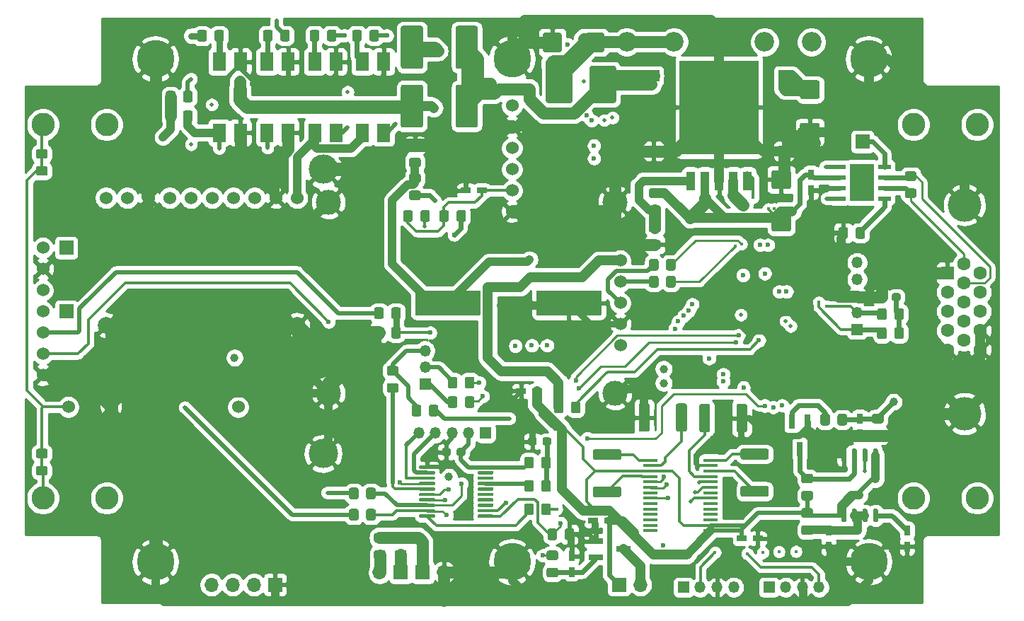
<source format=gbl>
G04 #@! TF.GenerationSoftware,KiCad,Pcbnew,(5.1.6)-1*
G04 #@! TF.CreationDate,2021-11-01T19:25:02+01:00*
G04 #@! TF.ProjectId,32mz_gauge4_sensors,33326d7a-5f67-4617-9567-65345f73656e,rev?*
G04 #@! TF.SameCoordinates,Original*
G04 #@! TF.FileFunction,Copper,L4,Bot*
G04 #@! TF.FilePolarity,Positive*
%FSLAX46Y46*%
G04 Gerber Fmt 4.6, Leading zero omitted, Abs format (unit mm)*
G04 Created by KiCad (PCBNEW (5.1.6)-1) date 2021-11-01 19:25:02*
%MOMM*%
%LPD*%
G01*
G04 APERTURE LIST*
G04 #@! TA.AperFunction,ComponentPad*
%ADD10C,2.349500*%
G04 #@! TD*
G04 #@! TA.AperFunction,SMDPad,CuDef*
%ADD11R,9.448800X11.252200*%
G04 #@! TD*
G04 #@! TA.AperFunction,SMDPad,CuDef*
%ADD12R,1.016000X2.286000*%
G04 #@! TD*
G04 #@! TA.AperFunction,ComponentPad*
%ADD13C,1.524000*%
G04 #@! TD*
G04 #@! TA.AperFunction,ComponentPad*
%ADD14C,2.000000*%
G04 #@! TD*
G04 #@! TA.AperFunction,SMDPad,CuDef*
%ADD15R,1.600000X2.250000*%
G04 #@! TD*
G04 #@! TA.AperFunction,ComponentPad*
%ADD16C,2.800000*%
G04 #@! TD*
G04 #@! TA.AperFunction,ComponentPad*
%ADD17R,1.350000X1.350000*%
G04 #@! TD*
G04 #@! TA.AperFunction,SMDPad,CuDef*
%ADD18R,0.800000X1.800000*%
G04 #@! TD*
G04 #@! TA.AperFunction,SMDPad,CuDef*
%ADD19R,1.800000X0.800000*%
G04 #@! TD*
G04 #@! TA.AperFunction,ComponentPad*
%ADD20C,4.000000*%
G04 #@! TD*
G04 #@! TA.AperFunction,ComponentPad*
%ADD21C,1.600000*%
G04 #@! TD*
G04 #@! TA.AperFunction,ComponentPad*
%ADD22R,1.600000X1.600000*%
G04 #@! TD*
G04 #@! TA.AperFunction,ComponentPad*
%ADD23O,1.350000X1.350000*%
G04 #@! TD*
G04 #@! TA.AperFunction,ComponentPad*
%ADD24C,3.000000*%
G04 #@! TD*
G04 #@! TA.AperFunction,ComponentPad*
%ADD25C,4.500000*%
G04 #@! TD*
G04 #@! TA.AperFunction,SMDPad,CuDef*
%ADD26R,1.200000X0.750000*%
G04 #@! TD*
G04 #@! TA.AperFunction,SMDPad,CuDef*
%ADD27R,0.750000X1.200000*%
G04 #@! TD*
G04 #@! TA.AperFunction,ComponentPad*
%ADD28R,1.700000X1.700000*%
G04 #@! TD*
G04 #@! TA.AperFunction,ComponentPad*
%ADD29O,1.700000X1.700000*%
G04 #@! TD*
G04 #@! TA.AperFunction,SMDPad,CuDef*
%ADD30R,1.750000X0.450000*%
G04 #@! TD*
G04 #@! TA.AperFunction,SMDPad,CuDef*
%ADD31R,1.200000X1.600000*%
G04 #@! TD*
G04 #@! TA.AperFunction,SMDPad,CuDef*
%ADD32R,1.550000X0.600000*%
G04 #@! TD*
G04 #@! TA.AperFunction,Conductor*
%ADD33R,2.950000X4.500000*%
G04 #@! TD*
G04 #@! TA.AperFunction,ComponentPad*
%ADD34C,1.000000*%
G04 #@! TD*
G04 #@! TA.AperFunction,ComponentPad*
%ADD35C,3.500000*%
G04 #@! TD*
G04 #@! TA.AperFunction,ViaPad*
%ADD36C,0.600000*%
G04 #@! TD*
G04 #@! TA.AperFunction,ViaPad*
%ADD37C,0.500000*%
G04 #@! TD*
G04 #@! TA.AperFunction,ViaPad*
%ADD38C,0.450000*%
G04 #@! TD*
G04 #@! TA.AperFunction,ViaPad*
%ADD39C,1.000000*%
G04 #@! TD*
G04 #@! TA.AperFunction,Conductor*
%ADD40C,0.600000*%
G04 #@! TD*
G04 #@! TA.AperFunction,Conductor*
%ADD41C,1.200000*%
G04 #@! TD*
G04 #@! TA.AperFunction,Conductor*
%ADD42C,0.500000*%
G04 #@! TD*
G04 #@! TA.AperFunction,Conductor*
%ADD43C,0.300000*%
G04 #@! TD*
G04 #@! TA.AperFunction,Conductor*
%ADD44C,1.000000*%
G04 #@! TD*
G04 #@! TA.AperFunction,Conductor*
%ADD45C,1.400000*%
G04 #@! TD*
G04 #@! TA.AperFunction,Conductor*
%ADD46C,0.800000*%
G04 #@! TD*
G04 #@! TA.AperFunction,Conductor*
%ADD47C,1.600000*%
G04 #@! TD*
G04 #@! TA.AperFunction,Conductor*
%ADD48C,0.350000*%
G04 #@! TD*
G04 #@! TA.AperFunction,Conductor*
%ADD49C,0.250000*%
G04 #@! TD*
G04 #@! TA.AperFunction,Conductor*
%ADD50C,0.254000*%
G04 #@! TD*
G04 APERTURE END LIST*
G04 #@! TA.AperFunction,SMDPad,CuDef*
G36*
G01*
X75357000Y-84597500D02*
X75357000Y-84797500D01*
G75*
G02*
X75257000Y-84897500I-100000J0D01*
G01*
X73557000Y-84897500D01*
G75*
G02*
X73457000Y-84797500I0J100000D01*
G01*
X73457000Y-84597500D01*
G75*
G02*
X73557000Y-84497500I100000J0D01*
G01*
X75257000Y-84497500D01*
G75*
G02*
X75357000Y-84597500I0J-100000D01*
G01*
G37*
G04 #@! TD.AperFunction*
G04 #@! TA.AperFunction,SMDPad,CuDef*
G36*
G01*
X75357000Y-85247500D02*
X75357000Y-85447500D01*
G75*
G02*
X75257000Y-85547500I-100000J0D01*
G01*
X73557000Y-85547500D01*
G75*
G02*
X73457000Y-85447500I0J100000D01*
G01*
X73457000Y-85247500D01*
G75*
G02*
X73557000Y-85147500I100000J0D01*
G01*
X75257000Y-85147500D01*
G75*
G02*
X75357000Y-85247500I0J-100000D01*
G01*
G37*
G04 #@! TD.AperFunction*
G04 #@! TA.AperFunction,SMDPad,CuDef*
G36*
G01*
X75357000Y-85897500D02*
X75357000Y-86097500D01*
G75*
G02*
X75257000Y-86197500I-100000J0D01*
G01*
X73557000Y-86197500D01*
G75*
G02*
X73457000Y-86097500I0J100000D01*
G01*
X73457000Y-85897500D01*
G75*
G02*
X73557000Y-85797500I100000J0D01*
G01*
X75257000Y-85797500D01*
G75*
G02*
X75357000Y-85897500I0J-100000D01*
G01*
G37*
G04 #@! TD.AperFunction*
G04 #@! TA.AperFunction,SMDPad,CuDef*
G36*
G01*
X75357000Y-86547500D02*
X75357000Y-86747500D01*
G75*
G02*
X75257000Y-86847500I-100000J0D01*
G01*
X73557000Y-86847500D01*
G75*
G02*
X73457000Y-86747500I0J100000D01*
G01*
X73457000Y-86547500D01*
G75*
G02*
X73557000Y-86447500I100000J0D01*
G01*
X75257000Y-86447500D01*
G75*
G02*
X75357000Y-86547500I0J-100000D01*
G01*
G37*
G04 #@! TD.AperFunction*
G04 #@! TA.AperFunction,SMDPad,CuDef*
G36*
G01*
X75357000Y-87197500D02*
X75357000Y-87397500D01*
G75*
G02*
X75257000Y-87497500I-100000J0D01*
G01*
X73557000Y-87497500D01*
G75*
G02*
X73457000Y-87397500I0J100000D01*
G01*
X73457000Y-87197500D01*
G75*
G02*
X73557000Y-87097500I100000J0D01*
G01*
X75257000Y-87097500D01*
G75*
G02*
X75357000Y-87197500I0J-100000D01*
G01*
G37*
G04 #@! TD.AperFunction*
G04 #@! TA.AperFunction,SMDPad,CuDef*
G36*
G01*
X75357000Y-87847500D02*
X75357000Y-88047500D01*
G75*
G02*
X75257000Y-88147500I-100000J0D01*
G01*
X73557000Y-88147500D01*
G75*
G02*
X73457000Y-88047500I0J100000D01*
G01*
X73457000Y-87847500D01*
G75*
G02*
X73557000Y-87747500I100000J0D01*
G01*
X75257000Y-87747500D01*
G75*
G02*
X75357000Y-87847500I0J-100000D01*
G01*
G37*
G04 #@! TD.AperFunction*
G04 #@! TA.AperFunction,SMDPad,CuDef*
G36*
G01*
X75357000Y-88497500D02*
X75357000Y-88697500D01*
G75*
G02*
X75257000Y-88797500I-100000J0D01*
G01*
X73557000Y-88797500D01*
G75*
G02*
X73457000Y-88697500I0J100000D01*
G01*
X73457000Y-88497500D01*
G75*
G02*
X73557000Y-88397500I100000J0D01*
G01*
X75257000Y-88397500D01*
G75*
G02*
X75357000Y-88497500I0J-100000D01*
G01*
G37*
G04 #@! TD.AperFunction*
G04 #@! TA.AperFunction,SMDPad,CuDef*
G36*
G01*
X75357000Y-89147500D02*
X75357000Y-89347500D01*
G75*
G02*
X75257000Y-89447500I-100000J0D01*
G01*
X73557000Y-89447500D01*
G75*
G02*
X73457000Y-89347500I0J100000D01*
G01*
X73457000Y-89147500D01*
G75*
G02*
X73557000Y-89047500I100000J0D01*
G01*
X75257000Y-89047500D01*
G75*
G02*
X75357000Y-89147500I0J-100000D01*
G01*
G37*
G04 #@! TD.AperFunction*
G04 #@! TA.AperFunction,SMDPad,CuDef*
G36*
G01*
X75357000Y-89797500D02*
X75357000Y-89997500D01*
G75*
G02*
X75257000Y-90097500I-100000J0D01*
G01*
X73557000Y-90097500D01*
G75*
G02*
X73457000Y-89997500I0J100000D01*
G01*
X73457000Y-89797500D01*
G75*
G02*
X73557000Y-89697500I100000J0D01*
G01*
X75257000Y-89697500D01*
G75*
G02*
X75357000Y-89797500I0J-100000D01*
G01*
G37*
G04 #@! TD.AperFunction*
G04 #@! TA.AperFunction,SMDPad,CuDef*
G36*
G01*
X75357000Y-90447500D02*
X75357000Y-90647500D01*
G75*
G02*
X75257000Y-90747500I-100000J0D01*
G01*
X73557000Y-90747500D01*
G75*
G02*
X73457000Y-90647500I0J100000D01*
G01*
X73457000Y-90447500D01*
G75*
G02*
X73557000Y-90347500I100000J0D01*
G01*
X75257000Y-90347500D01*
G75*
G02*
X75357000Y-90447500I0J-100000D01*
G01*
G37*
G04 #@! TD.AperFunction*
G04 #@! TA.AperFunction,SMDPad,CuDef*
G36*
G01*
X82357000Y-90447500D02*
X82357000Y-90647500D01*
G75*
G02*
X82257000Y-90747500I-100000J0D01*
G01*
X80557000Y-90747500D01*
G75*
G02*
X80457000Y-90647500I0J100000D01*
G01*
X80457000Y-90447500D01*
G75*
G02*
X80557000Y-90347500I100000J0D01*
G01*
X82257000Y-90347500D01*
G75*
G02*
X82357000Y-90447500I0J-100000D01*
G01*
G37*
G04 #@! TD.AperFunction*
G04 #@! TA.AperFunction,SMDPad,CuDef*
G36*
G01*
X82357000Y-89797500D02*
X82357000Y-89997500D01*
G75*
G02*
X82257000Y-90097500I-100000J0D01*
G01*
X80557000Y-90097500D01*
G75*
G02*
X80457000Y-89997500I0J100000D01*
G01*
X80457000Y-89797500D01*
G75*
G02*
X80557000Y-89697500I100000J0D01*
G01*
X82257000Y-89697500D01*
G75*
G02*
X82357000Y-89797500I0J-100000D01*
G01*
G37*
G04 #@! TD.AperFunction*
G04 #@! TA.AperFunction,SMDPad,CuDef*
G36*
G01*
X82357000Y-89147500D02*
X82357000Y-89347500D01*
G75*
G02*
X82257000Y-89447500I-100000J0D01*
G01*
X80557000Y-89447500D01*
G75*
G02*
X80457000Y-89347500I0J100000D01*
G01*
X80457000Y-89147500D01*
G75*
G02*
X80557000Y-89047500I100000J0D01*
G01*
X82257000Y-89047500D01*
G75*
G02*
X82357000Y-89147500I0J-100000D01*
G01*
G37*
G04 #@! TD.AperFunction*
G04 #@! TA.AperFunction,SMDPad,CuDef*
G36*
G01*
X82357000Y-88497500D02*
X82357000Y-88697500D01*
G75*
G02*
X82257000Y-88797500I-100000J0D01*
G01*
X80557000Y-88797500D01*
G75*
G02*
X80457000Y-88697500I0J100000D01*
G01*
X80457000Y-88497500D01*
G75*
G02*
X80557000Y-88397500I100000J0D01*
G01*
X82257000Y-88397500D01*
G75*
G02*
X82357000Y-88497500I0J-100000D01*
G01*
G37*
G04 #@! TD.AperFunction*
G04 #@! TA.AperFunction,SMDPad,CuDef*
G36*
G01*
X82357000Y-87847500D02*
X82357000Y-88047500D01*
G75*
G02*
X82257000Y-88147500I-100000J0D01*
G01*
X80557000Y-88147500D01*
G75*
G02*
X80457000Y-88047500I0J100000D01*
G01*
X80457000Y-87847500D01*
G75*
G02*
X80557000Y-87747500I100000J0D01*
G01*
X82257000Y-87747500D01*
G75*
G02*
X82357000Y-87847500I0J-100000D01*
G01*
G37*
G04 #@! TD.AperFunction*
G04 #@! TA.AperFunction,SMDPad,CuDef*
G36*
G01*
X82357000Y-87197500D02*
X82357000Y-87397500D01*
G75*
G02*
X82257000Y-87497500I-100000J0D01*
G01*
X80557000Y-87497500D01*
G75*
G02*
X80457000Y-87397500I0J100000D01*
G01*
X80457000Y-87197500D01*
G75*
G02*
X80557000Y-87097500I100000J0D01*
G01*
X82257000Y-87097500D01*
G75*
G02*
X82357000Y-87197500I0J-100000D01*
G01*
G37*
G04 #@! TD.AperFunction*
G04 #@! TA.AperFunction,SMDPad,CuDef*
G36*
G01*
X82357000Y-86547500D02*
X82357000Y-86747500D01*
G75*
G02*
X82257000Y-86847500I-100000J0D01*
G01*
X80557000Y-86847500D01*
G75*
G02*
X80457000Y-86747500I0J100000D01*
G01*
X80457000Y-86547500D01*
G75*
G02*
X80557000Y-86447500I100000J0D01*
G01*
X82257000Y-86447500D01*
G75*
G02*
X82357000Y-86547500I0J-100000D01*
G01*
G37*
G04 #@! TD.AperFunction*
G04 #@! TA.AperFunction,SMDPad,CuDef*
G36*
G01*
X82357000Y-85897500D02*
X82357000Y-86097500D01*
G75*
G02*
X82257000Y-86197500I-100000J0D01*
G01*
X80557000Y-86197500D01*
G75*
G02*
X80457000Y-86097500I0J100000D01*
G01*
X80457000Y-85897500D01*
G75*
G02*
X80557000Y-85797500I100000J0D01*
G01*
X82257000Y-85797500D01*
G75*
G02*
X82357000Y-85897500I0J-100000D01*
G01*
G37*
G04 #@! TD.AperFunction*
G04 #@! TA.AperFunction,SMDPad,CuDef*
G36*
G01*
X82357000Y-85247500D02*
X82357000Y-85447500D01*
G75*
G02*
X82257000Y-85547500I-100000J0D01*
G01*
X80557000Y-85547500D01*
G75*
G02*
X80457000Y-85447500I0J100000D01*
G01*
X80457000Y-85247500D01*
G75*
G02*
X80557000Y-85147500I100000J0D01*
G01*
X82257000Y-85147500D01*
G75*
G02*
X82357000Y-85247500I0J-100000D01*
G01*
G37*
G04 #@! TD.AperFunction*
G04 #@! TA.AperFunction,SMDPad,CuDef*
G36*
G01*
X82357000Y-84597500D02*
X82357000Y-84797500D01*
G75*
G02*
X82257000Y-84897500I-100000J0D01*
G01*
X80557000Y-84897500D01*
G75*
G02*
X80457000Y-84797500I0J100000D01*
G01*
X80457000Y-84597500D01*
G75*
G02*
X80557000Y-84497500I100000J0D01*
G01*
X82257000Y-84497500D01*
G75*
G02*
X82357000Y-84597500I0J-100000D01*
G01*
G37*
G04 #@! TD.AperFunction*
G04 #@! TA.AperFunction,SMDPad,CuDef*
G36*
G01*
X72987500Y-66428000D02*
X72987500Y-63620000D01*
G75*
G02*
X73083500Y-63524000I96000J0D01*
G01*
X80691500Y-63524000D01*
G75*
G02*
X80787500Y-63620000I0J-96000D01*
G01*
X80787500Y-66428000D01*
G75*
G02*
X80691500Y-66524000I-96000J0D01*
G01*
X73083500Y-66524000D01*
G75*
G02*
X72987500Y-66428000I0J96000D01*
G01*
G37*
G04 #@! TD.AperFunction*
G04 #@! TA.AperFunction,SMDPad,CuDef*
G36*
G01*
X87487500Y-66428000D02*
X87487500Y-63620000D01*
G75*
G02*
X87583500Y-63524000I96000J0D01*
G01*
X95191500Y-63524000D01*
G75*
G02*
X95287500Y-63620000I0J-96000D01*
G01*
X95287500Y-66428000D01*
G75*
G02*
X95191500Y-66524000I-96000J0D01*
G01*
X87583500Y-66524000D01*
G75*
G02*
X87487500Y-66428000I0J96000D01*
G01*
G37*
G04 #@! TD.AperFunction*
D10*
X114797840Y-33782000D03*
X120396000Y-33782000D03*
X103946960Y-33771840D03*
X98298000Y-33782000D03*
D11*
X109347000Y-41592500D03*
D12*
X105943400Y-50393600D03*
X107645200Y-50393600D03*
X109347000Y-50393600D03*
X111048800Y-50393600D03*
X112750600Y-50393600D03*
D13*
X36004500Y-52451000D03*
X38544500Y-52451000D03*
X41084500Y-52451000D03*
X43624500Y-52451000D03*
X46164500Y-52451000D03*
X48704500Y-52451000D03*
X51244500Y-52451000D03*
X53784500Y-52451000D03*
X56324500Y-52451000D03*
X58864500Y-52451000D03*
D14*
X36004500Y-67691000D03*
X58864500Y-67691000D03*
D15*
X55245000Y-36136000D03*
X57785000Y-36136000D03*
X57785000Y-44636000D03*
X55245000Y-44636000D03*
X49530000Y-36136000D03*
X52070000Y-36136000D03*
X52070000Y-44636000D03*
X49530000Y-44636000D03*
D13*
X36576000Y-77470000D03*
X51816000Y-77470000D03*
X31496000Y-77470000D03*
D16*
X28448000Y-88392000D03*
X36068000Y-88392000D03*
X132588000Y-88392000D03*
X140208000Y-88392000D03*
X28448000Y-43688000D03*
X36068000Y-43688000D03*
X132588000Y-43688000D03*
X140208000Y-43688000D03*
G04 #@! TA.AperFunction,SMDPad,CuDef*
G36*
G01*
X124119500Y-89668000D02*
X124419500Y-89668000D01*
G75*
G02*
X124569500Y-89818000I0J-150000D01*
G01*
X124569500Y-91118000D01*
G75*
G02*
X124419500Y-91268000I-150000J0D01*
G01*
X124119500Y-91268000D01*
G75*
G02*
X123969500Y-91118000I0J150000D01*
G01*
X123969500Y-89818000D01*
G75*
G02*
X124119500Y-89668000I150000J0D01*
G01*
G37*
G04 #@! TD.AperFunction*
G04 #@! TA.AperFunction,SMDPad,CuDef*
G36*
G01*
X125389500Y-89668000D02*
X125689500Y-89668000D01*
G75*
G02*
X125839500Y-89818000I0J-150000D01*
G01*
X125839500Y-91118000D01*
G75*
G02*
X125689500Y-91268000I-150000J0D01*
G01*
X125389500Y-91268000D01*
G75*
G02*
X125239500Y-91118000I0J150000D01*
G01*
X125239500Y-89818000D01*
G75*
G02*
X125389500Y-89668000I150000J0D01*
G01*
G37*
G04 #@! TD.AperFunction*
G04 #@! TA.AperFunction,SMDPad,CuDef*
G36*
G01*
X126659500Y-89668000D02*
X126959500Y-89668000D01*
G75*
G02*
X127109500Y-89818000I0J-150000D01*
G01*
X127109500Y-91118000D01*
G75*
G02*
X126959500Y-91268000I-150000J0D01*
G01*
X126659500Y-91268000D01*
G75*
G02*
X126509500Y-91118000I0J150000D01*
G01*
X126509500Y-89818000D01*
G75*
G02*
X126659500Y-89668000I150000J0D01*
G01*
G37*
G04 #@! TD.AperFunction*
G04 #@! TA.AperFunction,SMDPad,CuDef*
G36*
G01*
X127929500Y-89668000D02*
X128229500Y-89668000D01*
G75*
G02*
X128379500Y-89818000I0J-150000D01*
G01*
X128379500Y-91118000D01*
G75*
G02*
X128229500Y-91268000I-150000J0D01*
G01*
X127929500Y-91268000D01*
G75*
G02*
X127779500Y-91118000I0J150000D01*
G01*
X127779500Y-89818000D01*
G75*
G02*
X127929500Y-89668000I150000J0D01*
G01*
G37*
G04 #@! TD.AperFunction*
G04 #@! TA.AperFunction,SMDPad,CuDef*
G36*
G01*
X127929500Y-82468000D02*
X128229500Y-82468000D01*
G75*
G02*
X128379500Y-82618000I0J-150000D01*
G01*
X128379500Y-83918000D01*
G75*
G02*
X128229500Y-84068000I-150000J0D01*
G01*
X127929500Y-84068000D01*
G75*
G02*
X127779500Y-83918000I0J150000D01*
G01*
X127779500Y-82618000D01*
G75*
G02*
X127929500Y-82468000I150000J0D01*
G01*
G37*
G04 #@! TD.AperFunction*
G04 #@! TA.AperFunction,SMDPad,CuDef*
G36*
G01*
X126659500Y-82468000D02*
X126959500Y-82468000D01*
G75*
G02*
X127109500Y-82618000I0J-150000D01*
G01*
X127109500Y-83918000D01*
G75*
G02*
X126959500Y-84068000I-150000J0D01*
G01*
X126659500Y-84068000D01*
G75*
G02*
X126509500Y-83918000I0J150000D01*
G01*
X126509500Y-82618000D01*
G75*
G02*
X126659500Y-82468000I150000J0D01*
G01*
G37*
G04 #@! TD.AperFunction*
G04 #@! TA.AperFunction,SMDPad,CuDef*
G36*
G01*
X125389500Y-82468000D02*
X125689500Y-82468000D01*
G75*
G02*
X125839500Y-82618000I0J-150000D01*
G01*
X125839500Y-83918000D01*
G75*
G02*
X125689500Y-84068000I-150000J0D01*
G01*
X125389500Y-84068000D01*
G75*
G02*
X125239500Y-83918000I0J150000D01*
G01*
X125239500Y-82618000D01*
G75*
G02*
X125389500Y-82468000I150000J0D01*
G01*
G37*
G04 #@! TD.AperFunction*
G04 #@! TA.AperFunction,SMDPad,CuDef*
G36*
G01*
X124119500Y-82468000D02*
X124419500Y-82468000D01*
G75*
G02*
X124569500Y-82618000I0J-150000D01*
G01*
X124569500Y-83918000D01*
G75*
G02*
X124419500Y-84068000I-150000J0D01*
G01*
X124119500Y-84068000D01*
G75*
G02*
X123969500Y-83918000I0J150000D01*
G01*
X123969500Y-82618000D01*
G75*
G02*
X124119500Y-82468000I150000J0D01*
G01*
G37*
G04 #@! TD.AperFunction*
D17*
X101536500Y-37846000D03*
X117094000Y-46863000D03*
X117094000Y-37846000D03*
X101536500Y-46863000D03*
D18*
X118999000Y-82485500D03*
X119949000Y-79185500D03*
X118049000Y-79185500D03*
D19*
X97916000Y-94488000D03*
X94616000Y-93538000D03*
X94616000Y-95438000D03*
G04 #@! TA.AperFunction,SMDPad,CuDef*
G36*
G01*
X90874000Y-93160001D02*
X90874000Y-92259999D01*
G75*
G02*
X91123999Y-92010000I249999J0D01*
G01*
X91774001Y-92010000D01*
G75*
G02*
X92024000Y-92259999I0J-249999D01*
G01*
X92024000Y-93160001D01*
G75*
G02*
X91774001Y-93410000I-249999J0D01*
G01*
X91123999Y-93410000D01*
G75*
G02*
X90874000Y-93160001I0J249999D01*
G01*
G37*
G04 #@! TD.AperFunction*
G04 #@! TA.AperFunction,SMDPad,CuDef*
G36*
G01*
X88824000Y-93160001D02*
X88824000Y-92259999D01*
G75*
G02*
X89073999Y-92010000I249999J0D01*
G01*
X89724001Y-92010000D01*
G75*
G02*
X89974000Y-92259999I0J-249999D01*
G01*
X89974000Y-93160001D01*
G75*
G02*
X89724001Y-93410000I-249999J0D01*
G01*
X89073999Y-93410000D01*
G75*
G02*
X88824000Y-93160001I0J249999D01*
G01*
G37*
G04 #@! TD.AperFunction*
G04 #@! TA.AperFunction,SMDPad,CuDef*
G36*
G01*
X125672000Y-57092001D02*
X125672000Y-56191999D01*
G75*
G02*
X125921999Y-55942000I249999J0D01*
G01*
X126572001Y-55942000D01*
G75*
G02*
X126822000Y-56191999I0J-249999D01*
G01*
X126822000Y-57092001D01*
G75*
G02*
X126572001Y-57342000I-249999J0D01*
G01*
X125921999Y-57342000D01*
G75*
G02*
X125672000Y-57092001I0J249999D01*
G01*
G37*
G04 #@! TD.AperFunction*
G04 #@! TA.AperFunction,SMDPad,CuDef*
G36*
G01*
X123622000Y-57092001D02*
X123622000Y-56191999D01*
G75*
G02*
X123871999Y-55942000I249999J0D01*
G01*
X124522001Y-55942000D01*
G75*
G02*
X124772000Y-56191999I0J-249999D01*
G01*
X124772000Y-57092001D01*
G75*
G02*
X124522001Y-57342000I-249999J0D01*
G01*
X123871999Y-57342000D01*
G75*
G02*
X123622000Y-57092001I0J249999D01*
G01*
G37*
G04 #@! TD.AperFunction*
G04 #@! TA.AperFunction,SMDPad,CuDef*
G36*
G01*
X131820499Y-51313500D02*
X132720501Y-51313500D01*
G75*
G02*
X132970500Y-51563499I0J-249999D01*
G01*
X132970500Y-52213501D01*
G75*
G02*
X132720501Y-52463500I-249999J0D01*
G01*
X131820499Y-52463500D01*
G75*
G02*
X131570500Y-52213501I0J249999D01*
G01*
X131570500Y-51563499D01*
G75*
G02*
X131820499Y-51313500I249999J0D01*
G01*
G37*
G04 #@! TD.AperFunction*
G04 #@! TA.AperFunction,SMDPad,CuDef*
G36*
G01*
X131820499Y-49263500D02*
X132720501Y-49263500D01*
G75*
G02*
X132970500Y-49513499I0J-249999D01*
G01*
X132970500Y-50163501D01*
G75*
G02*
X132720501Y-50413500I-249999J0D01*
G01*
X131820499Y-50413500D01*
G75*
G02*
X131570500Y-50163501I0J249999D01*
G01*
X131570500Y-49513499D01*
G75*
G02*
X131820499Y-49263500I249999J0D01*
G01*
G37*
G04 #@! TD.AperFunction*
G04 #@! TA.AperFunction,SMDPad,CuDef*
G36*
G01*
X129407500Y-68193499D02*
X129407500Y-69093501D01*
G75*
G02*
X129157501Y-69343500I-249999J0D01*
G01*
X128507499Y-69343500D01*
G75*
G02*
X128257500Y-69093501I0J249999D01*
G01*
X128257500Y-68193499D01*
G75*
G02*
X128507499Y-67943500I249999J0D01*
G01*
X129157501Y-67943500D01*
G75*
G02*
X129407500Y-68193499I0J-249999D01*
G01*
G37*
G04 #@! TD.AperFunction*
G04 #@! TA.AperFunction,SMDPad,CuDef*
G36*
G01*
X131457500Y-68193499D02*
X131457500Y-69093501D01*
G75*
G02*
X131207501Y-69343500I-249999J0D01*
G01*
X130557499Y-69343500D01*
G75*
G02*
X130307500Y-69093501I0J249999D01*
G01*
X130307500Y-68193499D01*
G75*
G02*
X130557499Y-67943500I249999J0D01*
G01*
X131207501Y-67943500D01*
G75*
G02*
X131457500Y-68193499I0J-249999D01*
G01*
G37*
G04 #@! TD.AperFunction*
G04 #@! TA.AperFunction,SMDPad,CuDef*
G36*
G01*
X129407500Y-65907499D02*
X129407500Y-66807501D01*
G75*
G02*
X129157501Y-67057500I-249999J0D01*
G01*
X128507499Y-67057500D01*
G75*
G02*
X128257500Y-66807501I0J249999D01*
G01*
X128257500Y-65907499D01*
G75*
G02*
X128507499Y-65657500I249999J0D01*
G01*
X129157501Y-65657500D01*
G75*
G02*
X129407500Y-65907499I0J-249999D01*
G01*
G37*
G04 #@! TD.AperFunction*
G04 #@! TA.AperFunction,SMDPad,CuDef*
G36*
G01*
X131457500Y-65907499D02*
X131457500Y-66807501D01*
G75*
G02*
X131207501Y-67057500I-249999J0D01*
G01*
X130557499Y-67057500D01*
G75*
G02*
X130307500Y-66807501I0J249999D01*
G01*
X130307500Y-65907499D01*
G75*
G02*
X130557499Y-65657500I249999J0D01*
G01*
X131207501Y-65657500D01*
G75*
G02*
X131457500Y-65907499I0J-249999D01*
G01*
G37*
G04 #@! TD.AperFunction*
G04 #@! TA.AperFunction,SMDPad,CuDef*
G36*
G01*
X88080000Y-90175501D02*
X88080000Y-89275499D01*
G75*
G02*
X88329999Y-89025500I249999J0D01*
G01*
X88980001Y-89025500D01*
G75*
G02*
X89230000Y-89275499I0J-249999D01*
G01*
X89230000Y-90175501D01*
G75*
G02*
X88980001Y-90425500I-249999J0D01*
G01*
X88329999Y-90425500D01*
G75*
G02*
X88080000Y-90175501I0J249999D01*
G01*
G37*
G04 #@! TD.AperFunction*
G04 #@! TA.AperFunction,SMDPad,CuDef*
G36*
G01*
X86030000Y-90175501D02*
X86030000Y-89275499D01*
G75*
G02*
X86279999Y-89025500I249999J0D01*
G01*
X86930001Y-89025500D01*
G75*
G02*
X87180000Y-89275499I0J-249999D01*
G01*
X87180000Y-90175501D01*
G75*
G02*
X86930001Y-90425500I-249999J0D01*
G01*
X86279999Y-90425500D01*
G75*
G02*
X86030000Y-90175501I0J249999D01*
G01*
G37*
G04 #@! TD.AperFunction*
G04 #@! TA.AperFunction,SMDPad,CuDef*
G36*
G01*
X56838000Y-33470001D02*
X56838000Y-32569999D01*
G75*
G02*
X57087999Y-32320000I249999J0D01*
G01*
X57738001Y-32320000D01*
G75*
G02*
X57988000Y-32569999I0J-249999D01*
G01*
X57988000Y-33470001D01*
G75*
G02*
X57738001Y-33720000I-249999J0D01*
G01*
X57087999Y-33720000D01*
G75*
G02*
X56838000Y-33470001I0J249999D01*
G01*
G37*
G04 #@! TD.AperFunction*
G04 #@! TA.AperFunction,SMDPad,CuDef*
G36*
G01*
X54788000Y-33470001D02*
X54788000Y-32569999D01*
G75*
G02*
X55037999Y-32320000I249999J0D01*
G01*
X55688001Y-32320000D01*
G75*
G02*
X55938000Y-32569999I0J-249999D01*
G01*
X55938000Y-33470001D01*
G75*
G02*
X55688001Y-33720000I-249999J0D01*
G01*
X55037999Y-33720000D01*
G75*
G02*
X54788000Y-33470001I0J249999D01*
G01*
G37*
G04 #@! TD.AperFunction*
G04 #@! TA.AperFunction,SMDPad,CuDef*
G36*
G01*
X48064000Y-32595399D02*
X48064000Y-33495401D01*
G75*
G02*
X47814001Y-33745400I-249999J0D01*
G01*
X47163999Y-33745400D01*
G75*
G02*
X46914000Y-33495401I0J249999D01*
G01*
X46914000Y-32595399D01*
G75*
G02*
X47163999Y-32345400I249999J0D01*
G01*
X47814001Y-32345400D01*
G75*
G02*
X48064000Y-32595399I0J-249999D01*
G01*
G37*
G04 #@! TD.AperFunction*
G04 #@! TA.AperFunction,SMDPad,CuDef*
G36*
G01*
X50114000Y-32595399D02*
X50114000Y-33495401D01*
G75*
G02*
X49864001Y-33745400I-249999J0D01*
G01*
X49213999Y-33745400D01*
G75*
G02*
X48964000Y-33495401I0J249999D01*
G01*
X48964000Y-32595399D01*
G75*
G02*
X49213999Y-32345400I249999J0D01*
G01*
X49864001Y-32345400D01*
G75*
G02*
X50114000Y-32595399I0J-249999D01*
G01*
G37*
G04 #@! TD.AperFunction*
G04 #@! TA.AperFunction,SMDPad,CuDef*
G36*
G01*
X101213499Y-57473000D02*
X102113501Y-57473000D01*
G75*
G02*
X102363500Y-57722999I0J-249999D01*
G01*
X102363500Y-58373001D01*
G75*
G02*
X102113501Y-58623000I-249999J0D01*
G01*
X101213499Y-58623000D01*
G75*
G02*
X100963500Y-58373001I0J249999D01*
G01*
X100963500Y-57722999D01*
G75*
G02*
X101213499Y-57473000I249999J0D01*
G01*
G37*
G04 #@! TD.AperFunction*
G04 #@! TA.AperFunction,SMDPad,CuDef*
G36*
G01*
X101213499Y-55423000D02*
X102113501Y-55423000D01*
G75*
G02*
X102363500Y-55672999I0J-249999D01*
G01*
X102363500Y-56323001D01*
G75*
G02*
X102113501Y-56573000I-249999J0D01*
G01*
X101213499Y-56573000D01*
G75*
G02*
X100963500Y-56323001I0J249999D01*
G01*
X100963500Y-55672999D01*
G75*
G02*
X101213499Y-55423000I249999J0D01*
G01*
G37*
G04 #@! TD.AperFunction*
G04 #@! TA.AperFunction,SMDPad,CuDef*
G36*
G01*
X44317500Y-39872499D02*
X44317500Y-40772501D01*
G75*
G02*
X44067501Y-41022500I-249999J0D01*
G01*
X43417499Y-41022500D01*
G75*
G02*
X43167500Y-40772501I0J249999D01*
G01*
X43167500Y-39872499D01*
G75*
G02*
X43417499Y-39622500I249999J0D01*
G01*
X44067501Y-39622500D01*
G75*
G02*
X44317500Y-39872499I0J-249999D01*
G01*
G37*
G04 #@! TD.AperFunction*
G04 #@! TA.AperFunction,SMDPad,CuDef*
G36*
G01*
X46367500Y-39872499D02*
X46367500Y-40772501D01*
G75*
G02*
X46117501Y-41022500I-249999J0D01*
G01*
X45467499Y-41022500D01*
G75*
G02*
X45217500Y-40772501I0J249999D01*
G01*
X45217500Y-39872499D01*
G75*
G02*
X45467499Y-39622500I249999J0D01*
G01*
X46117501Y-39622500D01*
G75*
G02*
X46367500Y-39872499I0J-249999D01*
G01*
G37*
G04 #@! TD.AperFunction*
G04 #@! TA.AperFunction,SMDPad,CuDef*
G36*
G01*
X44317500Y-42221999D02*
X44317500Y-43122001D01*
G75*
G02*
X44067501Y-43372000I-249999J0D01*
G01*
X43417499Y-43372000D01*
G75*
G02*
X43167500Y-43122001I0J249999D01*
G01*
X43167500Y-42221999D01*
G75*
G02*
X43417499Y-41972000I249999J0D01*
G01*
X44067501Y-41972000D01*
G75*
G02*
X44317500Y-42221999I0J-249999D01*
G01*
G37*
G04 #@! TD.AperFunction*
G04 #@! TA.AperFunction,SMDPad,CuDef*
G36*
G01*
X46367500Y-42221999D02*
X46367500Y-43122001D01*
G75*
G02*
X46117501Y-43372000I-249999J0D01*
G01*
X45467499Y-43372000D01*
G75*
G02*
X45217500Y-43122001I0J249999D01*
G01*
X45217500Y-42221999D01*
G75*
G02*
X45467499Y-41972000I249999J0D01*
G01*
X46117501Y-41972000D01*
G75*
G02*
X46367500Y-42221999I0J-249999D01*
G01*
G37*
G04 #@! TD.AperFunction*
G04 #@! TA.AperFunction,SMDPad,CuDef*
G36*
G01*
X101213499Y-53345500D02*
X102113501Y-53345500D01*
G75*
G02*
X102363500Y-53595499I0J-249999D01*
G01*
X102363500Y-54245501D01*
G75*
G02*
X102113501Y-54495500I-249999J0D01*
G01*
X101213499Y-54495500D01*
G75*
G02*
X100963500Y-54245501I0J249999D01*
G01*
X100963500Y-53595499D01*
G75*
G02*
X101213499Y-53345500I249999J0D01*
G01*
G37*
G04 #@! TD.AperFunction*
G04 #@! TA.AperFunction,SMDPad,CuDef*
G36*
G01*
X101213499Y-51295500D02*
X102113501Y-51295500D01*
G75*
G02*
X102363500Y-51545499I0J-249999D01*
G01*
X102363500Y-52195501D01*
G75*
G02*
X102113501Y-52445500I-249999J0D01*
G01*
X101213499Y-52445500D01*
G75*
G02*
X100963500Y-52195501I0J249999D01*
G01*
X100963500Y-51545499D01*
G75*
G02*
X101213499Y-51295500I249999J0D01*
G01*
G37*
G04 #@! TD.AperFunction*
G04 #@! TA.AperFunction,SMDPad,CuDef*
G36*
G01*
X127883499Y-80333000D02*
X128783501Y-80333000D01*
G75*
G02*
X129033500Y-80582999I0J-249999D01*
G01*
X129033500Y-81233001D01*
G75*
G02*
X128783501Y-81483000I-249999J0D01*
G01*
X127883499Y-81483000D01*
G75*
G02*
X127633500Y-81233001I0J249999D01*
G01*
X127633500Y-80582999D01*
G75*
G02*
X127883499Y-80333000I249999J0D01*
G01*
G37*
G04 #@! TD.AperFunction*
G04 #@! TA.AperFunction,SMDPad,CuDef*
G36*
G01*
X127883499Y-78283000D02*
X128783501Y-78283000D01*
G75*
G02*
X129033500Y-78532999I0J-249999D01*
G01*
X129033500Y-79183001D01*
G75*
G02*
X128783501Y-79433000I-249999J0D01*
G01*
X127883499Y-79433000D01*
G75*
G02*
X127633500Y-79183001I0J249999D01*
G01*
X127633500Y-78532999D01*
G75*
G02*
X127883499Y-78283000I249999J0D01*
G01*
G37*
G04 #@! TD.AperFunction*
G04 #@! TA.AperFunction,SMDPad,CuDef*
G36*
G01*
X27870999Y-48646500D02*
X28771001Y-48646500D01*
G75*
G02*
X29021000Y-48896499I0J-249999D01*
G01*
X29021000Y-49546501D01*
G75*
G02*
X28771001Y-49796500I-249999J0D01*
G01*
X27870999Y-49796500D01*
G75*
G02*
X27621000Y-49546501I0J249999D01*
G01*
X27621000Y-48896499D01*
G75*
G02*
X27870999Y-48646500I249999J0D01*
G01*
G37*
G04 #@! TD.AperFunction*
G04 #@! TA.AperFunction,SMDPad,CuDef*
G36*
G01*
X27870999Y-46596500D02*
X28771001Y-46596500D01*
G75*
G02*
X29021000Y-46846499I0J-249999D01*
G01*
X29021000Y-47496501D01*
G75*
G02*
X28771001Y-47746500I-249999J0D01*
G01*
X27870999Y-47746500D01*
G75*
G02*
X27621000Y-47496501I0J249999D01*
G01*
X27621000Y-46846499D01*
G75*
G02*
X27870999Y-46596500I249999J0D01*
G01*
G37*
G04 #@! TD.AperFunction*
G04 #@! TA.AperFunction,SMDPad,CuDef*
G36*
G01*
X28771001Y-83624000D02*
X27870999Y-83624000D01*
G75*
G02*
X27621000Y-83374001I0J249999D01*
G01*
X27621000Y-82723999D01*
G75*
G02*
X27870999Y-82474000I249999J0D01*
G01*
X28771001Y-82474000D01*
G75*
G02*
X29021000Y-82723999I0J-249999D01*
G01*
X29021000Y-83374001D01*
G75*
G02*
X28771001Y-83624000I-249999J0D01*
G01*
G37*
G04 #@! TD.AperFunction*
G04 #@! TA.AperFunction,SMDPad,CuDef*
G36*
G01*
X28771001Y-85674000D02*
X27870999Y-85674000D01*
G75*
G02*
X27621000Y-85424001I0J249999D01*
G01*
X27621000Y-84773999D01*
G75*
G02*
X27870999Y-84524000I249999J0D01*
G01*
X28771001Y-84524000D01*
G75*
G02*
X29021000Y-84773999I0J-249999D01*
G01*
X29021000Y-85424001D01*
G75*
G02*
X28771001Y-85674000I-249999J0D01*
G01*
G37*
G04 #@! TD.AperFunction*
G04 #@! TA.AperFunction,SMDPad,CuDef*
G36*
G01*
X119437999Y-87517500D02*
X120338001Y-87517500D01*
G75*
G02*
X120588000Y-87767499I0J-249999D01*
G01*
X120588000Y-88417501D01*
G75*
G02*
X120338001Y-88667500I-249999J0D01*
G01*
X119437999Y-88667500D01*
G75*
G02*
X119188000Y-88417501I0J249999D01*
G01*
X119188000Y-87767499D01*
G75*
G02*
X119437999Y-87517500I249999J0D01*
G01*
G37*
G04 #@! TD.AperFunction*
G04 #@! TA.AperFunction,SMDPad,CuDef*
G36*
G01*
X119437999Y-85467500D02*
X120338001Y-85467500D01*
G75*
G02*
X120588000Y-85717499I0J-249999D01*
G01*
X120588000Y-86367501D01*
G75*
G02*
X120338001Y-86617500I-249999J0D01*
G01*
X119437999Y-86617500D01*
G75*
G02*
X119188000Y-86367501I0J249999D01*
G01*
X119188000Y-85717499D01*
G75*
G02*
X119437999Y-85467500I249999J0D01*
G01*
G37*
G04 #@! TD.AperFunction*
G04 #@! TA.AperFunction,SMDPad,CuDef*
G36*
G01*
X123513000Y-79444001D02*
X123513000Y-78543999D01*
G75*
G02*
X123762999Y-78294000I249999J0D01*
G01*
X124413001Y-78294000D01*
G75*
G02*
X124663000Y-78543999I0J-249999D01*
G01*
X124663000Y-79444001D01*
G75*
G02*
X124413001Y-79694000I-249999J0D01*
G01*
X123762999Y-79694000D01*
G75*
G02*
X123513000Y-79444001I0J249999D01*
G01*
G37*
G04 #@! TD.AperFunction*
G04 #@! TA.AperFunction,SMDPad,CuDef*
G36*
G01*
X121463000Y-79444001D02*
X121463000Y-78543999D01*
G75*
G02*
X121712999Y-78294000I249999J0D01*
G01*
X122363001Y-78294000D01*
G75*
G02*
X122613000Y-78543999I0J-249999D01*
G01*
X122613000Y-79444001D01*
G75*
G02*
X122363001Y-79694000I-249999J0D01*
G01*
X121712999Y-79694000D01*
G75*
G02*
X121463000Y-79444001I0J249999D01*
G01*
G37*
G04 #@! TD.AperFunction*
G04 #@! TA.AperFunction,SMDPad,CuDef*
G36*
G01*
X88957999Y-96716000D02*
X89858001Y-96716000D01*
G75*
G02*
X90108000Y-96965999I0J-249999D01*
G01*
X90108000Y-97616001D01*
G75*
G02*
X89858001Y-97866000I-249999J0D01*
G01*
X88957999Y-97866000D01*
G75*
G02*
X88708000Y-97616001I0J249999D01*
G01*
X88708000Y-96965999D01*
G75*
G02*
X88957999Y-96716000I249999J0D01*
G01*
G37*
G04 #@! TD.AperFunction*
G04 #@! TA.AperFunction,SMDPad,CuDef*
G36*
G01*
X88957999Y-94666000D02*
X89858001Y-94666000D01*
G75*
G02*
X90108000Y-94915999I0J-249999D01*
G01*
X90108000Y-95566001D01*
G75*
G02*
X89858001Y-95816000I-249999J0D01*
G01*
X88957999Y-95816000D01*
G75*
G02*
X88708000Y-95566001I0J249999D01*
G01*
X88708000Y-94915999D01*
G75*
G02*
X88957999Y-94666000I249999J0D01*
G01*
G37*
G04 #@! TD.AperFunction*
G04 #@! TA.AperFunction,SMDPad,CuDef*
G36*
G01*
X120338001Y-90736000D02*
X119437999Y-90736000D01*
G75*
G02*
X119188000Y-90486001I0J249999D01*
G01*
X119188000Y-89835999D01*
G75*
G02*
X119437999Y-89586000I249999J0D01*
G01*
X120338001Y-89586000D01*
G75*
G02*
X120588000Y-89835999I0J-249999D01*
G01*
X120588000Y-90486001D01*
G75*
G02*
X120338001Y-90736000I-249999J0D01*
G01*
G37*
G04 #@! TD.AperFunction*
G04 #@! TA.AperFunction,SMDPad,CuDef*
G36*
G01*
X120338001Y-92786000D02*
X119437999Y-92786000D01*
G75*
G02*
X119188000Y-92536001I0J249999D01*
G01*
X119188000Y-91885999D01*
G75*
G02*
X119437999Y-91636000I249999J0D01*
G01*
X120338001Y-91636000D01*
G75*
G02*
X120588000Y-91885999I0J-249999D01*
G01*
X120588000Y-92536001D01*
G75*
G02*
X120338001Y-92786000I-249999J0D01*
G01*
G37*
G04 #@! TD.AperFunction*
G04 #@! TA.AperFunction,SMDPad,CuDef*
G36*
G01*
X66225000Y-87370499D02*
X66225000Y-88270501D01*
G75*
G02*
X65975001Y-88520500I-249999J0D01*
G01*
X65324999Y-88520500D01*
G75*
G02*
X65075000Y-88270501I0J249999D01*
G01*
X65075000Y-87370499D01*
G75*
G02*
X65324999Y-87120500I249999J0D01*
G01*
X65975001Y-87120500D01*
G75*
G02*
X66225000Y-87370499I0J-249999D01*
G01*
G37*
G04 #@! TD.AperFunction*
G04 #@! TA.AperFunction,SMDPad,CuDef*
G36*
G01*
X68275000Y-87370499D02*
X68275000Y-88270501D01*
G75*
G02*
X68025001Y-88520500I-249999J0D01*
G01*
X67374999Y-88520500D01*
G75*
G02*
X67125000Y-88270501I0J249999D01*
G01*
X67125000Y-87370499D01*
G75*
G02*
X67374999Y-87120500I249999J0D01*
G01*
X68025001Y-87120500D01*
G75*
G02*
X68275000Y-87370499I0J-249999D01*
G01*
G37*
G04 #@! TD.AperFunction*
G04 #@! TA.AperFunction,SMDPad,CuDef*
G36*
G01*
X66225000Y-89910499D02*
X66225000Y-90810501D01*
G75*
G02*
X65975001Y-91060500I-249999J0D01*
G01*
X65324999Y-91060500D01*
G75*
G02*
X65075000Y-90810501I0J249999D01*
G01*
X65075000Y-89910499D01*
G75*
G02*
X65324999Y-89660500I249999J0D01*
G01*
X65975001Y-89660500D01*
G75*
G02*
X66225000Y-89910499I0J-249999D01*
G01*
G37*
G04 #@! TD.AperFunction*
G04 #@! TA.AperFunction,SMDPad,CuDef*
G36*
G01*
X68275000Y-89910499D02*
X68275000Y-90810501D01*
G75*
G02*
X68025001Y-91060500I-249999J0D01*
G01*
X67374999Y-91060500D01*
G75*
G02*
X67125000Y-90810501I0J249999D01*
G01*
X67125000Y-89910499D01*
G75*
G02*
X67374999Y-89660500I249999J0D01*
G01*
X68025001Y-89660500D01*
G75*
G02*
X68275000Y-89910499I0J-249999D01*
G01*
G37*
G04 #@! TD.AperFunction*
G04 #@! TA.AperFunction,SMDPad,CuDef*
G36*
G01*
X90736000Y-77083499D02*
X90736000Y-77983501D01*
G75*
G02*
X90486001Y-78233500I-249999J0D01*
G01*
X89835999Y-78233500D01*
G75*
G02*
X89586000Y-77983501I0J249999D01*
G01*
X89586000Y-77083499D01*
G75*
G02*
X89835999Y-76833500I249999J0D01*
G01*
X90486001Y-76833500D01*
G75*
G02*
X90736000Y-77083499I0J-249999D01*
G01*
G37*
G04 #@! TD.AperFunction*
G04 #@! TA.AperFunction,SMDPad,CuDef*
G36*
G01*
X92786000Y-77083499D02*
X92786000Y-77983501D01*
G75*
G02*
X92536001Y-78233500I-249999J0D01*
G01*
X91885999Y-78233500D01*
G75*
G02*
X91636000Y-77983501I0J249999D01*
G01*
X91636000Y-77083499D01*
G75*
G02*
X91885999Y-76833500I249999J0D01*
G01*
X92536001Y-76833500D01*
G75*
G02*
X92786000Y-77083499I0J-249999D01*
G01*
G37*
G04 #@! TD.AperFunction*
D20*
X138702000Y-53283000D03*
X138702000Y-78283000D03*
D21*
X140612000Y-70628000D03*
X140612000Y-68338000D03*
X140612000Y-66048000D03*
X140612000Y-63758000D03*
X140612000Y-61468000D03*
X138632000Y-69483000D03*
X138632000Y-67193000D03*
X138632000Y-64903000D03*
X138632000Y-62613000D03*
X138632000Y-60323000D03*
X136652000Y-70628000D03*
X136652000Y-68338000D03*
X136652000Y-66048000D03*
X136652000Y-63758000D03*
D22*
X136652000Y-61468000D03*
D23*
X73407000Y-80581500D03*
X75407000Y-80581500D03*
X77407000Y-80581500D03*
X79407000Y-80581500D03*
D17*
X81407000Y-80581500D03*
D24*
X62611000Y-75819000D03*
X62611000Y-52959000D03*
X96901000Y-75819000D03*
X96901000Y-52959000D03*
D13*
X97536000Y-70104000D03*
X97536000Y-67564000D03*
X97536000Y-59944000D03*
X97536000Y-62484000D03*
X97536000Y-65024000D03*
G04 #@! TA.AperFunction,SMDPad,CuDef*
G36*
G01*
X73411501Y-46730500D02*
X72511499Y-46730500D01*
G75*
G02*
X72261500Y-46480501I0J249999D01*
G01*
X72261500Y-45830499D01*
G75*
G02*
X72511499Y-45580500I249999J0D01*
G01*
X73411501Y-45580500D01*
G75*
G02*
X73661500Y-45830499I0J-249999D01*
G01*
X73661500Y-46480501D01*
G75*
G02*
X73411501Y-46730500I-249999J0D01*
G01*
G37*
G04 #@! TD.AperFunction*
G04 #@! TA.AperFunction,SMDPad,CuDef*
G36*
G01*
X73411501Y-48780500D02*
X72511499Y-48780500D01*
G75*
G02*
X72261500Y-48530501I0J249999D01*
G01*
X72261500Y-47880499D01*
G75*
G02*
X72511499Y-47630500I249999J0D01*
G01*
X73411501Y-47630500D01*
G75*
G02*
X73661500Y-47880499I0J-249999D01*
G01*
X73661500Y-48530501D01*
G75*
G02*
X73411501Y-48780500I-249999J0D01*
G01*
G37*
G04 #@! TD.AperFunction*
G04 #@! TA.AperFunction,SMDPad,CuDef*
G36*
G01*
X87534000Y-81360000D02*
X87534000Y-81835000D01*
G75*
G02*
X87296500Y-82072500I-237500J0D01*
G01*
X86721500Y-82072500D01*
G75*
G02*
X86484000Y-81835000I0J237500D01*
G01*
X86484000Y-81360000D01*
G75*
G02*
X86721500Y-81122500I237500J0D01*
G01*
X87296500Y-81122500D01*
G75*
G02*
X87534000Y-81360000I0J-237500D01*
G01*
G37*
G04 #@! TD.AperFunction*
G04 #@! TA.AperFunction,SMDPad,CuDef*
G36*
G01*
X89284000Y-81360000D02*
X89284000Y-81835000D01*
G75*
G02*
X89046500Y-82072500I-237500J0D01*
G01*
X88471500Y-82072500D01*
G75*
G02*
X88234000Y-81835000I0J237500D01*
G01*
X88234000Y-81360000D01*
G75*
G02*
X88471500Y-81122500I237500J0D01*
G01*
X89046500Y-81122500D01*
G75*
G02*
X89284000Y-81360000I0J-237500D01*
G01*
G37*
G04 #@! TD.AperFunction*
G04 #@! TA.AperFunction,SMDPad,CuDef*
G36*
G01*
X77247000Y-82630000D02*
X77247000Y-83105000D01*
G75*
G02*
X77009500Y-83342500I-237500J0D01*
G01*
X76434500Y-83342500D01*
G75*
G02*
X76197000Y-83105000I0J237500D01*
G01*
X76197000Y-82630000D01*
G75*
G02*
X76434500Y-82392500I237500J0D01*
G01*
X77009500Y-82392500D01*
G75*
G02*
X77247000Y-82630000I0J-237500D01*
G01*
G37*
G04 #@! TD.AperFunction*
G04 #@! TA.AperFunction,SMDPad,CuDef*
G36*
G01*
X78997000Y-82630000D02*
X78997000Y-83105000D01*
G75*
G02*
X78759500Y-83342500I-237500J0D01*
G01*
X78184500Y-83342500D01*
G75*
G02*
X77947000Y-83105000I0J237500D01*
G01*
X77947000Y-82630000D01*
G75*
G02*
X78184500Y-82392500I237500J0D01*
G01*
X78759500Y-82392500D01*
G75*
G02*
X78997000Y-82630000I0J-237500D01*
G01*
G37*
G04 #@! TD.AperFunction*
G04 #@! TA.AperFunction,SMDPad,CuDef*
G36*
G01*
X129317000Y-64088000D02*
X129317000Y-64563000D01*
G75*
G02*
X129079500Y-64800500I-237500J0D01*
G01*
X128504500Y-64800500D01*
G75*
G02*
X128267000Y-64563000I0J237500D01*
G01*
X128267000Y-64088000D01*
G75*
G02*
X128504500Y-63850500I237500J0D01*
G01*
X129079500Y-63850500D01*
G75*
G02*
X129317000Y-64088000I0J-237500D01*
G01*
G37*
G04 #@! TD.AperFunction*
G04 #@! TA.AperFunction,SMDPad,CuDef*
G36*
G01*
X131067000Y-64088000D02*
X131067000Y-64563000D01*
G75*
G02*
X130829500Y-64800500I-237500J0D01*
G01*
X130254500Y-64800500D01*
G75*
G02*
X130017000Y-64563000I0J237500D01*
G01*
X130017000Y-64088000D01*
G75*
G02*
X130254500Y-63850500I237500J0D01*
G01*
X130829500Y-63850500D01*
G75*
G02*
X131067000Y-64088000I0J-237500D01*
G01*
G37*
G04 #@! TD.AperFunction*
G04 #@! TA.AperFunction,SMDPad,CuDef*
G36*
G01*
X69207801Y-93707800D02*
X68307799Y-93707800D01*
G75*
G02*
X68057800Y-93457801I0J249999D01*
G01*
X68057800Y-92807799D01*
G75*
G02*
X68307799Y-92557800I249999J0D01*
G01*
X69207801Y-92557800D01*
G75*
G02*
X69457800Y-92807799I0J-249999D01*
G01*
X69457800Y-93457801D01*
G75*
G02*
X69207801Y-93707800I-249999J0D01*
G01*
G37*
G04 #@! TD.AperFunction*
G04 #@! TA.AperFunction,SMDPad,CuDef*
G36*
G01*
X69207801Y-95757800D02*
X68307799Y-95757800D01*
G75*
G02*
X68057800Y-95507801I0J249999D01*
G01*
X68057800Y-94857799D01*
G75*
G02*
X68307799Y-94607800I249999J0D01*
G01*
X69207801Y-94607800D01*
G75*
G02*
X69457800Y-94857799I0J-249999D01*
G01*
X69457800Y-95507801D01*
G75*
G02*
X69207801Y-95757800I-249999J0D01*
G01*
G37*
G04 #@! TD.AperFunction*
G04 #@! TA.AperFunction,SMDPad,CuDef*
G36*
G01*
X71697001Y-93691400D02*
X70796999Y-93691400D01*
G75*
G02*
X70547000Y-93441401I0J249999D01*
G01*
X70547000Y-92791399D01*
G75*
G02*
X70796999Y-92541400I249999J0D01*
G01*
X71697001Y-92541400D01*
G75*
G02*
X71947000Y-92791399I0J-249999D01*
G01*
X71947000Y-93441401D01*
G75*
G02*
X71697001Y-93691400I-249999J0D01*
G01*
G37*
G04 #@! TD.AperFunction*
G04 #@! TA.AperFunction,SMDPad,CuDef*
G36*
G01*
X71697001Y-95741400D02*
X70796999Y-95741400D01*
G75*
G02*
X70547000Y-95491401I0J249999D01*
G01*
X70547000Y-94841399D01*
G75*
G02*
X70796999Y-94591400I249999J0D01*
G01*
X71697001Y-94591400D01*
G75*
G02*
X71947000Y-94841399I0J-249999D01*
G01*
X71947000Y-95491401D01*
G75*
G02*
X71697001Y-95741400I-249999J0D01*
G01*
G37*
G04 #@! TD.AperFunction*
G04 #@! TA.AperFunction,SMDPad,CuDef*
G36*
G01*
X73411501Y-50667500D02*
X72511499Y-50667500D01*
G75*
G02*
X72261500Y-50417501I0J249999D01*
G01*
X72261500Y-49767499D01*
G75*
G02*
X72511499Y-49517500I249999J0D01*
G01*
X73411501Y-49517500D01*
G75*
G02*
X73661500Y-49767499I0J-249999D01*
G01*
X73661500Y-50417501D01*
G75*
G02*
X73411501Y-50667500I-249999J0D01*
G01*
G37*
G04 #@! TD.AperFunction*
G04 #@! TA.AperFunction,SMDPad,CuDef*
G36*
G01*
X73411501Y-52717500D02*
X72511499Y-52717500D01*
G75*
G02*
X72261500Y-52467501I0J249999D01*
G01*
X72261500Y-51817499D01*
G75*
G02*
X72511499Y-51567500I249999J0D01*
G01*
X73411501Y-51567500D01*
G75*
G02*
X73661500Y-51817499I0J-249999D01*
G01*
X73661500Y-52467501D01*
G75*
G02*
X73411501Y-52717500I-249999J0D01*
G01*
G37*
G04 #@! TD.AperFunction*
G04 #@! TA.AperFunction,SMDPad,CuDef*
G36*
G01*
X70122200Y-66693201D02*
X70122200Y-65793199D01*
G75*
G02*
X70372199Y-65543200I249999J0D01*
G01*
X71022201Y-65543200D01*
G75*
G02*
X71272200Y-65793199I0J-249999D01*
G01*
X71272200Y-66693201D01*
G75*
G02*
X71022201Y-66943200I-249999J0D01*
G01*
X70372199Y-66943200D01*
G75*
G02*
X70122200Y-66693201I0J249999D01*
G01*
G37*
G04 #@! TD.AperFunction*
G04 #@! TA.AperFunction,SMDPad,CuDef*
G36*
G01*
X68072200Y-66693201D02*
X68072200Y-65793199D01*
G75*
G02*
X68322199Y-65543200I249999J0D01*
G01*
X68972201Y-65543200D01*
G75*
G02*
X69222200Y-65793199I0J-249999D01*
G01*
X69222200Y-66693201D01*
G75*
G02*
X68972201Y-66943200I-249999J0D01*
G01*
X68322199Y-66943200D01*
G75*
G02*
X68072200Y-66693201I0J249999D01*
G01*
G37*
G04 #@! TD.AperFunction*
G04 #@! TA.AperFunction,SMDPad,CuDef*
G36*
G01*
X70122200Y-69030001D02*
X70122200Y-68129999D01*
G75*
G02*
X70372199Y-67880000I249999J0D01*
G01*
X71022201Y-67880000D01*
G75*
G02*
X71272200Y-68129999I0J-249999D01*
G01*
X71272200Y-69030001D01*
G75*
G02*
X71022201Y-69280000I-249999J0D01*
G01*
X70372199Y-69280000D01*
G75*
G02*
X70122200Y-69030001I0J249999D01*
G01*
G37*
G04 #@! TD.AperFunction*
G04 #@! TA.AperFunction,SMDPad,CuDef*
G36*
G01*
X68072200Y-69030001D02*
X68072200Y-68129999D01*
G75*
G02*
X68322199Y-67880000I249999J0D01*
G01*
X68972201Y-67880000D01*
G75*
G02*
X69222200Y-68129999I0J-249999D01*
G01*
X69222200Y-69030001D01*
G75*
G02*
X68972201Y-69280000I-249999J0D01*
G01*
X68322199Y-69280000D01*
G75*
G02*
X68072200Y-69030001I0J249999D01*
G01*
G37*
G04 #@! TD.AperFunction*
G04 #@! TA.AperFunction,SMDPad,CuDef*
G36*
G01*
X73602000Y-55060001D02*
X73602000Y-54159999D01*
G75*
G02*
X73851999Y-53910000I249999J0D01*
G01*
X74502001Y-53910000D01*
G75*
G02*
X74752000Y-54159999I0J-249999D01*
G01*
X74752000Y-55060001D01*
G75*
G02*
X74502001Y-55310000I-249999J0D01*
G01*
X73851999Y-55310000D01*
G75*
G02*
X73602000Y-55060001I0J249999D01*
G01*
G37*
G04 #@! TD.AperFunction*
G04 #@! TA.AperFunction,SMDPad,CuDef*
G36*
G01*
X71552000Y-55060001D02*
X71552000Y-54159999D01*
G75*
G02*
X71801999Y-53910000I249999J0D01*
G01*
X72452001Y-53910000D01*
G75*
G02*
X72702000Y-54159999I0J-249999D01*
G01*
X72702000Y-55060001D01*
G75*
G02*
X72452001Y-55310000I-249999J0D01*
G01*
X71801999Y-55310000D01*
G75*
G02*
X71552000Y-55060001I0J249999D01*
G01*
G37*
G04 #@! TD.AperFunction*
G04 #@! TA.AperFunction,SMDPad,CuDef*
G36*
G01*
X77920000Y-55060001D02*
X77920000Y-54159999D01*
G75*
G02*
X78169999Y-53910000I249999J0D01*
G01*
X78820001Y-53910000D01*
G75*
G02*
X79070000Y-54159999I0J-249999D01*
G01*
X79070000Y-55060001D01*
G75*
G02*
X78820001Y-55310000I-249999J0D01*
G01*
X78169999Y-55310000D01*
G75*
G02*
X77920000Y-55060001I0J249999D01*
G01*
G37*
G04 #@! TD.AperFunction*
G04 #@! TA.AperFunction,SMDPad,CuDef*
G36*
G01*
X75870000Y-55060001D02*
X75870000Y-54159999D01*
G75*
G02*
X76119999Y-53910000I249999J0D01*
G01*
X76770001Y-53910000D01*
G75*
G02*
X77020000Y-54159999I0J-249999D01*
G01*
X77020000Y-55060001D01*
G75*
G02*
X76770001Y-55310000I-249999J0D01*
G01*
X76119999Y-55310000D01*
G75*
G02*
X75870000Y-55060001I0J249999D01*
G01*
G37*
G04 #@! TD.AperFunction*
G04 #@! TA.AperFunction,SMDPad,CuDef*
G36*
G01*
X66606000Y-32569999D02*
X66606000Y-33470001D01*
G75*
G02*
X66356001Y-33720000I-249999J0D01*
G01*
X65705999Y-33720000D01*
G75*
G02*
X65456000Y-33470001I0J249999D01*
G01*
X65456000Y-32569999D01*
G75*
G02*
X65705999Y-32320000I249999J0D01*
G01*
X66356001Y-32320000D01*
G75*
G02*
X66606000Y-32569999I0J-249999D01*
G01*
G37*
G04 #@! TD.AperFunction*
G04 #@! TA.AperFunction,SMDPad,CuDef*
G36*
G01*
X68656000Y-32569999D02*
X68656000Y-33470001D01*
G75*
G02*
X68406001Y-33720000I-249999J0D01*
G01*
X67755999Y-33720000D01*
G75*
G02*
X67506000Y-33470001I0J249999D01*
G01*
X67506000Y-32569999D01*
G75*
G02*
X67755999Y-32320000I249999J0D01*
G01*
X68406001Y-32320000D01*
G75*
G02*
X68656000Y-32569999I0J-249999D01*
G01*
G37*
G04 #@! TD.AperFunction*
G04 #@! TA.AperFunction,SMDPad,CuDef*
G36*
G01*
X61526000Y-32569999D02*
X61526000Y-33470001D01*
G75*
G02*
X61276001Y-33720000I-249999J0D01*
G01*
X60625999Y-33720000D01*
G75*
G02*
X60376000Y-33470001I0J249999D01*
G01*
X60376000Y-32569999D01*
G75*
G02*
X60625999Y-32320000I249999J0D01*
G01*
X61276001Y-32320000D01*
G75*
G02*
X61526000Y-32569999I0J-249999D01*
G01*
G37*
G04 #@! TD.AperFunction*
G04 #@! TA.AperFunction,SMDPad,CuDef*
G36*
G01*
X63576000Y-32569999D02*
X63576000Y-33470001D01*
G75*
G02*
X63326001Y-33720000I-249999J0D01*
G01*
X62675999Y-33720000D01*
G75*
G02*
X62426000Y-33470001I0J249999D01*
G01*
X62426000Y-32569999D01*
G75*
G02*
X62675999Y-32320000I249999J0D01*
G01*
X63326001Y-32320000D01*
G75*
G02*
X63576000Y-32569999I0J-249999D01*
G01*
G37*
G04 #@! TD.AperFunction*
G04 #@! TA.AperFunction,SMDPad,CuDef*
G36*
G01*
X102102500Y-62033999D02*
X102102500Y-62934001D01*
G75*
G02*
X101852501Y-63184000I-249999J0D01*
G01*
X101202499Y-63184000D01*
G75*
G02*
X100952500Y-62934001I0J249999D01*
G01*
X100952500Y-62033999D01*
G75*
G02*
X101202499Y-61784000I249999J0D01*
G01*
X101852501Y-61784000D01*
G75*
G02*
X102102500Y-62033999I0J-249999D01*
G01*
G37*
G04 #@! TD.AperFunction*
G04 #@! TA.AperFunction,SMDPad,CuDef*
G36*
G01*
X104152500Y-62033999D02*
X104152500Y-62934001D01*
G75*
G02*
X103902501Y-63184000I-249999J0D01*
G01*
X103252499Y-63184000D01*
G75*
G02*
X103002500Y-62934001I0J249999D01*
G01*
X103002500Y-62033999D01*
G75*
G02*
X103252499Y-61784000I249999J0D01*
G01*
X103902501Y-61784000D01*
G75*
G02*
X104152500Y-62033999I0J-249999D01*
G01*
G37*
G04 #@! TD.AperFunction*
G04 #@! TA.AperFunction,SMDPad,CuDef*
G36*
G01*
X102102500Y-60001999D02*
X102102500Y-60902001D01*
G75*
G02*
X101852501Y-61152000I-249999J0D01*
G01*
X101202499Y-61152000D01*
G75*
G02*
X100952500Y-60902001I0J249999D01*
G01*
X100952500Y-60001999D01*
G75*
G02*
X101202499Y-59752000I249999J0D01*
G01*
X101852501Y-59752000D01*
G75*
G02*
X102102500Y-60001999I0J-249999D01*
G01*
G37*
G04 #@! TD.AperFunction*
G04 #@! TA.AperFunction,SMDPad,CuDef*
G36*
G01*
X104152500Y-60001999D02*
X104152500Y-60902001D01*
G75*
G02*
X103902501Y-61152000I-249999J0D01*
G01*
X103252499Y-61152000D01*
G75*
G02*
X103002500Y-60902001I0J249999D01*
G01*
X103002500Y-60001999D01*
G75*
G02*
X103252499Y-59752000I249999J0D01*
G01*
X103902501Y-59752000D01*
G75*
G02*
X104152500Y-60001999I0J-249999D01*
G01*
G37*
G04 #@! TD.AperFunction*
G04 #@! TA.AperFunction,SMDPad,CuDef*
G36*
G01*
X88080000Y-84587501D02*
X88080000Y-83687499D01*
G75*
G02*
X88329999Y-83437500I249999J0D01*
G01*
X88980001Y-83437500D01*
G75*
G02*
X89230000Y-83687499I0J-249999D01*
G01*
X89230000Y-84587501D01*
G75*
G02*
X88980001Y-84837500I-249999J0D01*
G01*
X88329999Y-84837500D01*
G75*
G02*
X88080000Y-84587501I0J249999D01*
G01*
G37*
G04 #@! TD.AperFunction*
G04 #@! TA.AperFunction,SMDPad,CuDef*
G36*
G01*
X86030000Y-84587501D02*
X86030000Y-83687499D01*
G75*
G02*
X86279999Y-83437500I249999J0D01*
G01*
X86930001Y-83437500D01*
G75*
G02*
X87180000Y-83687499I0J-249999D01*
G01*
X87180000Y-84587501D01*
G75*
G02*
X86930001Y-84837500I-249999J0D01*
G01*
X86279999Y-84837500D01*
G75*
G02*
X86030000Y-84587501I0J249999D01*
G01*
G37*
G04 #@! TD.AperFunction*
G04 #@! TA.AperFunction,SMDPad,CuDef*
G36*
G01*
X87180000Y-86481499D02*
X87180000Y-87381501D01*
G75*
G02*
X86930001Y-87631500I-249999J0D01*
G01*
X86279999Y-87631500D01*
G75*
G02*
X86030000Y-87381501I0J249999D01*
G01*
X86030000Y-86481499D01*
G75*
G02*
X86279999Y-86231500I249999J0D01*
G01*
X86930001Y-86231500D01*
G75*
G02*
X87180000Y-86481499I0J-249999D01*
G01*
G37*
G04 #@! TD.AperFunction*
G04 #@! TA.AperFunction,SMDPad,CuDef*
G36*
G01*
X89230000Y-86481499D02*
X89230000Y-87381501D01*
G75*
G02*
X88980001Y-87631500I-249999J0D01*
G01*
X88329999Y-87631500D01*
G75*
G02*
X88080000Y-87381501I0J249999D01*
G01*
X88080000Y-86481499D01*
G75*
G02*
X88329999Y-86231500I249999J0D01*
G01*
X88980001Y-86231500D01*
G75*
G02*
X89230000Y-86481499I0J-249999D01*
G01*
G37*
G04 #@! TD.AperFunction*
D15*
X66675000Y-36136000D03*
X69215000Y-36136000D03*
X69215000Y-44636000D03*
X66675000Y-44636000D03*
X60960000Y-36136000D03*
X63500000Y-36136000D03*
X63500000Y-44636000D03*
X60960000Y-44636000D03*
D25*
X127254000Y-96012000D03*
X41910000Y-96012000D03*
X127254000Y-35814000D03*
X41910000Y-35814000D03*
X84582000Y-35814000D03*
X84582000Y-96012000D03*
D13*
X84582000Y-54102000D03*
X84582000Y-41402000D03*
X84582000Y-43942000D03*
X84582000Y-51562000D03*
X84582000Y-49022000D03*
X84582000Y-46482000D03*
D26*
X94300000Y-91059000D03*
X96200000Y-91059000D03*
X87564000Y-75565000D03*
X85664000Y-75565000D03*
X79060000Y-51562000D03*
X80960000Y-51562000D03*
D27*
X120332500Y-49659500D03*
X120332500Y-51559500D03*
D26*
X112080000Y-93218000D03*
X113980000Y-93218000D03*
D27*
X126174500Y-78869500D03*
X126174500Y-80769500D03*
X131826000Y-92268000D03*
X131826000Y-94168000D03*
X122428000Y-94168000D03*
X122428000Y-92268000D03*
X91694000Y-97216000D03*
X91694000Y-95316000D03*
D23*
X125857000Y-60199000D03*
X125857000Y-62199000D03*
X125857000Y-64199000D03*
X125857000Y-66199000D03*
D17*
X125857000Y-68199000D03*
D28*
X126492000Y-45720000D03*
D29*
X99923600Y-98755200D03*
D28*
X97383600Y-98755200D03*
D30*
X101136900Y-83849500D03*
X101136900Y-84499500D03*
X101136900Y-85149500D03*
X101136900Y-85799500D03*
X101136900Y-86449500D03*
X101136900Y-87099500D03*
X101136900Y-87749500D03*
X101136900Y-88399500D03*
X101136900Y-89049500D03*
X101136900Y-89699500D03*
X101136900Y-90349500D03*
X101136900Y-90999500D03*
X101136900Y-91649500D03*
X101136900Y-92299500D03*
X108336900Y-92299500D03*
X108336900Y-91649500D03*
X108336900Y-90999500D03*
X108336900Y-90349500D03*
X108336900Y-89699500D03*
X108336900Y-89049500D03*
X108336900Y-88399500D03*
X108336900Y-87749500D03*
X108336900Y-87099500D03*
X108336900Y-86449500D03*
X108336900Y-85799500D03*
X108336900Y-85149500D03*
X108336900Y-84499500D03*
X108336900Y-83849500D03*
D31*
X125828500Y-51409500D03*
X125828500Y-49809500D03*
X127028500Y-51409500D03*
X127028500Y-49809500D03*
D32*
X129128500Y-52514500D03*
X129128500Y-51244500D03*
X129128500Y-49974500D03*
X129128500Y-48704500D03*
X123728500Y-48704500D03*
X123728500Y-49974500D03*
X123728500Y-51244500D03*
X123728500Y-52514500D03*
D33*
X126428500Y-50609500D03*
D34*
X102704900Y-72912500D03*
X102704900Y-74612500D03*
G04 #@! TA.AperFunction,SMDPad,CuDef*
G36*
G01*
X77832500Y-36742000D02*
X77832500Y-32092000D01*
G75*
G02*
X78082500Y-31842000I250000J0D01*
G01*
X80232500Y-31842000D01*
G75*
G02*
X80482500Y-32092000I0J-250000D01*
G01*
X80482500Y-36742000D01*
G75*
G02*
X80232500Y-36992000I-250000J0D01*
G01*
X78082500Y-36992000D01*
G75*
G02*
X77832500Y-36742000I0J250000D01*
G01*
G37*
G04 #@! TD.AperFunction*
G04 #@! TA.AperFunction,SMDPad,CuDef*
G36*
G01*
X71282500Y-36742000D02*
X71282500Y-32092000D01*
G75*
G02*
X71532500Y-31842000I250000J0D01*
G01*
X73682500Y-31842000D01*
G75*
G02*
X73932500Y-32092000I0J-250000D01*
G01*
X73932500Y-36742000D01*
G75*
G02*
X73682500Y-36992000I-250000J0D01*
G01*
X71532500Y-36992000D01*
G75*
G02*
X71282500Y-36742000I0J250000D01*
G01*
G37*
G04 #@! TD.AperFunction*
G04 #@! TA.AperFunction,SMDPad,CuDef*
G36*
G01*
X71282500Y-43790500D02*
X71282500Y-39140500D01*
G75*
G02*
X71532500Y-38890500I250000J0D01*
G01*
X73682500Y-38890500D01*
G75*
G02*
X73932500Y-39140500I0J-250000D01*
G01*
X73932500Y-43790500D01*
G75*
G02*
X73682500Y-44040500I-250000J0D01*
G01*
X71532500Y-44040500D01*
G75*
G02*
X71282500Y-43790500I0J250000D01*
G01*
G37*
G04 #@! TD.AperFunction*
G04 #@! TA.AperFunction,SMDPad,CuDef*
G36*
G01*
X77832500Y-43790500D02*
X77832500Y-39140500D01*
G75*
G02*
X78082500Y-38890500I250000J0D01*
G01*
X80232500Y-38890500D01*
G75*
G02*
X80482500Y-39140500I0J-250000D01*
G01*
X80482500Y-43790500D01*
G75*
G02*
X80232500Y-44040500I-250000J0D01*
G01*
X78082500Y-44040500D01*
G75*
G02*
X77832500Y-43790500I0J250000D01*
G01*
G37*
G04 #@! TD.AperFunction*
G04 #@! TA.AperFunction,SMDPad,CuDef*
G36*
G01*
X72568000Y-78364501D02*
X72568000Y-77464499D01*
G75*
G02*
X72817999Y-77214500I249999J0D01*
G01*
X73468001Y-77214500D01*
G75*
G02*
X73718000Y-77464499I0J-249999D01*
G01*
X73718000Y-78364501D01*
G75*
G02*
X73468001Y-78614500I-249999J0D01*
G01*
X72817999Y-78614500D01*
G75*
G02*
X72568000Y-78364501I0J249999D01*
G01*
G37*
G04 #@! TD.AperFunction*
G04 #@! TA.AperFunction,SMDPad,CuDef*
G36*
G01*
X74618000Y-78364501D02*
X74618000Y-77464499D01*
G75*
G02*
X74867999Y-77214500I249999J0D01*
G01*
X75518001Y-77214500D01*
G75*
G02*
X75768000Y-77464499I0J-249999D01*
G01*
X75768000Y-78364501D01*
G75*
G02*
X75518001Y-78614500I-249999J0D01*
G01*
X74867999Y-78614500D01*
G75*
G02*
X74618000Y-78364501I0J249999D01*
G01*
G37*
G04 #@! TD.AperFunction*
G04 #@! TA.AperFunction,SMDPad,CuDef*
G36*
G01*
X70744501Y-75768000D02*
X69844499Y-75768000D01*
G75*
G02*
X69594500Y-75518001I0J249999D01*
G01*
X69594500Y-74867999D01*
G75*
G02*
X69844499Y-74618000I249999J0D01*
G01*
X70744501Y-74618000D01*
G75*
G02*
X70994500Y-74867999I0J-249999D01*
G01*
X70994500Y-75518001D01*
G75*
G02*
X70744501Y-75768000I-249999J0D01*
G01*
G37*
G04 #@! TD.AperFunction*
G04 #@! TA.AperFunction,SMDPad,CuDef*
G36*
G01*
X70744501Y-73718000D02*
X69844499Y-73718000D01*
G75*
G02*
X69594500Y-73468001I0J249999D01*
G01*
X69594500Y-72817999D01*
G75*
G02*
X69844499Y-72568000I249999J0D01*
G01*
X70744501Y-72568000D01*
G75*
G02*
X70994500Y-72817999I0J-249999D01*
G01*
X70994500Y-73468001D01*
G75*
G02*
X70744501Y-73718000I-249999J0D01*
G01*
G37*
G04 #@! TD.AperFunction*
G04 #@! TA.AperFunction,SMDPad,CuDef*
G36*
G01*
X94498100Y-82532500D02*
X97398900Y-82532500D01*
G75*
G02*
X97648500Y-82782100I0J-249600D01*
G01*
X97648500Y-83582900D01*
G75*
G02*
X97398900Y-83832500I-249600J0D01*
G01*
X94498100Y-83832500D01*
G75*
G02*
X94248500Y-83582900I0J249600D01*
G01*
X94248500Y-82782100D01*
G75*
G02*
X94498100Y-82532500I249600J0D01*
G01*
G37*
G04 #@! TD.AperFunction*
G04 #@! TA.AperFunction,SMDPad,CuDef*
G36*
G01*
X94498500Y-86982500D02*
X97398500Y-86982500D01*
G75*
G02*
X97648500Y-87232500I0J-250000D01*
G01*
X97648500Y-88032500D01*
G75*
G02*
X97398500Y-88282500I-250000J0D01*
G01*
X94498500Y-88282500D01*
G75*
G02*
X94248500Y-88032500I0J250000D01*
G01*
X94248500Y-87232500D01*
G75*
G02*
X94498500Y-86982500I250000J0D01*
G01*
G37*
G04 #@! TD.AperFunction*
G04 #@! TA.AperFunction,SMDPad,CuDef*
G36*
G01*
X99741000Y-80190000D02*
X99741000Y-77290000D01*
G75*
G02*
X99991000Y-77040000I250000J0D01*
G01*
X100791000Y-77040000D01*
G75*
G02*
X101041000Y-77290000I0J-250000D01*
G01*
X101041000Y-80190000D01*
G75*
G02*
X100791000Y-80440000I-250000J0D01*
G01*
X99991000Y-80440000D01*
G75*
G02*
X99741000Y-80190000I0J250000D01*
G01*
G37*
G04 #@! TD.AperFunction*
G04 #@! TA.AperFunction,SMDPad,CuDef*
G36*
G01*
X104191000Y-80190000D02*
X104191000Y-77290000D01*
G75*
G02*
X104441000Y-77040000I250000J0D01*
G01*
X105241000Y-77040000D01*
G75*
G02*
X105491000Y-77290000I0J-250000D01*
G01*
X105491000Y-80190000D01*
G75*
G02*
X105241000Y-80440000I-250000J0D01*
G01*
X104441000Y-80440000D01*
G75*
G02*
X104191000Y-80190000I0J250000D01*
G01*
G37*
G04 #@! TD.AperFunction*
G04 #@! TA.AperFunction,SMDPad,CuDef*
G36*
G01*
X108280000Y-77353500D02*
X108280000Y-80253500D01*
G75*
G02*
X108030000Y-80503500I-250000J0D01*
G01*
X107230000Y-80503500D01*
G75*
G02*
X106980000Y-80253500I0J250000D01*
G01*
X106980000Y-77353500D01*
G75*
G02*
X107230000Y-77103500I250000J0D01*
G01*
X108030000Y-77103500D01*
G75*
G02*
X108280000Y-77353500I0J-250000D01*
G01*
G37*
G04 #@! TD.AperFunction*
G04 #@! TA.AperFunction,SMDPad,CuDef*
G36*
G01*
X112730000Y-77353500D02*
X112730000Y-80253500D01*
G75*
G02*
X112480000Y-80503500I-250000J0D01*
G01*
X111680000Y-80503500D01*
G75*
G02*
X111430000Y-80253500I0J250000D01*
G01*
X111430000Y-77353500D01*
G75*
G02*
X111680000Y-77103500I250000J0D01*
G01*
X112480000Y-77103500D01*
G75*
G02*
X112730000Y-77353500I0J-250000D01*
G01*
G37*
G04 #@! TD.AperFunction*
G04 #@! TA.AperFunction,SMDPad,CuDef*
G36*
G01*
X112151500Y-86919000D02*
X115051500Y-86919000D01*
G75*
G02*
X115301500Y-87169000I0J-250000D01*
G01*
X115301500Y-87969000D01*
G75*
G02*
X115051500Y-88219000I-250000J0D01*
G01*
X112151500Y-88219000D01*
G75*
G02*
X111901500Y-87969000I0J250000D01*
G01*
X111901500Y-87169000D01*
G75*
G02*
X112151500Y-86919000I250000J0D01*
G01*
G37*
G04 #@! TD.AperFunction*
G04 #@! TA.AperFunction,SMDPad,CuDef*
G36*
G01*
X112151500Y-82469000D02*
X115051500Y-82469000D01*
G75*
G02*
X115301500Y-82719000I0J-250000D01*
G01*
X115301500Y-83519000D01*
G75*
G02*
X115051500Y-83769000I-250000J0D01*
G01*
X112151500Y-83769000D01*
G75*
G02*
X111901500Y-83519000I0J250000D01*
G01*
X111901500Y-82719000D01*
G75*
G02*
X112151500Y-82469000I250000J0D01*
G01*
G37*
G04 #@! TD.AperFunction*
D28*
X31242000Y-66040000D03*
X31242000Y-58420000D03*
X56235600Y-98755200D03*
D29*
X53695600Y-98755200D03*
X51155600Y-98755200D03*
X48615600Y-98755200D03*
D35*
X61976000Y-83058000D03*
X61976000Y-49022000D03*
D13*
X28448000Y-58420000D03*
X28448000Y-60960000D03*
X28448000Y-63500000D03*
X28448000Y-66040000D03*
X28448000Y-68580000D03*
X28448000Y-71120000D03*
X28448000Y-73660000D03*
D17*
X115316000Y-99060000D03*
D23*
X117316000Y-99060000D03*
X119316000Y-99060000D03*
X121316000Y-99060000D03*
X111092500Y-99060000D03*
X109092500Y-99060000D03*
X107092500Y-99060000D03*
D17*
X105092500Y-99060000D03*
G04 #@! TA.AperFunction,SMDPad,CuDef*
G36*
G01*
X119280499Y-38362000D02*
X121130501Y-38362000D01*
G75*
G02*
X121380500Y-38611999I0J-249999D01*
G01*
X121380500Y-40362001D01*
G75*
G02*
X121130501Y-40612000I-249999J0D01*
G01*
X119280499Y-40612000D01*
G75*
G02*
X119030500Y-40362001I0J249999D01*
G01*
X119030500Y-38611999D01*
G75*
G02*
X119280499Y-38362000I249999J0D01*
G01*
G37*
G04 #@! TD.AperFunction*
G04 #@! TA.AperFunction,SMDPad,CuDef*
G36*
G01*
X119280499Y-43462000D02*
X121130501Y-43462000D01*
G75*
G02*
X121380500Y-43711999I0J-249999D01*
G01*
X121380500Y-45462001D01*
G75*
G02*
X121130501Y-45712000I-249999J0D01*
G01*
X119280499Y-45712000D01*
G75*
G02*
X119030500Y-45462001I0J249999D01*
G01*
X119030500Y-43711999D01*
G75*
G02*
X119280499Y-43462000I249999J0D01*
G01*
G37*
G04 #@! TD.AperFunction*
G04 #@! TA.AperFunction,SMDPad,CuDef*
G36*
G01*
X88637000Y-40837000D02*
X88637000Y-36887000D01*
G75*
G02*
X88887000Y-36637000I250000J0D01*
G01*
X91587000Y-36637000D01*
G75*
G02*
X91837000Y-36887000I0J-250000D01*
G01*
X91837000Y-40837000D01*
G75*
G02*
X91587000Y-41087000I-250000J0D01*
G01*
X88887000Y-41087000D01*
G75*
G02*
X88637000Y-40837000I0J250000D01*
G01*
G37*
G04 #@! TD.AperFunction*
G04 #@! TA.AperFunction,SMDPad,CuDef*
G36*
G01*
X93837000Y-40837000D02*
X93837000Y-36887000D01*
G75*
G02*
X94087000Y-36637000I250000J0D01*
G01*
X96787000Y-36637000D01*
G75*
G02*
X97037000Y-36887000I0J-250000D01*
G01*
X97037000Y-40837000D01*
G75*
G02*
X96787000Y-41087000I-250000J0D01*
G01*
X94087000Y-41087000D01*
G75*
G02*
X93837000Y-40837000I0J250000D01*
G01*
G37*
G04 #@! TD.AperFunction*
G04 #@! TA.AperFunction,SMDPad,CuDef*
G36*
G01*
X90523000Y-32920499D02*
X90523000Y-34770501D01*
G75*
G02*
X90273001Y-35020500I-249999J0D01*
G01*
X88522999Y-35020500D01*
G75*
G02*
X88273000Y-34770501I0J249999D01*
G01*
X88273000Y-32920499D01*
G75*
G02*
X88522999Y-32670500I249999J0D01*
G01*
X90273001Y-32670500D01*
G75*
G02*
X90523000Y-32920499I0J-249999D01*
G01*
G37*
G04 #@! TD.AperFunction*
G04 #@! TA.AperFunction,SMDPad,CuDef*
G36*
G01*
X95623000Y-32920499D02*
X95623000Y-34770501D01*
G75*
G02*
X95373001Y-35020500I-249999J0D01*
G01*
X93622999Y-35020500D01*
G75*
G02*
X93373000Y-34770501I0J249999D01*
G01*
X93373000Y-32920499D01*
G75*
G02*
X93622999Y-32670500I249999J0D01*
G01*
X95373001Y-32670500D01*
G75*
G02*
X95623000Y-32920499I0J-249999D01*
G01*
G37*
G04 #@! TD.AperFunction*
G04 #@! TA.AperFunction,SMDPad,CuDef*
G36*
G01*
X117714201Y-56481600D02*
X115864199Y-56481600D01*
G75*
G02*
X115614200Y-56231601I0J249999D01*
G01*
X115614200Y-54481599D01*
G75*
G02*
X115864199Y-54231600I249999J0D01*
G01*
X117714201Y-54231600D01*
G75*
G02*
X117964200Y-54481599I0J-249999D01*
G01*
X117964200Y-56231601D01*
G75*
G02*
X117714201Y-56481600I-249999J0D01*
G01*
G37*
G04 #@! TD.AperFunction*
G04 #@! TA.AperFunction,SMDPad,CuDef*
G36*
G01*
X117714201Y-51381600D02*
X115864199Y-51381600D01*
G75*
G02*
X115614200Y-51131601I0J249999D01*
G01*
X115614200Y-49381599D01*
G75*
G02*
X115864199Y-49131600I249999J0D01*
G01*
X117714201Y-49131600D01*
G75*
G02*
X117964200Y-49381599I0J-249999D01*
G01*
X117964200Y-51131601D01*
G75*
G02*
X117714201Y-51381600I-249999J0D01*
G01*
G37*
G04 #@! TD.AperFunction*
G04 #@! TA.AperFunction,SMDPad,CuDef*
G36*
G01*
X78936000Y-77348501D02*
X78936000Y-76448499D01*
G75*
G02*
X79185999Y-76198500I249999J0D01*
G01*
X79836001Y-76198500D01*
G75*
G02*
X80086000Y-76448499I0J-249999D01*
G01*
X80086000Y-77348501D01*
G75*
G02*
X79836001Y-77598500I-249999J0D01*
G01*
X79185999Y-77598500D01*
G75*
G02*
X78936000Y-77348501I0J249999D01*
G01*
G37*
G04 #@! TD.AperFunction*
G04 #@! TA.AperFunction,SMDPad,CuDef*
G36*
G01*
X76886000Y-77348501D02*
X76886000Y-76448499D01*
G75*
G02*
X77135999Y-76198500I249999J0D01*
G01*
X77786001Y-76198500D01*
G75*
G02*
X78036000Y-76448499I0J-249999D01*
G01*
X78036000Y-77348501D01*
G75*
G02*
X77786001Y-77598500I-249999J0D01*
G01*
X77135999Y-77598500D01*
G75*
G02*
X76886000Y-77348501I0J249999D01*
G01*
G37*
G04 #@! TD.AperFunction*
G04 #@! TA.AperFunction,SMDPad,CuDef*
G36*
G01*
X76886000Y-74999001D02*
X76886000Y-74098999D01*
G75*
G02*
X77135999Y-73849000I249999J0D01*
G01*
X77786001Y-73849000D01*
G75*
G02*
X78036000Y-74098999I0J-249999D01*
G01*
X78036000Y-74999001D01*
G75*
G02*
X77786001Y-75249000I-249999J0D01*
G01*
X77135999Y-75249000D01*
G75*
G02*
X76886000Y-74999001I0J249999D01*
G01*
G37*
G04 #@! TD.AperFunction*
G04 #@! TA.AperFunction,SMDPad,CuDef*
G36*
G01*
X78936000Y-74999001D02*
X78936000Y-74098999D01*
G75*
G02*
X79185999Y-73849000I249999J0D01*
G01*
X79836001Y-73849000D01*
G75*
G02*
X80086000Y-74098999I0J-249999D01*
G01*
X80086000Y-74999001D01*
G75*
G02*
X79836001Y-75249000I-249999J0D01*
G01*
X79185999Y-75249000D01*
G75*
G02*
X78936000Y-74999001I0J249999D01*
G01*
G37*
G04 #@! TD.AperFunction*
X74168000Y-74739500D03*
D23*
X74168000Y-72739500D03*
X74168000Y-70739500D03*
D28*
X71272400Y-97282000D03*
D29*
X68732400Y-97282000D03*
X76428600Y-97282000D03*
D28*
X73888600Y-97282000D03*
D36*
X104216200Y-53225700D03*
D37*
X93141800Y-38481000D03*
D38*
X115226797Y-53771803D03*
X115925600Y-53771803D03*
D39*
X126136400Y-88061800D03*
X128079500Y-86118700D03*
D38*
X122250200Y-65405000D03*
D39*
X130225800Y-76860400D03*
D38*
X112699800Y-95021400D03*
X114579400Y-94919800D03*
X118541800Y-94767400D03*
X116509800Y-94818200D03*
D36*
X75717400Y-34848800D03*
X51993800Y-39649400D03*
X52006500Y-38506400D03*
D37*
X74269600Y-41681400D03*
X75209400Y-41681400D03*
D38*
X121259600Y-64947800D03*
D37*
X64922400Y-39751000D03*
X70662798Y-43611800D03*
X48666400Y-41275000D03*
X64922400Y-43967400D03*
D38*
X113411000Y-52374800D03*
X89916000Y-89687400D03*
D37*
X45440600Y-77520800D03*
X49530000Y-46507400D03*
D36*
X112217200Y-61696600D03*
X88239596Y-95250000D03*
D37*
X122085100Y-48704500D03*
X117913420Y-67800051D03*
X122212100Y-52514500D03*
X117313410Y-67208400D03*
D36*
X105130600Y-66548000D03*
X104470200Y-67233800D03*
X105740200Y-65938396D03*
X106146602Y-65201800D03*
D37*
X111947400Y-66446400D03*
X126822200Y-85140800D03*
D36*
X91186000Y-34086800D03*
X114808000Y-61493400D03*
X102641400Y-94056200D03*
X90398600Y-91414600D03*
X108153200Y-71653400D03*
X78536800Y-86664800D03*
X76758800Y-90424000D03*
X104063800Y-68097400D03*
X114122200Y-69494400D03*
D37*
X81661000Y-63119000D03*
X96596200Y-42849800D03*
X56388000Y-31216600D03*
X95605600Y-43154600D03*
X46177200Y-33045400D03*
X106934000Y-86461600D03*
X106426000Y-87680800D03*
X105968800Y-88823800D03*
D38*
X108864400Y-94894400D03*
D36*
X115824000Y-77495400D03*
X71170804Y-86461600D03*
X83693000Y-86664800D03*
D39*
X86664800Y-59817000D03*
D36*
X87528400Y-33832800D03*
D38*
X123672600Y-64211200D03*
X117702900Y-66357000D03*
X111411200Y-62782000D03*
X113617000Y-62526100D03*
X114967000Y-68560000D03*
X110705900Y-65633600D03*
D39*
X83261200Y-65303400D03*
X100279200Y-75336400D03*
D36*
X92786200Y-93802200D03*
D37*
X69824600Y-39979600D03*
D36*
X84048600Y-76352400D03*
D37*
X75285600Y-52730400D03*
X74117200Y-55829200D03*
D36*
X84968000Y-70159800D03*
X77647800Y-56845200D03*
X69596000Y-33020000D03*
X114249200Y-58064400D03*
X94386402Y-47701200D03*
X64516000Y-33020000D03*
X115189000Y-58089800D03*
X94386400Y-46202600D03*
X86944200Y-70104000D03*
X88773000Y-70104000D03*
D38*
X112014000Y-57962800D03*
D36*
X116890800Y-77292200D03*
X76606400Y-88620600D03*
X114808000Y-77317600D03*
X93599000Y-81254600D03*
X76987400Y-87376000D03*
X74777600Y-68580000D03*
X112268000Y-75158600D03*
D38*
X111261572Y-58217572D03*
D36*
X102743000Y-85799500D03*
X62636400Y-67259200D03*
D37*
X84277200Y-78841600D03*
D36*
X109842488Y-73568652D03*
X94100438Y-43186545D03*
X109842488Y-74418652D03*
X93499396Y-42585503D03*
X116535200Y-63652400D03*
X103073200Y-86741000D03*
X117424200Y-63652400D03*
X103276400Y-88392000D03*
X89027000Y-37998400D03*
D37*
X46177200Y-38201600D03*
X55321200Y-46456600D03*
X46177200Y-46050200D03*
X62484000Y-87731600D03*
D36*
X83820000Y-88925400D03*
X111343600Y-69697600D03*
X92557600Y-75260200D03*
X81076800Y-76200000D03*
X111683800Y-68910200D03*
X92202000Y-74320400D03*
X80670400Y-74574400D03*
D39*
X42799000Y-45161200D03*
D36*
X112217200Y-53289200D03*
X111048800Y-52120800D03*
D39*
X77012800Y-85852000D03*
X51384200Y-71577200D03*
D40*
X130542000Y-66017000D02*
X130882500Y-66357500D01*
X130542000Y-64325500D02*
X130542000Y-66017000D01*
X130882500Y-66357500D02*
X130882500Y-68643500D01*
X120647500Y-49974500D02*
X120332500Y-49659500D01*
X123728500Y-49974500D02*
X120647500Y-49974500D01*
X120332500Y-49659500D02*
X119656900Y-49659500D01*
X119656900Y-49659500D02*
X119024400Y-50292000D01*
X119024400Y-50292000D02*
X119024400Y-53121400D01*
X128674000Y-66199000D02*
X128832500Y-66357500D01*
X125857000Y-66199000D02*
X128674000Y-66199000D01*
X96200000Y-97571600D02*
X97383600Y-98755200D01*
X96200000Y-91059000D02*
X96200000Y-97571600D01*
D41*
X101663500Y-51870500D02*
X102861000Y-51870500D01*
X102861000Y-51870500D02*
X104216200Y-53225700D01*
D40*
X119024400Y-53121400D02*
X118089600Y-54056200D01*
X118089600Y-54056200D02*
X116789200Y-55356600D01*
D42*
X120195000Y-90468000D02*
X119888000Y-90161000D01*
X124269500Y-90468000D02*
X120195000Y-90468000D01*
X119888000Y-90161000D02*
X119888000Y-88092500D01*
X119888000Y-90161000D02*
X114004200Y-90161000D01*
X112080000Y-92085200D02*
X112080000Y-93218000D01*
X112080000Y-93218000D02*
X112080000Y-92471200D01*
X111908300Y-92299500D02*
X108336900Y-92299500D01*
X112080000Y-92471200D02*
X111908300Y-92299500D01*
X108336900Y-92299500D02*
X108336900Y-91674501D01*
X112490699Y-91674501D02*
X108336900Y-91674501D01*
X112680750Y-91484450D02*
X112080000Y-92085200D01*
X112680750Y-91484450D02*
X112490699Y-91674501D01*
X114004200Y-90161000D02*
X112680750Y-91484450D01*
D43*
X104597200Y-86004400D02*
X103742300Y-85149500D01*
X107161900Y-91649500D02*
X107155600Y-91643200D01*
X107155600Y-91643200D02*
X105079800Y-91643200D01*
X103742300Y-85149500D02*
X101136900Y-85149500D01*
X108336900Y-91649500D02*
X107161900Y-91649500D01*
X105079800Y-91643200D02*
X104597200Y-91160600D01*
X104597200Y-91160600D02*
X104597200Y-86004400D01*
D42*
X60960000Y-44636000D02*
X60960000Y-45440600D01*
D44*
X58864500Y-47536100D02*
X58864500Y-52451000D01*
X60960000Y-45440600D02*
X58864500Y-47536100D01*
D42*
X66675000Y-44636000D02*
X66675000Y-45212000D01*
D44*
X60960000Y-46261000D02*
X60960000Y-44636000D01*
X61231800Y-46532800D02*
X60960000Y-46261000D01*
X66675000Y-45212000D02*
X65354200Y-46532800D01*
X65354200Y-46532800D02*
X61231800Y-46532800D01*
D43*
X101136900Y-85149500D02*
X94504700Y-85149500D01*
X94504700Y-85149500D02*
X93497400Y-86156800D01*
X93497400Y-86156800D02*
X93497400Y-88823800D01*
X93497400Y-88823800D02*
X94538800Y-89865200D01*
X94538800Y-89865200D02*
X95631000Y-89865200D01*
X96200000Y-90434200D02*
X96200000Y-91059000D01*
X95631000Y-89865200D02*
X96200000Y-90434200D01*
X87945000Y-75819000D02*
X87945000Y-78470800D01*
X87945000Y-78470800D02*
X89662000Y-80187800D01*
X89662000Y-80187800D02*
X90957400Y-80187800D01*
X90957400Y-80187800D02*
X93065600Y-82296000D01*
X93065600Y-83710400D02*
X94504700Y-85149500D01*
X93065600Y-82296000D02*
X93065600Y-83710400D01*
X72127000Y-54610000D02*
X72127000Y-55464600D01*
X72127000Y-55464600D02*
X73126600Y-56464200D01*
X73126600Y-56464200D02*
X75768200Y-56464200D01*
X76445000Y-55787400D02*
X76445000Y-54610000D01*
X75768200Y-56464200D02*
X76445000Y-55787400D01*
X76445000Y-54610000D02*
X76445000Y-53552200D01*
X76445000Y-53552200D02*
X76987400Y-53009800D01*
X76987400Y-53009800D02*
X80137000Y-53009800D01*
X80960000Y-52186800D02*
X80960000Y-51562000D01*
X80137000Y-53009800D02*
X80960000Y-52186800D01*
X80960000Y-51562000D02*
X84582000Y-51562000D01*
D40*
X124269500Y-89471500D02*
X124269500Y-90468000D01*
X128079500Y-83268000D02*
X128079500Y-85661500D01*
X128079500Y-85661500D02*
X124269500Y-89471500D01*
D44*
X107645200Y-52463700D02*
X107645200Y-50393600D01*
X109969300Y-54787800D02*
X107645200Y-52463700D01*
X116789200Y-55356600D02*
X116789200Y-55003700D01*
X116573300Y-54787800D02*
X109969300Y-54787800D01*
X116789200Y-55003700D02*
X116573300Y-54787800D01*
D43*
X115226797Y-53794197D02*
X115226797Y-53771803D01*
X116789200Y-55356600D02*
X115226797Y-53794197D01*
D41*
X115922900Y-54838600D02*
X116705300Y-54056200D01*
X116705300Y-54056200D02*
X118089600Y-54056200D01*
X104216200Y-53225700D02*
X105829100Y-54838600D01*
D45*
X73888600Y-97282000D02*
X73888600Y-93624400D01*
X73346200Y-93082000D02*
X68707000Y-93082000D01*
X73888600Y-93624400D02*
X73346200Y-93082000D01*
D44*
X97800000Y-91059000D02*
X99288600Y-92547600D01*
X96200000Y-91059000D02*
X97800000Y-91059000D01*
X99288600Y-92547600D02*
X99288600Y-92964000D01*
X105580199Y-95056201D02*
X108336900Y-92299500D01*
X101380801Y-95056201D02*
X105580199Y-95056201D01*
X99288600Y-92964000D02*
X101380801Y-95056201D01*
X128079500Y-83268000D02*
X128079500Y-86118700D01*
X126136400Y-88061800D02*
X125171200Y-88061800D01*
X125171200Y-88061800D02*
X123952000Y-89281000D01*
X123952000Y-89281000D02*
X123952000Y-90144600D01*
D41*
X101453599Y-95156201D02*
X105480199Y-95156201D01*
X96181397Y-89883999D02*
X101453599Y-95156201D01*
X93059999Y-89883999D02*
X96181397Y-89883999D01*
X90522157Y-80154599D02*
X90522157Y-87346157D01*
X90522157Y-87346157D02*
X93059999Y-89883999D01*
X87564000Y-77196442D02*
X90522157Y-80154599D01*
X105480199Y-95156201D02*
X105580199Y-95056201D01*
X87564000Y-75565000D02*
X87564000Y-77196442D01*
D43*
X125063000Y-65405000D02*
X122250200Y-65405000D01*
X125857000Y-66199000D02*
X125063000Y-65405000D01*
D45*
X107645200Y-52463700D02*
X107645200Y-53060600D01*
D41*
X105829100Y-54838600D02*
X105867200Y-54838600D01*
D45*
X107645200Y-53060600D02*
X105867200Y-54838600D01*
D41*
X105867200Y-54838600D02*
X115922900Y-54838600D01*
D40*
X126050000Y-78994000D02*
X126174500Y-78869500D01*
X124088000Y-78994000D02*
X126050000Y-78994000D01*
X128322000Y-78869500D02*
X128333500Y-78858000D01*
X126174500Y-78869500D02*
X128322000Y-78869500D01*
X128333500Y-78858000D02*
X128333500Y-78752700D01*
X128333500Y-78752700D02*
X130225800Y-76860400D01*
X130026000Y-90468000D02*
X131826000Y-92268000D01*
X128079500Y-90468000D02*
X130026000Y-90468000D01*
D44*
X122371000Y-92211000D02*
X122428000Y-92268000D01*
X119888000Y-92211000D02*
X122371000Y-92211000D01*
X122428000Y-92268000D02*
X125948400Y-92268000D01*
X125948400Y-92268000D02*
X125951800Y-92264600D01*
X125951800Y-92264600D02*
X125951800Y-90468000D01*
D40*
X125539500Y-90468000D02*
X125951800Y-90468000D01*
X125951800Y-90468000D02*
X126809500Y-90468000D01*
D44*
X125539500Y-90468000D02*
X126809500Y-90468000D01*
D43*
X95948500Y-87632500D02*
X97830600Y-85750400D01*
X100150500Y-85799500D02*
X101136900Y-85799500D01*
X100101400Y-85750400D02*
X100150500Y-85799500D01*
X97830600Y-85750400D02*
X100101400Y-85750400D01*
X101136900Y-83849500D02*
X99800700Y-83849500D01*
X99133700Y-83182500D02*
X95948500Y-83182500D01*
X99800700Y-83849500D02*
X99133700Y-83182500D01*
X104841000Y-78740000D02*
X104841000Y-81569600D01*
X104841000Y-81569600D02*
X102895400Y-83515200D01*
X102895400Y-83515200D02*
X102895400Y-84023200D01*
X102419100Y-84499500D02*
X101136900Y-84499500D01*
X102895400Y-84023200D02*
X102419100Y-84499500D01*
X107630000Y-78803500D02*
X107630000Y-80787200D01*
X107630000Y-80787200D02*
X105765600Y-82651600D01*
X105765600Y-82651600D02*
X105765600Y-85166200D01*
X106398900Y-85799500D02*
X108336900Y-85799500D01*
X105765600Y-85166200D02*
X106398900Y-85799500D01*
X108336900Y-83849500D02*
X110181100Y-83849500D01*
X110911600Y-83119000D02*
X113601500Y-83119000D01*
X110181100Y-83849500D02*
X110911600Y-83119000D01*
X111182000Y-85149500D02*
X108336900Y-85149500D01*
X113601500Y-87569000D02*
X111182000Y-85149500D01*
X120472200Y-96672400D02*
X121316000Y-97516200D01*
X112699800Y-95021400D02*
X114350800Y-96672400D01*
X121316000Y-97516200D02*
X121316000Y-99060000D01*
X114350800Y-96672400D02*
X120472200Y-96672400D01*
D46*
X74930000Y-34848800D02*
X73039300Y-34848800D01*
D45*
X75285600Y-34417000D02*
X75717400Y-34848800D01*
X72607500Y-34417000D02*
X75285600Y-34417000D01*
X73039300Y-34848800D02*
X72607500Y-34417000D01*
X75717400Y-34848800D02*
X73039300Y-34848800D01*
D46*
X72036000Y-42037000D02*
X72607500Y-41465500D01*
D45*
X51993800Y-38519100D02*
X52006500Y-38506400D01*
X51993800Y-39649400D02*
X51993800Y-38519100D01*
D41*
X74993500Y-41465500D02*
X75209400Y-41681400D01*
X72607500Y-41465500D02*
X74993500Y-41465500D01*
D47*
X52882800Y-41579800D02*
X71578800Y-41579800D01*
X71578800Y-41579800D02*
X72036000Y-42037000D01*
X52006500Y-39458900D02*
X52006500Y-40703500D01*
X52006500Y-40703500D02*
X52882800Y-41579800D01*
D40*
X128388000Y-68199000D02*
X128832500Y-68643500D01*
X125857000Y-68199000D02*
X128388000Y-68199000D01*
D43*
X123913202Y-68199000D02*
X121259600Y-65545398D01*
X125857000Y-68199000D02*
X123913202Y-68199000D01*
X121259600Y-65545398D02*
X121259600Y-64947800D01*
D40*
X129128500Y-48704500D02*
X129128500Y-47162700D01*
X127685800Y-45720000D02*
X126492000Y-45720000D01*
X129128500Y-47162700D02*
X127685800Y-45720000D01*
D41*
X99923600Y-96495600D02*
X97916000Y-94488000D01*
X99923600Y-98755200D02*
X99923600Y-96495600D01*
D42*
X69215000Y-44636000D02*
X69638598Y-44636000D01*
X69638598Y-44636000D02*
X70662798Y-43611800D01*
X64253800Y-44636000D02*
X64922400Y-43967400D01*
X63500000Y-44636000D02*
X64253800Y-44636000D01*
D40*
X118999000Y-85153500D02*
X119888000Y-86042500D01*
X118999000Y-82485500D02*
X118999000Y-85153500D01*
X119888000Y-86042500D02*
X124879100Y-86042500D01*
X125539500Y-85382100D02*
X125539500Y-83268000D01*
X124879100Y-86042500D02*
X125539500Y-85382100D01*
X129128500Y-52514500D02*
X129128500Y-53522900D01*
X126247000Y-56404400D02*
X126247000Y-56642000D01*
X129128500Y-53522900D02*
X126247000Y-56404400D01*
D48*
X112750600Y-50393600D02*
X112750600Y-49403000D01*
X112750600Y-49403000D02*
X113411000Y-50063400D01*
X113411000Y-50063400D02*
X113411000Y-52374800D01*
X88693100Y-89687400D02*
X88655000Y-89725500D01*
X89916000Y-89687400D02*
X88693100Y-89687400D01*
D43*
X86605000Y-89725500D02*
X86605000Y-90077400D01*
X86605000Y-90077400D02*
X85013800Y-91668600D01*
X75528100Y-91668600D02*
X74407000Y-90547500D01*
X85013800Y-91668600D02*
X75528100Y-91668600D01*
D40*
X55363000Y-36018000D02*
X55245000Y-36136000D01*
X55363000Y-33020000D02*
X55363000Y-36018000D01*
X49521000Y-36127000D02*
X49530000Y-36136000D01*
D46*
X49539000Y-36127000D02*
X49530000Y-36136000D01*
X49539000Y-33045400D02*
X49539000Y-36127000D01*
D44*
X100963500Y-53920500D02*
X99745800Y-52702800D01*
X101663500Y-53920500D02*
X100963500Y-53920500D01*
X99745800Y-52702800D02*
X99745800Y-50901600D01*
X100253800Y-50393600D02*
X105943400Y-50393600D01*
X99745800Y-50901600D02*
X100253800Y-50393600D01*
D45*
X101663500Y-55998000D02*
X101663500Y-53920500D01*
D44*
X49530000Y-44636000D02*
X46617200Y-44636000D01*
X45792500Y-43811300D02*
X45792500Y-42672000D01*
X46617200Y-44636000D02*
X45792500Y-43811300D01*
D42*
X65650000Y-90360500D02*
X58280300Y-90360500D01*
X58280300Y-90360500D02*
X45440600Y-77520800D01*
X49530000Y-46507400D02*
X49530000Y-44636000D01*
D48*
X28448000Y-85226000D02*
X28321000Y-85099000D01*
X28448000Y-88392000D02*
X28448000Y-85226000D01*
X28321000Y-85099000D02*
X28321000Y-83049000D01*
X28321000Y-83049000D02*
X28321000Y-77597000D01*
X28448000Y-77470000D02*
X28321000Y-77597000D01*
X31496000Y-77470000D02*
X28448000Y-77470000D01*
X28448000Y-77470000D02*
X28448000Y-77419200D01*
X28448000Y-77419200D02*
X26543000Y-75514200D01*
X26543000Y-75514200D02*
X26543000Y-50342800D01*
X27664300Y-49221500D02*
X28321000Y-49221500D01*
X26543000Y-50342800D02*
X27664300Y-49221500D01*
X28321000Y-49221500D02*
X28321000Y-47171500D01*
X28321000Y-43815000D02*
X28448000Y-43688000D01*
X28321000Y-47171500D02*
X28321000Y-43815000D01*
D49*
X89408000Y-95241000D02*
X88248596Y-95241000D01*
X88248596Y-95241000D02*
X88239596Y-95250000D01*
D42*
X123728500Y-48704500D02*
X122085100Y-48704500D01*
X123728500Y-52514500D02*
X122212100Y-52514500D01*
D43*
X126822200Y-83280700D02*
X126809500Y-83268000D01*
X126822200Y-85140800D02*
X126822200Y-83280700D01*
D40*
X94616000Y-95438000D02*
X94616000Y-95579200D01*
X92979200Y-97216000D02*
X91694000Y-97216000D01*
X94616000Y-95579200D02*
X92979200Y-97216000D01*
X89483000Y-97216000D02*
X89408000Y-97291000D01*
X91694000Y-97216000D02*
X89483000Y-97216000D01*
D45*
X96453000Y-37846000D02*
X95437000Y-38862000D01*
X101536500Y-37846000D02*
X96453000Y-37846000D01*
X95437000Y-38862000D02*
X101244400Y-38862000D01*
X79157500Y-34417000D02*
X79157500Y-41465500D01*
X79157500Y-34417000D02*
X80492600Y-35752100D01*
X80492600Y-35752100D02*
X80492600Y-38785800D01*
X80492600Y-38785800D02*
X81991200Y-38785800D01*
X88341200Y-42316400D02*
X91982600Y-42316400D01*
X86614000Y-40589200D02*
X88341200Y-42316400D01*
X80670400Y-39952600D02*
X82424600Y-39952600D01*
X79157500Y-41465500D02*
X80670400Y-39952600D01*
X91982600Y-42316400D02*
X95437000Y-38862000D01*
X86614000Y-39395400D02*
X86614000Y-40589200D01*
X82424600Y-39952600D02*
X82981800Y-39395400D01*
X82981800Y-39395400D02*
X86614000Y-39395400D01*
D40*
X122038000Y-78994000D02*
X122038000Y-78172200D01*
X122038000Y-78172200D02*
X121158000Y-77292200D01*
X121158000Y-77292200D02*
X118846600Y-77292200D01*
X118049000Y-78089800D02*
X118049000Y-79185500D01*
X118846600Y-77292200D02*
X118049000Y-78089800D01*
D43*
X89399000Y-92710000D02*
X89052400Y-92710000D01*
X89052400Y-92710000D02*
X87630000Y-91287600D01*
X87630000Y-91287600D02*
X87630000Y-88874600D01*
X87630000Y-88874600D02*
X87249000Y-88493600D01*
X87249000Y-88493600D02*
X85267800Y-88493600D01*
X83213900Y-90547500D02*
X81407000Y-90547500D01*
X85267800Y-88493600D02*
X83213900Y-90547500D01*
D49*
X90398600Y-91710400D02*
X89399000Y-92710000D01*
X90398600Y-91414600D02*
X90398600Y-91710400D01*
D42*
X74407000Y-89247500D02*
X70781700Y-89247500D01*
X69354700Y-87820500D02*
X67700000Y-87820500D01*
X70781700Y-89247500D02*
X69354700Y-87820500D01*
D49*
X77427300Y-89247500D02*
X74407000Y-89247500D01*
X78536800Y-86664800D02*
X78536800Y-88138000D01*
X78536800Y-88138000D02*
X77427300Y-89247500D01*
D48*
X74407000Y-89897500D02*
X70732100Y-89897500D01*
X70269100Y-90360500D02*
X67700000Y-90360500D01*
X70732100Y-89897500D02*
X70269100Y-90360500D01*
D49*
X76758800Y-90424000D02*
X76276200Y-89941400D01*
X74450900Y-89941400D02*
X74407000Y-89897500D01*
X76276200Y-89941400D02*
X74450900Y-89941400D01*
D43*
X92211000Y-77533500D02*
X92211000Y-77080000D01*
X92211000Y-77080000D02*
X95834200Y-73456800D01*
X95834200Y-73456800D02*
X96012000Y-73279000D01*
X96012000Y-73279000D02*
X99288600Y-73279000D01*
X99288600Y-73279000D02*
X101981000Y-70586600D01*
X101981000Y-70586600D02*
X113030000Y-70586600D01*
X113030000Y-70586600D02*
X114122200Y-69494400D01*
D41*
X81661000Y-63119000D02*
X81661000Y-71602600D01*
X81661000Y-71602600D02*
X83261200Y-73202800D01*
X83261200Y-73202800D02*
X88823800Y-73202800D01*
X90161000Y-74540000D02*
X90161000Y-77533500D01*
X88823800Y-73202800D02*
X90161000Y-74540000D01*
X81661000Y-63119000D02*
X85572600Y-63119000D01*
X85572600Y-63119000D02*
X86766400Y-61925200D01*
X86766400Y-61925200D02*
X92964000Y-61925200D01*
X94945200Y-59944000D02*
X97536000Y-59944000D01*
X92964000Y-61925200D02*
X94945200Y-59944000D01*
D42*
X56388000Y-31995000D02*
X57413000Y-33020000D01*
X56388000Y-31216600D02*
X56388000Y-31995000D01*
D46*
X47489000Y-33045400D02*
X46177200Y-33045400D01*
D49*
X138632000Y-60323000D02*
X138632000Y-59130000D01*
X132270500Y-52768500D02*
X132270500Y-51888500D01*
X138632000Y-59130000D02*
X132270500Y-52768500D01*
D40*
X131626500Y-51244500D02*
X132270500Y-51888500D01*
X129128500Y-51244500D02*
X131626500Y-51244500D01*
D49*
X132896500Y-49838500D02*
X132270500Y-49838500D01*
X133604000Y-50546000D02*
X132896500Y-49838500D01*
X141132002Y-62613000D02*
X141737001Y-62008001D01*
X133604000Y-52578000D02*
X133604000Y-50546000D01*
X141737001Y-62008001D02*
X141737001Y-60711001D01*
X138632000Y-62613000D02*
X141132002Y-62613000D01*
X141737001Y-60711001D02*
X133604000Y-52578000D01*
D40*
X132134500Y-49974500D02*
X132270500Y-49838500D01*
X129128500Y-49974500D02*
X132134500Y-49974500D01*
D43*
X108336900Y-86449500D02*
X106946100Y-86449500D01*
X106946100Y-86449500D02*
X106934000Y-86461600D01*
X106779553Y-87680800D02*
X106426000Y-87680800D01*
X107360853Y-87099500D02*
X106779553Y-87680800D01*
X108336900Y-87099500D02*
X107360853Y-87099500D01*
X108336900Y-88399500D02*
X106393100Y-88399500D01*
X106393100Y-88399500D02*
X105968800Y-88823800D01*
X108864400Y-94894400D02*
X107137200Y-96621600D01*
X107137200Y-99015300D02*
X107092500Y-99060000D01*
X107137200Y-96621600D02*
X107137200Y-99015300D01*
D49*
X74407000Y-86647500D02*
X71356704Y-86647500D01*
X71356704Y-86647500D02*
X71170804Y-86461600D01*
D43*
X86321000Y-86647500D02*
X86605000Y-86931500D01*
D42*
X83710300Y-86647500D02*
X83693000Y-86664800D01*
X83710300Y-86647500D02*
X86321000Y-86647500D01*
X81407000Y-86647500D02*
X83710300Y-86647500D01*
X71958200Y-82030300D02*
X73407000Y-80581500D01*
D48*
X74407000Y-85997500D02*
X71958200Y-85997500D01*
X71958200Y-85997500D02*
X71958200Y-82030300D01*
D42*
X74407000Y-85347500D02*
X73104700Y-85347500D01*
X73104700Y-85347500D02*
X72847200Y-85090000D01*
X72847200Y-83141300D02*
X75407000Y-80581500D01*
X72847200Y-85090000D02*
X72847200Y-83141300D01*
D44*
X72961500Y-48205500D02*
X72961500Y-50092500D01*
X72117990Y-50867490D02*
X70231000Y-52754480D01*
X72761510Y-50867490D02*
X72117990Y-50867490D01*
X72961500Y-50092500D02*
X72961500Y-50667500D01*
X72961500Y-50667500D02*
X72761510Y-50867490D01*
X70231000Y-52754480D02*
X70231000Y-60375800D01*
X74879200Y-65024000D02*
X76887500Y-65024000D01*
X70231000Y-60375800D02*
X74879200Y-65024000D01*
X76887500Y-65024000D02*
X81815100Y-60096400D01*
X81815100Y-60096400D02*
X86385400Y-60096400D01*
X86385400Y-60096400D02*
X86664800Y-59817000D01*
D45*
X119370000Y-44587000D02*
X117094000Y-46863000D01*
X120205500Y-44587000D02*
X119370000Y-44587000D01*
X101536500Y-46863000D02*
X99949000Y-46863000D01*
X96901000Y-49911000D02*
X96901000Y-52959000D01*
X99949000Y-46863000D02*
X96901000Y-49911000D01*
X104076500Y-46863000D02*
X109347000Y-41592500D01*
X101536500Y-46863000D02*
X104076500Y-46863000D01*
D41*
X109347000Y-50393600D02*
X109347000Y-41592500D01*
D45*
X117094000Y-46863000D02*
X118516400Y-46863000D01*
X118516400Y-46863000D02*
X119507000Y-45872400D01*
X119507000Y-45872400D02*
X120751600Y-45872400D01*
X117094000Y-49951800D02*
X116789200Y-50256600D01*
X117094000Y-46863000D02*
X117094000Y-49951800D01*
X84582000Y-35814000D02*
X84582000Y-34950400D01*
X85686900Y-33845500D02*
X89398000Y-33845500D01*
X84582000Y-34950400D02*
X85686900Y-33845500D01*
D40*
X120332500Y-51559500D02*
X121719300Y-51559500D01*
X122034300Y-51244500D02*
X123728500Y-51244500D01*
X121719300Y-51559500D02*
X122034300Y-51244500D01*
X126313000Y-80908000D02*
X126174500Y-80769500D01*
X126174500Y-80769500D02*
X125021300Y-80769500D01*
X124269500Y-81521300D02*
X124269500Y-83268000D01*
X125021300Y-80769500D02*
X124269500Y-81521300D01*
X129098000Y-94168000D02*
X127254000Y-96012000D01*
X131826000Y-94168000D02*
X129098000Y-94168000D01*
X91694000Y-92955000D02*
X91449000Y-92710000D01*
X91694000Y-95316000D02*
X91694000Y-92955000D01*
X93788000Y-92710000D02*
X94616000Y-93538000D01*
X91449000Y-92710000D02*
X93788000Y-92710000D01*
X94616000Y-91375000D02*
X94300000Y-91059000D01*
X94616000Y-93538000D02*
X94616000Y-91375000D01*
D44*
X62611000Y-75819000D02*
X58801000Y-72009000D01*
X58801000Y-67754500D02*
X58864500Y-67691000D01*
X58801000Y-72009000D02*
X58801000Y-67754500D01*
X62611000Y-82423000D02*
X61976000Y-83058000D01*
X62611000Y-75819000D02*
X62611000Y-82423000D01*
X38227000Y-75819000D02*
X36576000Y-77470000D01*
X62611000Y-75819000D02*
X38227000Y-75819000D01*
D45*
X96901000Y-52959000D02*
X96901000Y-55270400D01*
X99678600Y-58048000D02*
X101663500Y-58048000D01*
X96901000Y-55270400D02*
X99678600Y-58048000D01*
D42*
X110705900Y-63487300D02*
X111411200Y-62782000D01*
X110705900Y-65633600D02*
X110705900Y-63487300D01*
X113361100Y-62782000D02*
X113617000Y-62526100D01*
X111411200Y-62782000D02*
X113361100Y-62782000D01*
X113617000Y-62526100D02*
X113617000Y-64010800D01*
X115963200Y-66357000D02*
X117702900Y-66357000D01*
X113617000Y-64010800D02*
X115963200Y-66357000D01*
X117702900Y-66357000D02*
X116281700Y-66357000D01*
X114967000Y-67671700D02*
X114967000Y-68560000D01*
X116281700Y-66357000D02*
X114967000Y-67671700D01*
X114967000Y-68560000D02*
X112629000Y-68560000D01*
X110705900Y-66636900D02*
X110705900Y-65633600D01*
X112629000Y-68560000D02*
X110705900Y-66636900D01*
D44*
X119456200Y-99200200D02*
X119316000Y-99060000D01*
X119456200Y-100824990D02*
X119456200Y-99200200D01*
X119456200Y-100824990D02*
X124727010Y-100824990D01*
X127254000Y-98298000D02*
X127254000Y-96012000D01*
X124727010Y-100824990D02*
X127254000Y-98298000D01*
X124272000Y-96012000D02*
X122428000Y-94168000D01*
X127254000Y-96012000D02*
X124272000Y-96012000D01*
X92392190Y-100824990D02*
X119456200Y-100824990D01*
X84582000Y-96012000D02*
X84582000Y-98298000D01*
X84582000Y-98298000D02*
X87108990Y-100824990D01*
X89243210Y-100824990D02*
X60718390Y-100824990D01*
X89243210Y-100824990D02*
X92392190Y-100824990D01*
X87108990Y-100824990D02*
X89243210Y-100824990D01*
X41910000Y-99771200D02*
X41910000Y-96012000D01*
X42963790Y-100824990D02*
X41910000Y-99771200D01*
X91108100Y-65303400D02*
X91387500Y-65024000D01*
X83261200Y-65303400D02*
X91108100Y-65303400D01*
X100391000Y-75448200D02*
X100279200Y-75336400D01*
X100391000Y-78740000D02*
X100391000Y-75448200D01*
X97383600Y-75336400D02*
X96901000Y-75819000D01*
X100279200Y-75336400D02*
X97383600Y-75336400D01*
D46*
X112080000Y-78803500D02*
X112991900Y-78803500D01*
X112991900Y-78803500D02*
X115073899Y-80885499D01*
X119949000Y-79845502D02*
X119949000Y-79185500D01*
X115073899Y-80885499D02*
X118909003Y-80885499D01*
D48*
X108336900Y-84499500D02*
X106724500Y-84499500D01*
X106724500Y-84499500D02*
X106502200Y-84277200D01*
X106502200Y-84277200D02*
X106502200Y-83235800D01*
X106502200Y-83235800D02*
X108432600Y-81305400D01*
X108432600Y-81305400D02*
X111785400Y-81305400D01*
D43*
X111785400Y-79098100D02*
X112080000Y-78803500D01*
D48*
X111785400Y-81305400D02*
X111785400Y-79098100D01*
D43*
X113980000Y-93218000D02*
X118389400Y-93218000D01*
X119339400Y-94168000D02*
X122428000Y-94168000D01*
X118389400Y-93218000D02*
X119339400Y-94168000D01*
D42*
X91449000Y-92710000D02*
X92329000Y-92710000D01*
X92329000Y-92710000D02*
X92786200Y-93167200D01*
X92786200Y-93167200D02*
X92786200Y-93802200D01*
X76722000Y-82867500D02*
X76722000Y-83806000D01*
X75880510Y-84647490D02*
X74407000Y-84647490D01*
X76722000Y-83806000D02*
X75880510Y-84647490D01*
X77407000Y-80581500D02*
X77407000Y-81139800D01*
X76722000Y-81824800D02*
X76722000Y-82867500D01*
X77407000Y-81139800D02*
X76722000Y-81824800D01*
D41*
X136652000Y-76233000D02*
X138702000Y-78283000D01*
X136652000Y-70628000D02*
X136652000Y-76233000D01*
X140612000Y-76373000D02*
X138702000Y-78283000D01*
X140612000Y-70628000D02*
X140612000Y-76373000D01*
X140612000Y-70628000D02*
X140612000Y-68338000D01*
D42*
X52070000Y-44636000D02*
X52070000Y-43078400D01*
X52070000Y-43078400D02*
X50012600Y-41021000D01*
X52070000Y-36461000D02*
X52070000Y-36136000D01*
X50012600Y-38518400D02*
X52070000Y-36461000D01*
X50012600Y-41021000D02*
X50012600Y-38518400D01*
X52070000Y-36931600D02*
X52070000Y-36136000D01*
X57048400Y-39065200D02*
X54203600Y-39065200D01*
X57785000Y-38328600D02*
X57048400Y-39065200D01*
X54203600Y-39065200D02*
X52070000Y-36931600D01*
X57785000Y-36136000D02*
X57785000Y-38328600D01*
X57048400Y-39065200D02*
X62052200Y-39065200D01*
X63500000Y-37617400D02*
X63500000Y-36136000D01*
X62052200Y-39065200D02*
X63500000Y-37617400D01*
X63500000Y-36136000D02*
X63500000Y-38150800D01*
X63500000Y-38150800D02*
X63728600Y-38379400D01*
X63728600Y-38379400D02*
X68605400Y-38379400D01*
X69215000Y-37769800D02*
X69215000Y-36136000D01*
X68605400Y-38379400D02*
X69215000Y-37769800D01*
X69215000Y-37769800D02*
X69215000Y-38404800D01*
X69215000Y-38404800D02*
X69824600Y-39014400D01*
X69824600Y-39014400D02*
X69824600Y-39979600D01*
D45*
X40970200Y-44043600D02*
X40970200Y-46863000D01*
X40970200Y-46863000D02*
X42316400Y-48209200D01*
X57785000Y-46609000D02*
X57785000Y-44636000D01*
X56184800Y-48209200D02*
X57785000Y-46609000D01*
X42316400Y-48209200D02*
X51968400Y-48209200D01*
X52070000Y-48107600D02*
X51968400Y-48209200D01*
X52070000Y-44636000D02*
X52070000Y-48107600D01*
X51968400Y-48209200D02*
X56184800Y-48209200D01*
X32766000Y-73660000D02*
X36576000Y-77470000D01*
X28448000Y-73660000D02*
X32766000Y-73660000D01*
X36576000Y-68262500D02*
X36004500Y-67691000D01*
X36576000Y-77470000D02*
X36576000Y-68262500D01*
D44*
X56235600Y-100711000D02*
X56349590Y-100824990D01*
X56235600Y-98755200D02*
X56235600Y-100711000D01*
X60718390Y-100824990D02*
X56349590Y-100824990D01*
X56349590Y-100824990D02*
X42963790Y-100824990D01*
D45*
X83312000Y-97282000D02*
X84582000Y-96012000D01*
X76428600Y-97282000D02*
X83312000Y-97282000D01*
X76428600Y-100611980D02*
X76441610Y-100624990D01*
X76428600Y-97282000D02*
X76428600Y-100611980D01*
D40*
X84876600Y-76352400D02*
X85664000Y-75565000D01*
X84048600Y-76352400D02*
X84876600Y-76352400D01*
X79060000Y-51562000D02*
X79060000Y-48656200D01*
X79060000Y-48656200D02*
X76559300Y-46155500D01*
D45*
X41910000Y-43103800D02*
X40970200Y-44043600D01*
X41910000Y-35814000D02*
X41910000Y-43103800D01*
X40970200Y-52336700D02*
X41084500Y-52451000D01*
X40970200Y-44043600D02*
X40970200Y-52336700D01*
D47*
X62611000Y-74616200D02*
X68647200Y-68580000D01*
X62611000Y-75819000D02*
X62611000Y-74616200D01*
X68647200Y-68580000D02*
X64338200Y-68580000D01*
X64338200Y-68580000D02*
X63576200Y-69342000D01*
X60515500Y-69342000D02*
X58864500Y-67691000D01*
X63576200Y-69342000D02*
X60515500Y-69342000D01*
X58864500Y-67691000D02*
X36004500Y-67691000D01*
X84582000Y-43942000D02*
X83058000Y-43942000D01*
X83058000Y-43942000D02*
X80314800Y-46685200D01*
X80314800Y-46685200D02*
X76548200Y-46685200D01*
X76548200Y-46685200D02*
X76018500Y-46155500D01*
D40*
X76559300Y-46155500D02*
X76018500Y-46155500D01*
D47*
X76018500Y-46155500D02*
X72961500Y-46155500D01*
X71929100Y-46155500D02*
X70916800Y-47167800D01*
X72961500Y-46155500D02*
X71929100Y-46155500D01*
X70726300Y-47358300D02*
X69062600Y-49022000D01*
D42*
X70916800Y-47167800D02*
X70726300Y-47358300D01*
D47*
X69062600Y-49022000D02*
X61976000Y-49022000D01*
X41910000Y-88061800D02*
X36576000Y-82727800D01*
X41910000Y-96012000D02*
X41910000Y-88061800D01*
X36576000Y-82727800D02*
X36576000Y-77470000D01*
X95758000Y-54102000D02*
X96901000Y-52959000D01*
D40*
X123672600Y-57166400D02*
X124197000Y-56642000D01*
X123672600Y-64211200D02*
X123672600Y-57166400D01*
X124197000Y-56642000D02*
X122478800Y-56642000D01*
X120332500Y-54495700D02*
X120332500Y-51559500D01*
X122478800Y-56642000D02*
X120332500Y-54495700D01*
X124269500Y-83268000D02*
X121901400Y-83268000D01*
X121901400Y-83268000D02*
X120599200Y-81965800D01*
D46*
X118909003Y-80885499D02*
X119645751Y-80148751D01*
D40*
X120599200Y-81965800D02*
X120599200Y-81102200D01*
D46*
X119645751Y-80148751D02*
X119949000Y-79845502D01*
D45*
X125983500Y-64325500D02*
X125857000Y-64199000D01*
X128792000Y-64325500D02*
X125983500Y-64325500D01*
X123684800Y-64199000D02*
X123672600Y-64211200D01*
X125857000Y-64199000D02*
X123684800Y-64199000D01*
X128792000Y-62345600D02*
X128792000Y-64325500D01*
X129669600Y-61468000D02*
X128792000Y-62345600D01*
X133197600Y-61468000D02*
X133197600Y-69773800D01*
X133197600Y-61468000D02*
X129669600Y-61468000D01*
X136652000Y-61468000D02*
X133197600Y-61468000D01*
X134051800Y-70628000D02*
X136652000Y-70628000D01*
X133197600Y-69773800D02*
X134051800Y-70628000D01*
X138702000Y-78283000D02*
X134188000Y-78283000D01*
X131563000Y-80908000D02*
X128333500Y-80908000D01*
X134188000Y-78283000D02*
X131563000Y-80908000D01*
X128333500Y-80908000D02*
X126313000Y-80908000D01*
X126313000Y-80908000D02*
X125009800Y-80908000D01*
X125009800Y-80908000D02*
X123444000Y-82473800D01*
X123444000Y-82473800D02*
X122097800Y-82473800D01*
X122097800Y-82473800D02*
X121158000Y-81534000D01*
X121031000Y-81534000D02*
X119976900Y-80479900D01*
X121158000Y-81534000D02*
X121031000Y-81534000D01*
D40*
X120599200Y-81102200D02*
X119976900Y-80479900D01*
X119976900Y-80479900D02*
X119645751Y-80148751D01*
D41*
X138702000Y-53283000D02*
X138702000Y-47439800D01*
X138702000Y-47439800D02*
X136245600Y-44983400D01*
X136245600Y-44983400D02*
X136245600Y-42570400D01*
X129489200Y-35814000D02*
X127254000Y-35814000D01*
X136245600Y-42570400D02*
X129489200Y-35814000D01*
X127254000Y-35814000D02*
X127254000Y-39801800D01*
X122468800Y-44587000D02*
X120205500Y-44587000D01*
X127254000Y-39801800D02*
X122468800Y-44587000D01*
X114617500Y-46863000D02*
X109347000Y-41592500D01*
X117094000Y-46863000D02*
X114617500Y-46863000D01*
D46*
X87009000Y-79312800D02*
X84048600Y-76352400D01*
X87009000Y-81597500D02*
X87009000Y-79312800D01*
D41*
X62611000Y-52959000D02*
X59207400Y-56362600D01*
X59207400Y-56362600D02*
X43053000Y-56362600D01*
X41084500Y-54394100D02*
X41084500Y-52451000D01*
X43053000Y-56362600D02*
X41084500Y-54394100D01*
X84582000Y-43942000D02*
X87249000Y-43942000D01*
X89535000Y-46228000D02*
X89535000Y-54102000D01*
D47*
X84582000Y-54102000D02*
X89535000Y-54102000D01*
D41*
X87249000Y-43942000D02*
X89535000Y-46228000D01*
D47*
X89535000Y-54102000D02*
X95758000Y-54102000D01*
D41*
X56184800Y-52311300D02*
X56324500Y-52451000D01*
X56184800Y-48209200D02*
X56184800Y-52311300D01*
X84582000Y-35814000D02*
X84582000Y-32562800D01*
X84582000Y-32562800D02*
X86029800Y-31115000D01*
X86029800Y-31115000D02*
X108432600Y-31115000D01*
X109347000Y-32029400D02*
X109347000Y-41592500D01*
X108432600Y-31115000D02*
X109347000Y-32029400D01*
D46*
X113617000Y-67210000D02*
X114967000Y-68560000D01*
X113617000Y-62526100D02*
X113617000Y-67210000D01*
X114967000Y-68560000D02*
X121591000Y-75184000D01*
X132096000Y-75184000D02*
X136652000Y-70628000D01*
X121591000Y-75184000D02*
X132096000Y-75184000D01*
X93927500Y-67564000D02*
X91387500Y-65024000D01*
X97536000Y-67564000D02*
X93927500Y-67564000D01*
D40*
X88759000Y-84033500D02*
X88655000Y-84137500D01*
X88759000Y-81597500D02*
X88759000Y-84033500D01*
X88655000Y-84137500D02*
X88655000Y-86931500D01*
X88655000Y-86931500D02*
X88655000Y-87113000D01*
X72961500Y-52142500D02*
X74697700Y-52142500D01*
X74697700Y-52142500D02*
X75285600Y-52730400D01*
D42*
X32613600Y-68580000D02*
X28448000Y-68580000D01*
X32842200Y-68351400D02*
X32613600Y-68580000D01*
X63754000Y-66243200D02*
X58851800Y-61341000D01*
X58851800Y-61341000D02*
X37185600Y-61341000D01*
X68647200Y-66243200D02*
X63754000Y-66243200D01*
X37185600Y-61341000D02*
X32842200Y-65684400D01*
X32842200Y-65684400D02*
X32842200Y-68351400D01*
D43*
X74117200Y-54669800D02*
X74177000Y-54610000D01*
X74117200Y-55829200D02*
X74117200Y-54669800D01*
D40*
X77647800Y-56845200D02*
X78409800Y-56083200D01*
X78409800Y-54695200D02*
X78495000Y-54610000D01*
X78409800Y-56083200D02*
X78409800Y-54695200D01*
D42*
X68081000Y-33020000D02*
X69596000Y-33020000D01*
D40*
X66031000Y-35492000D02*
X66675000Y-36136000D01*
X66031000Y-33020000D02*
X66031000Y-35492000D01*
D42*
X63001000Y-33020000D02*
X64516000Y-33020000D01*
D40*
X60951000Y-36127000D02*
X60960000Y-36136000D01*
X60951000Y-33020000D02*
X60951000Y-36127000D01*
D42*
X101527500Y-62484000D02*
X97536000Y-62484000D01*
X97536000Y-65024000D02*
X96062800Y-63550800D01*
X96062800Y-62163438D02*
X97037638Y-61188600D01*
X96062800Y-63550800D02*
X96062800Y-62163438D01*
X100790900Y-61188600D02*
X101527500Y-60452000D01*
X97037638Y-61188600D02*
X100790900Y-61188600D01*
D49*
X103577500Y-60452000D02*
X106523900Y-57505600D01*
X111556800Y-57505600D02*
X112014000Y-57962800D01*
X106523900Y-57505600D02*
X111556800Y-57505600D01*
X74430100Y-88620600D02*
X74407000Y-88597500D01*
X76606400Y-88620600D02*
X74430100Y-88620600D01*
X114808000Y-77317600D02*
X113969800Y-77317600D01*
X113969800Y-77317600D02*
X112572800Y-75920600D01*
X112572800Y-75920600D02*
X104997210Y-75920600D01*
X104997210Y-75920600D02*
X103911400Y-75920600D01*
X103911400Y-75920600D02*
X102463600Y-77368400D01*
X102463600Y-77368400D02*
X102463600Y-80543400D01*
X102463600Y-80543400D02*
X101752400Y-81254600D01*
X101752400Y-81254600D02*
X93599000Y-81254600D01*
X76987400Y-87376000D02*
X76454000Y-87376000D01*
X75882500Y-87947500D02*
X74407000Y-87947500D01*
X76454000Y-87376000D02*
X75882500Y-87947500D01*
D46*
X70697200Y-66243200D02*
X70697200Y-68580000D01*
D43*
X70697200Y-68580000D02*
X74777600Y-68580000D01*
D49*
X106995144Y-62484000D02*
X111261572Y-58217572D01*
X103577500Y-62484000D02*
X106995144Y-62484000D01*
X102743000Y-85799500D02*
X102743000Y-86004400D01*
X102297900Y-86449500D02*
X101136900Y-86449500D01*
X102743000Y-86004400D02*
X102297900Y-86449500D01*
D43*
X38303200Y-62636400D02*
X57988200Y-62636400D01*
X28448000Y-71120000D02*
X32664400Y-71120000D01*
X33909000Y-69875400D02*
X33909000Y-67030600D01*
X62636400Y-67284600D02*
X62636400Y-67259200D01*
X33909000Y-67030600D02*
X38303200Y-62636400D01*
X32664400Y-71120000D02*
X33909000Y-69875400D01*
D48*
X58013600Y-62636400D02*
X57988200Y-62636400D01*
X62636400Y-67259200D02*
X58013600Y-62636400D01*
D42*
X75193000Y-77914500D02*
X75552300Y-77914500D01*
X75552300Y-77914500D02*
X76479400Y-78841600D01*
X76479400Y-78841600D02*
X84277200Y-78841600D01*
X70294500Y-86550500D02*
X70294500Y-75193000D01*
D48*
X74407000Y-87297500D02*
X70558900Y-87297500D01*
X70294500Y-87033100D02*
X70294500Y-86550500D01*
X70558900Y-87297500D02*
X70294500Y-87033100D01*
D45*
X71247000Y-97256600D02*
X71221600Y-97282000D01*
X68707000Y-97256600D02*
X68681600Y-97282000D01*
X68757800Y-97256600D02*
X68732400Y-97282000D01*
X68757800Y-95182800D02*
X68757800Y-97256600D01*
X71247000Y-97256600D02*
X71272400Y-97282000D01*
X71247000Y-95166400D02*
X71247000Y-97256600D01*
D49*
X103073200Y-86741000D02*
X102666800Y-87147400D01*
X101184800Y-87147400D02*
X101136900Y-87099500D01*
X102666800Y-87147400D02*
X101184800Y-87147400D01*
X101144400Y-88392000D02*
X101136900Y-88399500D01*
X103276400Y-88392000D02*
X101144400Y-88392000D01*
D42*
X74168000Y-70739500D02*
X71932300Y-70739500D01*
X70294500Y-72377300D02*
X70294500Y-73143000D01*
X71932300Y-70739500D02*
X70294500Y-72377300D01*
X73143000Y-77914500D02*
X73143000Y-77359400D01*
X73143000Y-77359400D02*
X72161400Y-76377800D01*
X72161400Y-75009900D02*
X70294500Y-73143000D01*
X72161400Y-76377800D02*
X72161400Y-75009900D01*
X77461000Y-74549000D02*
X77461000Y-74362200D01*
X75838300Y-72739500D02*
X74168000Y-72739500D01*
X77461000Y-74362200D02*
X75838300Y-72739500D01*
X74168000Y-74739500D02*
X74714100Y-74739500D01*
X76873100Y-76898500D02*
X77461000Y-76898500D01*
X74714100Y-74739500D02*
X76873100Y-76898500D01*
D45*
X98308160Y-33771840D02*
X98298000Y-33782000D01*
X103946960Y-33771840D02*
X98308160Y-33771840D01*
X94561500Y-33782000D02*
X94498000Y-33845500D01*
X98298000Y-33782000D02*
X94561500Y-33782000D01*
X94498000Y-33845500D02*
X94424500Y-33845500D01*
X90237000Y-38033000D02*
X90237000Y-38862000D01*
X94424500Y-33845500D02*
X90237000Y-38033000D01*
X90237000Y-38862000D02*
X90237000Y-37582800D01*
X90237000Y-37582800D02*
X89255600Y-36601400D01*
X89255600Y-36601400D02*
X89255600Y-36322000D01*
X89255600Y-36322000D02*
X89535000Y-36042600D01*
X89535000Y-36042600D02*
X91084400Y-36042600D01*
X91084400Y-36042600D02*
X93167200Y-33959800D01*
X93167200Y-33401000D02*
X93167200Y-33959800D01*
D42*
X45792500Y-40322500D02*
X45792500Y-38586300D01*
X45792500Y-38586300D02*
X46177200Y-38201600D01*
X55321200Y-44712200D02*
X55245000Y-44636000D01*
X55321200Y-46456600D02*
X55321200Y-44712200D01*
X65561100Y-87731600D02*
X65650000Y-87820500D01*
X62484000Y-87731600D02*
X65561100Y-87731600D01*
D48*
X81407000Y-89897500D02*
X82847900Y-89897500D01*
X82847900Y-89897500D02*
X83820000Y-88925400D01*
D49*
X100991810Y-69697600D02*
X98096210Y-72593200D01*
X111343600Y-69697600D02*
X100991810Y-69697600D01*
X98096210Y-72593200D02*
X95224600Y-72593200D01*
X95224600Y-72593200D02*
X92557600Y-75260200D01*
X81076800Y-76200000D02*
X80518000Y-76758800D01*
X79650700Y-76758800D02*
X79511000Y-76898500D01*
X80518000Y-76758800D02*
X79650700Y-76758800D01*
X79536400Y-74574400D02*
X79511000Y-74549000D01*
X80670400Y-74574400D02*
X79536400Y-74574400D01*
X111683800Y-68910200D02*
X104582402Y-68910200D01*
X104567001Y-68925601D02*
X103966999Y-68925601D01*
X104582402Y-68910200D02*
X104567001Y-68925601D01*
X103951598Y-68910200D02*
X97187936Y-68910200D01*
X97187936Y-68910200D02*
X92202000Y-73896136D01*
X92202000Y-73896136D02*
X92202000Y-74320400D01*
X103966999Y-68925601D02*
X103951598Y-68910200D01*
D45*
X120205500Y-39487000D02*
X117312600Y-39487000D01*
X117094000Y-39268400D02*
X117094000Y-37846000D01*
X117312600Y-39487000D02*
X117094000Y-39268400D01*
X117094000Y-37846000D02*
X117983000Y-37846000D01*
X117983000Y-37846000D02*
X118770400Y-38633400D01*
X43742500Y-42672000D02*
X43742500Y-40322500D01*
D44*
X42799000Y-45161200D02*
X43738800Y-44221400D01*
X43738800Y-42675700D02*
X43742500Y-42672000D01*
X43738800Y-44221400D02*
X43738800Y-42675700D01*
D43*
X86045000Y-84697500D02*
X86605000Y-84137500D01*
D42*
X81407000Y-84697500D02*
X86045000Y-84697500D01*
X78472000Y-82867500D02*
X78472000Y-83831400D01*
X79338100Y-84697500D02*
X81407000Y-84697500D01*
X78472000Y-83831400D02*
X79338100Y-84697500D01*
X79407000Y-81932500D02*
X78472000Y-82867500D01*
X79407000Y-80581500D02*
X79407000Y-81932500D01*
D41*
X111048800Y-50393600D02*
X111048800Y-52120800D01*
D45*
X111048800Y-52120800D02*
X112217200Y-53289200D01*
D50*
G36*
X55537010Y-30958455D02*
G01*
X55528486Y-31001308D01*
X55515805Y-31043111D01*
X55511523Y-31086586D01*
X55503000Y-31129435D01*
X55503000Y-31681928D01*
X55037999Y-31681928D01*
X54864745Y-31698992D01*
X54698149Y-31749528D01*
X54544613Y-31831595D01*
X54410038Y-31942038D01*
X54299595Y-32076613D01*
X54217528Y-32230149D01*
X54166992Y-32396745D01*
X54149928Y-32569999D01*
X54149928Y-33470001D01*
X54166992Y-33643255D01*
X54217528Y-33809851D01*
X54299595Y-33963387D01*
X54410038Y-34097962D01*
X54428000Y-34112703D01*
X54428000Y-34374602D01*
X54320518Y-34385188D01*
X54200820Y-34421498D01*
X54090506Y-34480463D01*
X53993815Y-34559815D01*
X53914463Y-34656506D01*
X53855498Y-34766820D01*
X53819188Y-34886518D01*
X53806928Y-35011000D01*
X53806928Y-37261000D01*
X53819188Y-37385482D01*
X53855498Y-37505180D01*
X53914463Y-37615494D01*
X53993815Y-37712185D01*
X54090506Y-37791537D01*
X54200820Y-37850502D01*
X54320518Y-37886812D01*
X54445000Y-37899072D01*
X56045000Y-37899072D01*
X56169482Y-37886812D01*
X56289180Y-37850502D01*
X56399494Y-37791537D01*
X56496185Y-37712185D01*
X56515000Y-37689259D01*
X56533815Y-37712185D01*
X56630506Y-37791537D01*
X56740820Y-37850502D01*
X56860518Y-37886812D01*
X56985000Y-37899072D01*
X57499250Y-37896000D01*
X57658000Y-37737250D01*
X57658000Y-36263000D01*
X57912000Y-36263000D01*
X57912000Y-37737250D01*
X58070750Y-37896000D01*
X58585000Y-37899072D01*
X58709482Y-37886812D01*
X58829180Y-37850502D01*
X58939494Y-37791537D01*
X59036185Y-37712185D01*
X59115537Y-37615494D01*
X59174502Y-37505180D01*
X59210812Y-37385482D01*
X59223072Y-37261000D01*
X59220000Y-36421750D01*
X59061250Y-36263000D01*
X57912000Y-36263000D01*
X57658000Y-36263000D01*
X57638000Y-36263000D01*
X57638000Y-36009000D01*
X57658000Y-36009000D01*
X57658000Y-34534750D01*
X57912000Y-34534750D01*
X57912000Y-36009000D01*
X59061250Y-36009000D01*
X59220000Y-35850250D01*
X59223072Y-35011000D01*
X59521928Y-35011000D01*
X59521928Y-37261000D01*
X59534188Y-37385482D01*
X59570498Y-37505180D01*
X59629463Y-37615494D01*
X59708815Y-37712185D01*
X59805506Y-37791537D01*
X59915820Y-37850502D01*
X60035518Y-37886812D01*
X60160000Y-37899072D01*
X61760000Y-37899072D01*
X61884482Y-37886812D01*
X62004180Y-37850502D01*
X62114494Y-37791537D01*
X62211185Y-37712185D01*
X62230000Y-37689259D01*
X62248815Y-37712185D01*
X62345506Y-37791537D01*
X62455820Y-37850502D01*
X62575518Y-37886812D01*
X62700000Y-37899072D01*
X63214250Y-37896000D01*
X63373000Y-37737250D01*
X63373000Y-36263000D01*
X63627000Y-36263000D01*
X63627000Y-37737250D01*
X63785750Y-37896000D01*
X64300000Y-37899072D01*
X64424482Y-37886812D01*
X64544180Y-37850502D01*
X64654494Y-37791537D01*
X64751185Y-37712185D01*
X64830537Y-37615494D01*
X64889502Y-37505180D01*
X64925812Y-37385482D01*
X64938072Y-37261000D01*
X64935000Y-36421750D01*
X64776250Y-36263000D01*
X63627000Y-36263000D01*
X63373000Y-36263000D01*
X63353000Y-36263000D01*
X63353000Y-36009000D01*
X63373000Y-36009000D01*
X63373000Y-34534750D01*
X63627000Y-34534750D01*
X63627000Y-36009000D01*
X64776250Y-36009000D01*
X64935000Y-35850250D01*
X64938072Y-35011000D01*
X64925812Y-34886518D01*
X64889502Y-34766820D01*
X64830537Y-34656506D01*
X64751185Y-34559815D01*
X64654494Y-34480463D01*
X64544180Y-34421498D01*
X64424482Y-34385188D01*
X64300000Y-34372928D01*
X63785750Y-34376000D01*
X63627000Y-34534750D01*
X63373000Y-34534750D01*
X63214250Y-34376000D01*
X62700000Y-34372928D01*
X62575518Y-34385188D01*
X62455820Y-34421498D01*
X62345506Y-34480463D01*
X62248815Y-34559815D01*
X62230000Y-34582741D01*
X62211185Y-34559815D01*
X62114494Y-34480463D01*
X62004180Y-34421498D01*
X61886000Y-34385648D01*
X61886000Y-34112703D01*
X61903962Y-34097962D01*
X61976000Y-34010184D01*
X62048038Y-34097962D01*
X62182613Y-34208405D01*
X62336149Y-34290472D01*
X62502745Y-34341008D01*
X62675999Y-34358072D01*
X63326001Y-34358072D01*
X63499255Y-34341008D01*
X63665851Y-34290472D01*
X63819387Y-34208405D01*
X63953962Y-34097962D01*
X64064405Y-33963387D01*
X64095614Y-33905000D01*
X64209308Y-33905000D01*
X64243271Y-33919068D01*
X64423911Y-33955000D01*
X64608089Y-33955000D01*
X64788729Y-33919068D01*
X64915777Y-33866443D01*
X64967595Y-33963387D01*
X65078038Y-34097962D01*
X65096000Y-34112703D01*
X65096001Y-35446058D01*
X65091476Y-35492000D01*
X65109529Y-35675291D01*
X65150284Y-35809641D01*
X65162994Y-35851540D01*
X65236928Y-35989862D01*
X65236928Y-37261000D01*
X65249188Y-37385482D01*
X65285498Y-37505180D01*
X65344463Y-37615494D01*
X65423815Y-37712185D01*
X65520506Y-37791537D01*
X65630820Y-37850502D01*
X65750518Y-37886812D01*
X65875000Y-37899072D01*
X67475000Y-37899072D01*
X67599482Y-37886812D01*
X67719180Y-37850502D01*
X67829494Y-37791537D01*
X67926185Y-37712185D01*
X67945000Y-37689259D01*
X67963815Y-37712185D01*
X68060506Y-37791537D01*
X68170820Y-37850502D01*
X68290518Y-37886812D01*
X68415000Y-37899072D01*
X68929250Y-37896000D01*
X69088000Y-37737250D01*
X69088000Y-36263000D01*
X69068000Y-36263000D01*
X69068000Y-36009000D01*
X69088000Y-36009000D01*
X69088000Y-34534750D01*
X69342000Y-34534750D01*
X69342000Y-36009000D01*
X69362000Y-36009000D01*
X69362000Y-36263000D01*
X69342000Y-36263000D01*
X69342000Y-37737250D01*
X69500750Y-37896000D01*
X70015000Y-37899072D01*
X70139482Y-37886812D01*
X70259180Y-37850502D01*
X70369494Y-37791537D01*
X70466185Y-37712185D01*
X70545537Y-37615494D01*
X70604502Y-37505180D01*
X70640812Y-37385482D01*
X70653072Y-37261000D01*
X70651433Y-36813119D01*
X70661492Y-36915254D01*
X70712028Y-37081850D01*
X70794095Y-37235386D01*
X70904538Y-37369962D01*
X71039114Y-37480405D01*
X71192650Y-37562472D01*
X71359246Y-37613008D01*
X71532500Y-37630072D01*
X73682500Y-37630072D01*
X73855754Y-37613008D01*
X74022350Y-37562472D01*
X74175886Y-37480405D01*
X74310462Y-37369962D01*
X74420905Y-37235386D01*
X74502972Y-37081850D01*
X74553508Y-36915254D01*
X74570572Y-36742000D01*
X74570572Y-36183800D01*
X75651823Y-36183800D01*
X75717399Y-36190259D01*
X75782975Y-36183800D01*
X75782979Y-36183800D01*
X75979106Y-36164483D01*
X76230754Y-36088147D01*
X76462675Y-35964182D01*
X76665955Y-35797355D01*
X76832782Y-35594075D01*
X76956747Y-35362154D01*
X77033083Y-35110506D01*
X77058859Y-34848800D01*
X77033083Y-34587094D01*
X76956747Y-34335446D01*
X76832782Y-34103525D01*
X76665955Y-33900245D01*
X76615008Y-33858434D01*
X76275966Y-33519392D01*
X76234155Y-33468445D01*
X76030875Y-33301618D01*
X75798954Y-33177653D01*
X75547306Y-33101317D01*
X75351179Y-33082000D01*
X75285600Y-33075541D01*
X75220021Y-33082000D01*
X74570572Y-33082000D01*
X74570572Y-32092000D01*
X77194428Y-32092000D01*
X77194428Y-36742000D01*
X77211492Y-36915254D01*
X77262028Y-37081850D01*
X77344095Y-37235386D01*
X77454538Y-37369962D01*
X77589114Y-37480405D01*
X77742650Y-37562472D01*
X77822500Y-37586694D01*
X77822501Y-38295806D01*
X77742650Y-38320028D01*
X77589114Y-38402095D01*
X77454538Y-38512538D01*
X77344095Y-38647114D01*
X77262028Y-38800650D01*
X77211492Y-38967246D01*
X77194428Y-39140500D01*
X77194428Y-43790500D01*
X77211492Y-43963754D01*
X77262028Y-44130350D01*
X77344095Y-44283886D01*
X77454538Y-44418462D01*
X77589114Y-44528905D01*
X77742650Y-44610972D01*
X77909246Y-44661508D01*
X78082500Y-44678572D01*
X80232500Y-44678572D01*
X80405754Y-44661508D01*
X80572350Y-44610972D01*
X80725886Y-44528905D01*
X80860462Y-44418462D01*
X80970905Y-44283886D01*
X81052972Y-44130350D01*
X81088260Y-44014017D01*
X83180090Y-44014017D01*
X83221078Y-44286133D01*
X83314364Y-44545023D01*
X83376344Y-44660980D01*
X83616435Y-44727960D01*
X84402395Y-43942000D01*
X84761605Y-43942000D01*
X85547565Y-44727960D01*
X85787656Y-44660980D01*
X85904756Y-44411952D01*
X85971023Y-44144865D01*
X85983910Y-43869983D01*
X85942922Y-43597867D01*
X85849636Y-43338977D01*
X85787656Y-43223020D01*
X85547565Y-43156040D01*
X84761605Y-43942000D01*
X84402395Y-43942000D01*
X83616435Y-43156040D01*
X83376344Y-43223020D01*
X83259244Y-43472048D01*
X83192977Y-43739135D01*
X83180090Y-44014017D01*
X81088260Y-44014017D01*
X81103508Y-43963754D01*
X81120572Y-43790500D01*
X81120572Y-41390403D01*
X81223375Y-41287600D01*
X82359021Y-41287600D01*
X82424600Y-41294059D01*
X82490179Y-41287600D01*
X82686306Y-41268283D01*
X82937954Y-41191947D01*
X83169875Y-41067982D01*
X83234645Y-41014827D01*
X83185000Y-41264408D01*
X83185000Y-41539592D01*
X83238686Y-41809490D01*
X83343995Y-42063727D01*
X83496880Y-42292535D01*
X83691465Y-42487120D01*
X83920273Y-42640005D01*
X83991943Y-42669692D01*
X83978977Y-42674364D01*
X83863020Y-42736344D01*
X83796040Y-42976435D01*
X84582000Y-43762395D01*
X85367960Y-42976435D01*
X85300980Y-42736344D01*
X85165240Y-42672515D01*
X85243727Y-42640005D01*
X85472535Y-42487120D01*
X85667120Y-42292535D01*
X85820005Y-42063727D01*
X85925314Y-41809490D01*
X85928798Y-41791973D01*
X87350838Y-43214013D01*
X87392645Y-43264955D01*
X87595925Y-43431782D01*
X87827846Y-43555747D01*
X88079494Y-43632083D01*
X88275621Y-43651400D01*
X88341200Y-43657859D01*
X88406779Y-43651400D01*
X91917021Y-43651400D01*
X91982600Y-43657859D01*
X92048179Y-43651400D01*
X92244306Y-43632083D01*
X92495954Y-43555747D01*
X92727875Y-43431782D01*
X92890183Y-43298580D01*
X92903368Y-43311765D01*
X93056507Y-43414089D01*
X93208779Y-43477162D01*
X93271852Y-43629434D01*
X93374176Y-43782573D01*
X93504410Y-43912807D01*
X93657549Y-44015131D01*
X93827709Y-44085613D01*
X94008349Y-44121545D01*
X94192527Y-44121545D01*
X94373167Y-44085613D01*
X94543327Y-44015131D01*
X94696466Y-43912807D01*
X94826700Y-43782573D01*
X94893759Y-43682212D01*
X94918176Y-43718755D01*
X95041445Y-43842024D01*
X95186395Y-43938877D01*
X95347455Y-44005590D01*
X95518435Y-44039600D01*
X95692765Y-44039600D01*
X95863745Y-44005590D01*
X96024805Y-43938877D01*
X96169755Y-43842024D01*
X96293024Y-43718755D01*
X96312187Y-43690075D01*
X96338055Y-43700790D01*
X96509035Y-43734800D01*
X96683365Y-43734800D01*
X96854345Y-43700790D01*
X97015405Y-43634077D01*
X97160355Y-43537224D01*
X97283624Y-43413955D01*
X97380477Y-43269005D01*
X97447190Y-43107945D01*
X97481200Y-42936965D01*
X97481200Y-42762635D01*
X97447190Y-42591655D01*
X97380477Y-42430595D01*
X97283624Y-42285645D01*
X97160355Y-42162376D01*
X97015405Y-42065523D01*
X96854345Y-41998810D01*
X96683365Y-41964800D01*
X96509035Y-41964800D01*
X96338055Y-41998810D01*
X96176995Y-42065523D01*
X96032045Y-42162376D01*
X95908776Y-42285645D01*
X95889613Y-42314325D01*
X95863745Y-42303610D01*
X95692765Y-42269600D01*
X95518435Y-42269600D01*
X95347455Y-42303610D01*
X95186395Y-42370323D01*
X95041445Y-42467176D01*
X94918176Y-42590445D01*
X94872414Y-42658933D01*
X94826700Y-42590517D01*
X94696466Y-42460283D01*
X94543327Y-42357959D01*
X94391055Y-42294886D01*
X94327982Y-42142614D01*
X94225658Y-41989475D01*
X94211579Y-41975396D01*
X94461902Y-41725072D01*
X96787000Y-41725072D01*
X96960254Y-41708008D01*
X97126850Y-41657472D01*
X97280386Y-41575405D01*
X97414962Y-41464962D01*
X97525405Y-41330386D01*
X97607472Y-41176850D01*
X97658008Y-41010254D01*
X97675072Y-40837000D01*
X97675072Y-40197000D01*
X101309979Y-40197000D01*
X101506106Y-40177683D01*
X101757754Y-40101347D01*
X101989675Y-39977382D01*
X102192955Y-39810555D01*
X102359782Y-39607275D01*
X102483747Y-39375354D01*
X102560083Y-39123706D01*
X102567296Y-39050468D01*
X102662685Y-38972185D01*
X102742037Y-38875494D01*
X102801002Y-38765180D01*
X102837312Y-38645482D01*
X102849572Y-38521000D01*
X102849572Y-38116313D01*
X102852183Y-38107706D01*
X102877959Y-37846000D01*
X102852183Y-37584294D01*
X102849572Y-37575687D01*
X102849572Y-37171000D01*
X102837312Y-37046518D01*
X102801002Y-36926820D01*
X102742037Y-36816506D01*
X102662685Y-36719815D01*
X102565994Y-36640463D01*
X102455680Y-36581498D01*
X102335982Y-36545188D01*
X102211500Y-36532928D01*
X101806813Y-36532928D01*
X101798206Y-36530317D01*
X101602079Y-36511000D01*
X97588149Y-36511000D01*
X97525405Y-36393614D01*
X97414962Y-36259038D01*
X97280386Y-36148595D01*
X97126850Y-36066528D01*
X96960254Y-36015992D01*
X96787000Y-35998928D01*
X94159047Y-35998928D01*
X94499403Y-35658572D01*
X95373001Y-35658572D01*
X95546255Y-35641508D01*
X95712851Y-35590972D01*
X95866387Y-35508905D01*
X96000962Y-35398462D01*
X96111405Y-35263887D01*
X96189918Y-35117000D01*
X97073626Y-35117000D01*
X97144351Y-35187725D01*
X97440762Y-35385780D01*
X97770115Y-35522203D01*
X98119755Y-35591750D01*
X98476245Y-35591750D01*
X98825885Y-35522203D01*
X99155238Y-35385780D01*
X99451649Y-35187725D01*
X99532534Y-35106840D01*
X102722586Y-35106840D01*
X102793311Y-35177565D01*
X103089722Y-35375620D01*
X103419075Y-35512043D01*
X103768715Y-35581590D01*
X104116943Y-35581590D01*
X104092063Y-35611906D01*
X104033098Y-35722220D01*
X103996788Y-35841918D01*
X103984528Y-35966400D01*
X103987600Y-41306750D01*
X104146350Y-41465500D01*
X109220000Y-41465500D01*
X109220000Y-35490150D01*
X109474000Y-35490150D01*
X109474000Y-41465500D01*
X114547650Y-41465500D01*
X114706400Y-41306750D01*
X114708390Y-37846000D01*
X115752541Y-37846000D01*
X115759000Y-37911579D01*
X115759000Y-39202821D01*
X115752541Y-39268400D01*
X115759000Y-39333978D01*
X115778317Y-39530105D01*
X115854653Y-39781753D01*
X115978618Y-40013674D01*
X116145445Y-40216955D01*
X116196392Y-40258766D01*
X116322234Y-40384608D01*
X116364045Y-40435555D01*
X116567325Y-40602382D01*
X116799246Y-40726347D01*
X117050894Y-40802683D01*
X117247021Y-40822000D01*
X117312599Y-40828459D01*
X117378178Y-40822000D01*
X118524249Y-40822000D01*
X118542095Y-40855387D01*
X118652538Y-40989962D01*
X118787113Y-41100405D01*
X118940649Y-41182472D01*
X119107245Y-41233008D01*
X119280499Y-41250072D01*
X121130501Y-41250072D01*
X121303755Y-41233008D01*
X121470351Y-41182472D01*
X121623887Y-41100405D01*
X121758462Y-40989962D01*
X121868905Y-40855387D01*
X121950972Y-40701851D01*
X122001508Y-40535255D01*
X122018572Y-40362001D01*
X122018572Y-38611999D01*
X122001508Y-38438745D01*
X121950972Y-38272149D01*
X121868905Y-38118613D01*
X121758462Y-37984038D01*
X121623887Y-37873595D01*
X121559801Y-37839340D01*
X125408265Y-37839340D01*
X125654416Y-38231704D01*
X126156822Y-38497312D01*
X126701393Y-38659801D01*
X127267199Y-38712928D01*
X127832498Y-38654652D01*
X128375566Y-38487210D01*
X128853584Y-38231704D01*
X129099735Y-37839340D01*
X127254000Y-35993605D01*
X125408265Y-37839340D01*
X121559801Y-37839340D01*
X121470351Y-37791528D01*
X121303755Y-37740992D01*
X121130501Y-37723928D01*
X119748903Y-37723928D01*
X118973365Y-36948391D01*
X118931555Y-36897445D01*
X118728275Y-36730618D01*
X118496354Y-36606653D01*
X118244706Y-36530317D01*
X118048579Y-36511000D01*
X117983000Y-36504541D01*
X117917421Y-36511000D01*
X117159579Y-36511000D01*
X117094000Y-36504541D01*
X117028421Y-36511000D01*
X116832294Y-36530317D01*
X116823687Y-36532928D01*
X116419000Y-36532928D01*
X116294518Y-36545188D01*
X116174820Y-36581498D01*
X116064506Y-36640463D01*
X115967815Y-36719815D01*
X115888463Y-36816506D01*
X115829498Y-36926820D01*
X115793188Y-37046518D01*
X115780928Y-37171000D01*
X115780928Y-37575687D01*
X115778317Y-37584294D01*
X115752541Y-37846000D01*
X114708390Y-37846000D01*
X114709472Y-35966400D01*
X114697212Y-35841918D01*
X114692748Y-35827199D01*
X124355072Y-35827199D01*
X124413348Y-36392498D01*
X124580790Y-36935566D01*
X124836296Y-37413584D01*
X125228660Y-37659735D01*
X127074395Y-35814000D01*
X127433605Y-35814000D01*
X129279340Y-37659735D01*
X129671704Y-37413584D01*
X129937312Y-36911178D01*
X130099801Y-36366607D01*
X130152928Y-35800801D01*
X130094652Y-35235502D01*
X129927210Y-34692434D01*
X129671704Y-34214416D01*
X129279340Y-33968265D01*
X127433605Y-35814000D01*
X127074395Y-35814000D01*
X125228660Y-33968265D01*
X124836296Y-34214416D01*
X124570688Y-34716822D01*
X124408199Y-35261393D01*
X124355072Y-35827199D01*
X114692748Y-35827199D01*
X114660902Y-35722220D01*
X114601937Y-35611906D01*
X114578724Y-35583620D01*
X114619595Y-35591750D01*
X114976085Y-35591750D01*
X115325725Y-35522203D01*
X115655078Y-35385780D01*
X115951489Y-35187725D01*
X116203565Y-34935649D01*
X116401620Y-34639238D01*
X116538043Y-34309885D01*
X116607590Y-33960245D01*
X116607590Y-33603755D01*
X118586250Y-33603755D01*
X118586250Y-33960245D01*
X118655797Y-34309885D01*
X118792220Y-34639238D01*
X118990275Y-34935649D01*
X119242351Y-35187725D01*
X119538762Y-35385780D01*
X119868115Y-35522203D01*
X120217755Y-35591750D01*
X120574245Y-35591750D01*
X120923885Y-35522203D01*
X121253238Y-35385780D01*
X121549649Y-35187725D01*
X121801725Y-34935649D01*
X121999780Y-34639238D01*
X122136203Y-34309885D01*
X122205750Y-33960245D01*
X122205750Y-33788660D01*
X125408265Y-33788660D01*
X127254000Y-35634395D01*
X129099735Y-33788660D01*
X128853584Y-33396296D01*
X128351178Y-33130688D01*
X127806607Y-32968199D01*
X127240801Y-32915072D01*
X126675502Y-32973348D01*
X126132434Y-33140790D01*
X125654416Y-33396296D01*
X125408265Y-33788660D01*
X122205750Y-33788660D01*
X122205750Y-33603755D01*
X122136203Y-33254115D01*
X121999780Y-32924762D01*
X121801725Y-32628351D01*
X121549649Y-32376275D01*
X121253238Y-32178220D01*
X120923885Y-32041797D01*
X120574245Y-31972250D01*
X120217755Y-31972250D01*
X119868115Y-32041797D01*
X119538762Y-32178220D01*
X119242351Y-32376275D01*
X118990275Y-32628351D01*
X118792220Y-32924762D01*
X118655797Y-33254115D01*
X118586250Y-33603755D01*
X116607590Y-33603755D01*
X116538043Y-33254115D01*
X116401620Y-32924762D01*
X116203565Y-32628351D01*
X115951489Y-32376275D01*
X115655078Y-32178220D01*
X115325725Y-32041797D01*
X114976085Y-31972250D01*
X114619595Y-31972250D01*
X114269955Y-32041797D01*
X113940602Y-32178220D01*
X113644191Y-32376275D01*
X113392115Y-32628351D01*
X113194060Y-32924762D01*
X113057637Y-33254115D01*
X112988090Y-33603755D01*
X112988090Y-33960245D01*
X113057637Y-34309885D01*
X113194060Y-34639238D01*
X113392115Y-34935649D01*
X113644191Y-35187725D01*
X113854843Y-35328478D01*
X109632750Y-35331400D01*
X109474000Y-35490150D01*
X109220000Y-35490150D01*
X109061250Y-35331400D01*
X104874715Y-35328502D01*
X105100609Y-35177565D01*
X105352685Y-34925489D01*
X105550740Y-34629078D01*
X105687163Y-34299725D01*
X105756710Y-33950085D01*
X105756710Y-33593595D01*
X105687163Y-33243955D01*
X105550740Y-32914602D01*
X105352685Y-32618191D01*
X105100609Y-32366115D01*
X104804198Y-32168060D01*
X104474845Y-32031637D01*
X104125205Y-31962090D01*
X103768715Y-31962090D01*
X103419075Y-32031637D01*
X103089722Y-32168060D01*
X102793311Y-32366115D01*
X102722586Y-32436840D01*
X99512214Y-32436840D01*
X99451649Y-32376275D01*
X99155238Y-32178220D01*
X98825885Y-32041797D01*
X98476245Y-31972250D01*
X98119755Y-31972250D01*
X97770115Y-32041797D01*
X97440762Y-32178220D01*
X97144351Y-32376275D01*
X97073626Y-32447000D01*
X96122035Y-32447000D01*
X96111405Y-32427113D01*
X96000962Y-32292538D01*
X95866387Y-32182095D01*
X95712851Y-32100028D01*
X95546255Y-32049492D01*
X95373001Y-32032428D01*
X93622999Y-32032428D01*
X93449745Y-32049492D01*
X93355484Y-32078086D01*
X93167200Y-32059541D01*
X92905494Y-32085317D01*
X92653846Y-32161653D01*
X92421925Y-32285618D01*
X92218645Y-32452445D01*
X92051818Y-32655726D01*
X91927853Y-32887647D01*
X91851517Y-33139295D01*
X91832200Y-33335422D01*
X91832200Y-33406825D01*
X91830258Y-33408768D01*
X91782028Y-33360538D01*
X91628889Y-33258214D01*
X91458729Y-33187732D01*
X91278089Y-33151800D01*
X91159409Y-33151800D01*
X91161072Y-32670500D01*
X91148812Y-32546018D01*
X91112502Y-32426320D01*
X91053537Y-32316006D01*
X90974185Y-32219315D01*
X90877494Y-32139963D01*
X90767180Y-32080998D01*
X90647482Y-32044688D01*
X90523000Y-32032428D01*
X89683750Y-32035500D01*
X89525000Y-32194250D01*
X89525000Y-33718500D01*
X89545000Y-33718500D01*
X89545000Y-33972500D01*
X89525000Y-33972500D01*
X89525000Y-33992500D01*
X89271000Y-33992500D01*
X89271000Y-33972500D01*
X87796750Y-33972500D01*
X87638000Y-34131250D01*
X87634928Y-35020500D01*
X87647188Y-35144982D01*
X87683498Y-35264680D01*
X87742463Y-35374994D01*
X87821815Y-35471685D01*
X87918506Y-35551037D01*
X88028820Y-35610002D01*
X88109370Y-35634437D01*
X88016253Y-35808646D01*
X87939917Y-36060294D01*
X87926030Y-36201292D01*
X87914141Y-36322000D01*
X87920600Y-36387579D01*
X87920600Y-36535821D01*
X87914141Y-36601400D01*
X87933621Y-36799186D01*
X87939917Y-36863105D01*
X87998928Y-37057640D01*
X87998928Y-40086154D01*
X87949000Y-40036226D01*
X87949000Y-39460979D01*
X87955459Y-39395400D01*
X87942951Y-39268400D01*
X87929683Y-39133694D01*
X87853347Y-38882046D01*
X87729382Y-38650125D01*
X87562555Y-38446845D01*
X87521083Y-38412810D01*
X87359275Y-38280018D01*
X87127354Y-38156053D01*
X86875706Y-38079717D01*
X86679579Y-38060400D01*
X86614000Y-38053941D01*
X86548421Y-38060400D01*
X86289052Y-38060400D01*
X86427735Y-37839340D01*
X84582000Y-35993605D01*
X84567858Y-36007748D01*
X84388253Y-35828143D01*
X84402395Y-35814000D01*
X84761605Y-35814000D01*
X86607340Y-37659735D01*
X86999704Y-37413584D01*
X87265312Y-36911178D01*
X87427801Y-36366607D01*
X87480928Y-35800801D01*
X87422652Y-35235502D01*
X87255210Y-34692434D01*
X86999704Y-34214416D01*
X86607340Y-33968265D01*
X84761605Y-35814000D01*
X84402395Y-35814000D01*
X82556660Y-33968265D01*
X82164296Y-34214416D01*
X81898688Y-34716822D01*
X81737497Y-35257042D01*
X81731947Y-35238745D01*
X81632258Y-35052242D01*
X81607982Y-35006825D01*
X81441155Y-34803545D01*
X81390214Y-34761740D01*
X81120572Y-34492097D01*
X81120572Y-33788660D01*
X82736265Y-33788660D01*
X84582000Y-35634395D01*
X86427735Y-33788660D01*
X86181584Y-33396296D01*
X85679178Y-33130688D01*
X85134607Y-32968199D01*
X84568801Y-32915072D01*
X84003502Y-32973348D01*
X83460434Y-33140790D01*
X82982416Y-33396296D01*
X82736265Y-33788660D01*
X81120572Y-33788660D01*
X81120572Y-32670500D01*
X87634928Y-32670500D01*
X87638000Y-33559750D01*
X87796750Y-33718500D01*
X89271000Y-33718500D01*
X89271000Y-32194250D01*
X89112250Y-32035500D01*
X88273000Y-32032428D01*
X88148518Y-32044688D01*
X88028820Y-32080998D01*
X87918506Y-32139963D01*
X87821815Y-32219315D01*
X87742463Y-32316006D01*
X87683498Y-32426320D01*
X87647188Y-32546018D01*
X87634928Y-32670500D01*
X81120572Y-32670500D01*
X81120572Y-32092000D01*
X81103508Y-31918746D01*
X81052972Y-31752150D01*
X80970905Y-31598614D01*
X80860462Y-31464038D01*
X80725886Y-31353595D01*
X80572350Y-31271528D01*
X80405754Y-31220992D01*
X80232500Y-31203928D01*
X78082500Y-31203928D01*
X77909246Y-31220992D01*
X77742650Y-31271528D01*
X77589114Y-31353595D01*
X77454538Y-31464038D01*
X77344095Y-31598614D01*
X77262028Y-31752150D01*
X77211492Y-31918746D01*
X77194428Y-32092000D01*
X74570572Y-32092000D01*
X74553508Y-31918746D01*
X74502972Y-31752150D01*
X74420905Y-31598614D01*
X74310462Y-31464038D01*
X74175886Y-31353595D01*
X74022350Y-31271528D01*
X73855754Y-31220992D01*
X73682500Y-31203928D01*
X71532500Y-31203928D01*
X71359246Y-31220992D01*
X71192650Y-31271528D01*
X71039114Y-31353595D01*
X70904538Y-31464038D01*
X70794095Y-31598614D01*
X70712028Y-31752150D01*
X70661492Y-31918746D01*
X70644428Y-32092000D01*
X70644428Y-34923233D01*
X70640812Y-34886518D01*
X70604502Y-34766820D01*
X70545537Y-34656506D01*
X70466185Y-34559815D01*
X70369494Y-34480463D01*
X70259180Y-34421498D01*
X70139482Y-34385188D01*
X70015000Y-34372928D01*
X69500750Y-34376000D01*
X69342000Y-34534750D01*
X69088000Y-34534750D01*
X68929250Y-34376000D01*
X68415000Y-34372928D01*
X68290518Y-34385188D01*
X68170820Y-34421498D01*
X68060506Y-34480463D01*
X67963815Y-34559815D01*
X67945000Y-34582741D01*
X67926185Y-34559815D01*
X67829494Y-34480463D01*
X67719180Y-34421498D01*
X67599482Y-34385188D01*
X67475000Y-34372928D01*
X66966000Y-34372928D01*
X66966000Y-34112703D01*
X66983962Y-34097962D01*
X67056000Y-34010184D01*
X67128038Y-34097962D01*
X67262613Y-34208405D01*
X67416149Y-34290472D01*
X67582745Y-34341008D01*
X67755999Y-34358072D01*
X68406001Y-34358072D01*
X68579255Y-34341008D01*
X68745851Y-34290472D01*
X68899387Y-34208405D01*
X69033962Y-34097962D01*
X69144405Y-33963387D01*
X69175614Y-33905000D01*
X69289308Y-33905000D01*
X69323271Y-33919068D01*
X69503911Y-33955000D01*
X69688089Y-33955000D01*
X69868729Y-33919068D01*
X70038889Y-33848586D01*
X70192028Y-33746262D01*
X70322262Y-33616028D01*
X70424586Y-33462889D01*
X70495068Y-33292729D01*
X70531000Y-33112089D01*
X70531000Y-32927911D01*
X70495068Y-32747271D01*
X70424586Y-32577111D01*
X70322262Y-32423972D01*
X70192028Y-32293738D01*
X70038889Y-32191414D01*
X69868729Y-32120932D01*
X69688089Y-32085000D01*
X69503911Y-32085000D01*
X69323271Y-32120932D01*
X69289308Y-32135000D01*
X69175614Y-32135000D01*
X69144405Y-32076613D01*
X69033962Y-31942038D01*
X68899387Y-31831595D01*
X68745851Y-31749528D01*
X68579255Y-31698992D01*
X68406001Y-31681928D01*
X67755999Y-31681928D01*
X67582745Y-31698992D01*
X67416149Y-31749528D01*
X67262613Y-31831595D01*
X67128038Y-31942038D01*
X67056000Y-32029816D01*
X66983962Y-31942038D01*
X66849387Y-31831595D01*
X66695851Y-31749528D01*
X66529255Y-31698992D01*
X66356001Y-31681928D01*
X65705999Y-31681928D01*
X65532745Y-31698992D01*
X65366149Y-31749528D01*
X65212613Y-31831595D01*
X65078038Y-31942038D01*
X64967595Y-32076613D01*
X64915777Y-32173557D01*
X64788729Y-32120932D01*
X64608089Y-32085000D01*
X64423911Y-32085000D01*
X64243271Y-32120932D01*
X64209308Y-32135000D01*
X64095614Y-32135000D01*
X64064405Y-32076613D01*
X63953962Y-31942038D01*
X63819387Y-31831595D01*
X63665851Y-31749528D01*
X63499255Y-31698992D01*
X63326001Y-31681928D01*
X62675999Y-31681928D01*
X62502745Y-31698992D01*
X62336149Y-31749528D01*
X62182613Y-31831595D01*
X62048038Y-31942038D01*
X61976000Y-32029816D01*
X61903962Y-31942038D01*
X61769387Y-31831595D01*
X61615851Y-31749528D01*
X61449255Y-31698992D01*
X61276001Y-31681928D01*
X60625999Y-31681928D01*
X60452745Y-31698992D01*
X60286149Y-31749528D01*
X60132613Y-31831595D01*
X59998038Y-31942038D01*
X59887595Y-32076613D01*
X59805528Y-32230149D01*
X59754992Y-32396745D01*
X59737928Y-32569999D01*
X59737928Y-33470001D01*
X59754992Y-33643255D01*
X59805528Y-33809851D01*
X59887595Y-33963387D01*
X59998038Y-34097962D01*
X60016000Y-34112703D01*
X60016000Y-34391109D01*
X59915820Y-34421498D01*
X59805506Y-34480463D01*
X59708815Y-34559815D01*
X59629463Y-34656506D01*
X59570498Y-34766820D01*
X59534188Y-34886518D01*
X59521928Y-35011000D01*
X59223072Y-35011000D01*
X59210812Y-34886518D01*
X59174502Y-34766820D01*
X59115537Y-34656506D01*
X59036185Y-34559815D01*
X58939494Y-34480463D01*
X58829180Y-34421498D01*
X58709482Y-34385188D01*
X58585000Y-34372928D01*
X58070750Y-34376000D01*
X57912000Y-34534750D01*
X57658000Y-34534750D01*
X57499250Y-34376000D01*
X56985000Y-34372928D01*
X56860518Y-34385188D01*
X56740820Y-34421498D01*
X56630506Y-34480463D01*
X56533815Y-34559815D01*
X56515000Y-34582741D01*
X56496185Y-34559815D01*
X56399494Y-34480463D01*
X56298000Y-34426212D01*
X56298000Y-34112703D01*
X56315962Y-34097962D01*
X56388000Y-34010184D01*
X56460038Y-34097962D01*
X56594613Y-34208405D01*
X56748149Y-34290472D01*
X56914745Y-34341008D01*
X57087999Y-34358072D01*
X57738001Y-34358072D01*
X57911255Y-34341008D01*
X58077851Y-34290472D01*
X58231387Y-34208405D01*
X58365962Y-34097962D01*
X58476405Y-33963387D01*
X58558472Y-33809851D01*
X58609008Y-33643255D01*
X58626072Y-33470001D01*
X58626072Y-32569999D01*
X58609008Y-32396745D01*
X58558472Y-32230149D01*
X58476405Y-32076613D01*
X58365962Y-31942038D01*
X58231387Y-31831595D01*
X58077851Y-31749528D01*
X57911255Y-31698992D01*
X57738001Y-31681928D01*
X57326506Y-31681928D01*
X57273000Y-31628422D01*
X57273000Y-31129435D01*
X57264477Y-31086587D01*
X57260195Y-31043110D01*
X57247513Y-31001305D01*
X57238990Y-30958455D01*
X57229689Y-30936000D01*
X133656000Y-30936000D01*
X133656001Y-38319113D01*
X133652565Y-38354000D01*
X133666273Y-38493184D01*
X133706872Y-38627020D01*
X133772800Y-38750363D01*
X133861525Y-38858475D01*
X133969637Y-38947200D01*
X134092980Y-39013128D01*
X134226816Y-39053727D01*
X134331123Y-39064000D01*
X134366000Y-39067435D01*
X134400877Y-39064000D01*
X142800000Y-39064000D01*
X142800001Y-92762000D01*
X134400877Y-92762000D01*
X134366000Y-92758565D01*
X134248900Y-92770098D01*
X134226816Y-92772273D01*
X134092980Y-92812872D01*
X133969637Y-92878800D01*
X133861525Y-92967525D01*
X133772800Y-93075637D01*
X133706872Y-93198980D01*
X133666273Y-93332816D01*
X133652565Y-93472000D01*
X133656000Y-93506876D01*
X133656001Y-100890000D01*
X35508000Y-100890000D01*
X35508000Y-98037340D01*
X40064265Y-98037340D01*
X40310416Y-98429704D01*
X40812822Y-98695312D01*
X41357393Y-98857801D01*
X41923199Y-98910928D01*
X42488498Y-98852652D01*
X43031566Y-98685210D01*
X43174257Y-98608940D01*
X47130600Y-98608940D01*
X47130600Y-98901460D01*
X47187668Y-99188358D01*
X47299610Y-99458611D01*
X47462125Y-99701832D01*
X47668968Y-99908675D01*
X47912189Y-100071190D01*
X48182442Y-100183132D01*
X48469340Y-100240200D01*
X48761860Y-100240200D01*
X49048758Y-100183132D01*
X49319011Y-100071190D01*
X49562232Y-99908675D01*
X49769075Y-99701832D01*
X49885600Y-99527440D01*
X50002125Y-99701832D01*
X50208968Y-99908675D01*
X50452189Y-100071190D01*
X50722442Y-100183132D01*
X51009340Y-100240200D01*
X51301860Y-100240200D01*
X51588758Y-100183132D01*
X51859011Y-100071190D01*
X52102232Y-99908675D01*
X52309075Y-99701832D01*
X52425600Y-99527440D01*
X52542125Y-99701832D01*
X52748968Y-99908675D01*
X52992189Y-100071190D01*
X53262442Y-100183132D01*
X53549340Y-100240200D01*
X53841860Y-100240200D01*
X54128758Y-100183132D01*
X54399011Y-100071190D01*
X54642232Y-99908675D01*
X54774087Y-99776820D01*
X54796098Y-99849380D01*
X54855063Y-99959694D01*
X54934415Y-100056385D01*
X55031106Y-100135737D01*
X55141420Y-100194702D01*
X55261118Y-100231012D01*
X55385600Y-100243272D01*
X55949850Y-100240200D01*
X56108600Y-100081450D01*
X56108600Y-98882200D01*
X56362600Y-98882200D01*
X56362600Y-100081450D01*
X56521350Y-100240200D01*
X57085600Y-100243272D01*
X57210082Y-100231012D01*
X57329780Y-100194702D01*
X57440094Y-100135737D01*
X57536785Y-100056385D01*
X57616137Y-99959694D01*
X57675102Y-99849380D01*
X57711412Y-99729682D01*
X57723672Y-99605200D01*
X57720600Y-99040950D01*
X57561850Y-98882200D01*
X56362600Y-98882200D01*
X56108600Y-98882200D01*
X56088600Y-98882200D01*
X56088600Y-98628200D01*
X56108600Y-98628200D01*
X56108600Y-97428950D01*
X56362600Y-97428950D01*
X56362600Y-98628200D01*
X57561850Y-98628200D01*
X57720600Y-98469450D01*
X57723672Y-97905200D01*
X57711412Y-97780718D01*
X57675102Y-97661020D01*
X57616137Y-97550706D01*
X57536785Y-97454015D01*
X57440094Y-97374663D01*
X57329780Y-97315698D01*
X57210082Y-97279388D01*
X57085600Y-97267128D01*
X56521350Y-97270200D01*
X56362600Y-97428950D01*
X56108600Y-97428950D01*
X55949850Y-97270200D01*
X55385600Y-97267128D01*
X55261118Y-97279388D01*
X55141420Y-97315698D01*
X55031106Y-97374663D01*
X54934415Y-97454015D01*
X54855063Y-97550706D01*
X54796098Y-97661020D01*
X54774087Y-97733580D01*
X54642232Y-97601725D01*
X54399011Y-97439210D01*
X54128758Y-97327268D01*
X53841860Y-97270200D01*
X53549340Y-97270200D01*
X53262442Y-97327268D01*
X52992189Y-97439210D01*
X52748968Y-97601725D01*
X52542125Y-97808568D01*
X52425600Y-97982960D01*
X52309075Y-97808568D01*
X52102232Y-97601725D01*
X51859011Y-97439210D01*
X51588758Y-97327268D01*
X51301860Y-97270200D01*
X51009340Y-97270200D01*
X50722442Y-97327268D01*
X50452189Y-97439210D01*
X50208968Y-97601725D01*
X50002125Y-97808568D01*
X49885600Y-97982960D01*
X49769075Y-97808568D01*
X49562232Y-97601725D01*
X49319011Y-97439210D01*
X49048758Y-97327268D01*
X48761860Y-97270200D01*
X48469340Y-97270200D01*
X48182442Y-97327268D01*
X47912189Y-97439210D01*
X47668968Y-97601725D01*
X47462125Y-97808568D01*
X47299610Y-98051789D01*
X47187668Y-98322042D01*
X47130600Y-98608940D01*
X43174257Y-98608940D01*
X43509584Y-98429704D01*
X43755735Y-98037340D01*
X41910000Y-96191605D01*
X40064265Y-98037340D01*
X35508000Y-98037340D01*
X35508000Y-96025199D01*
X39011072Y-96025199D01*
X39069348Y-96590498D01*
X39236790Y-97133566D01*
X39492296Y-97611584D01*
X39884660Y-97857735D01*
X41730395Y-96012000D01*
X42089605Y-96012000D01*
X43935340Y-97857735D01*
X44327704Y-97611584D01*
X44579269Y-97135740D01*
X67247400Y-97135740D01*
X67247400Y-97428260D01*
X67304468Y-97715158D01*
X67416410Y-97985411D01*
X67578925Y-98228632D01*
X67785768Y-98435475D01*
X68028989Y-98597990D01*
X68299242Y-98709932D01*
X68586140Y-98767000D01*
X68878660Y-98767000D01*
X69165558Y-98709932D01*
X69435811Y-98597990D01*
X69679032Y-98435475D01*
X69810887Y-98303620D01*
X69832898Y-98376180D01*
X69891863Y-98486494D01*
X69971215Y-98583185D01*
X70067906Y-98662537D01*
X70178220Y-98721502D01*
X70297918Y-98757812D01*
X70422400Y-98770072D01*
X72122400Y-98770072D01*
X72246882Y-98757812D01*
X72366580Y-98721502D01*
X72476894Y-98662537D01*
X72573585Y-98583185D01*
X72580500Y-98574759D01*
X72587415Y-98583185D01*
X72684106Y-98662537D01*
X72794420Y-98721502D01*
X72914118Y-98757812D01*
X73038600Y-98770072D01*
X74738600Y-98770072D01*
X74863082Y-98757812D01*
X74982780Y-98721502D01*
X75093094Y-98662537D01*
X75189785Y-98583185D01*
X75269137Y-98486494D01*
X75328102Y-98376180D01*
X75352566Y-98295534D01*
X75428331Y-98379588D01*
X75661680Y-98553641D01*
X75924501Y-98678825D01*
X76071710Y-98723476D01*
X76301600Y-98602155D01*
X76301600Y-97409000D01*
X76555600Y-97409000D01*
X76555600Y-98602155D01*
X76785490Y-98723476D01*
X76932699Y-98678825D01*
X77195520Y-98553641D01*
X77428869Y-98379588D01*
X77623778Y-98163355D01*
X77698841Y-98037340D01*
X82736265Y-98037340D01*
X82982416Y-98429704D01*
X83484822Y-98695312D01*
X84029393Y-98857801D01*
X84595199Y-98910928D01*
X85160498Y-98852652D01*
X85703566Y-98685210D01*
X86181584Y-98429704D01*
X86427735Y-98037340D01*
X84582000Y-96191605D01*
X82736265Y-98037340D01*
X77698841Y-98037340D01*
X77772757Y-97913252D01*
X77870081Y-97638891D01*
X77749414Y-97409000D01*
X76555600Y-97409000D01*
X76301600Y-97409000D01*
X76281600Y-97409000D01*
X76281600Y-97155000D01*
X76301600Y-97155000D01*
X76301600Y-95961845D01*
X76555600Y-95961845D01*
X76555600Y-97155000D01*
X77749414Y-97155000D01*
X77870081Y-96925109D01*
X77772757Y-96650748D01*
X77623778Y-96400645D01*
X77428869Y-96184412D01*
X77215416Y-96025199D01*
X81683072Y-96025199D01*
X81741348Y-96590498D01*
X81908790Y-97133566D01*
X82164296Y-97611584D01*
X82556660Y-97857735D01*
X84402395Y-96012000D01*
X82556660Y-94166265D01*
X82164296Y-94412416D01*
X81898688Y-94914822D01*
X81736199Y-95459393D01*
X81683072Y-96025199D01*
X77215416Y-96025199D01*
X77195520Y-96010359D01*
X76932699Y-95885175D01*
X76785490Y-95840524D01*
X76555600Y-95961845D01*
X76301600Y-95961845D01*
X76071710Y-95840524D01*
X75924501Y-95885175D01*
X75661680Y-96010359D01*
X75428331Y-96184412D01*
X75352566Y-96268466D01*
X75328102Y-96187820D01*
X75269137Y-96077506D01*
X75223600Y-96022019D01*
X75223600Y-93986660D01*
X82736265Y-93986660D01*
X84582000Y-95832395D01*
X86427735Y-93986660D01*
X86181584Y-93594296D01*
X85679178Y-93328688D01*
X85134607Y-93166199D01*
X84568801Y-93113072D01*
X84003502Y-93171348D01*
X83460434Y-93338790D01*
X82982416Y-93594296D01*
X82736265Y-93986660D01*
X75223600Y-93986660D01*
X75223600Y-93689975D01*
X75230059Y-93624399D01*
X75223466Y-93557463D01*
X75204283Y-93362694D01*
X75127947Y-93111046D01*
X75003982Y-92879125D01*
X74837155Y-92675845D01*
X74786208Y-92634034D01*
X74336566Y-92184392D01*
X74294755Y-92133445D01*
X74091475Y-91966618D01*
X73859554Y-91842653D01*
X73607906Y-91766317D01*
X73411779Y-91747000D01*
X73346200Y-91740541D01*
X73280621Y-91747000D01*
X68641421Y-91747000D01*
X68445294Y-91766317D01*
X68193646Y-91842653D01*
X67961725Y-91966618D01*
X67877728Y-92035552D01*
X67814413Y-92069395D01*
X67679838Y-92179838D01*
X67569395Y-92314413D01*
X67487328Y-92467949D01*
X67436792Y-92634545D01*
X67431565Y-92687612D01*
X67391317Y-92820294D01*
X67365541Y-93082000D01*
X67391317Y-93343706D01*
X67419728Y-93437365D01*
X67419728Y-93457801D01*
X67436792Y-93631055D01*
X67487328Y-93797651D01*
X67569395Y-93951187D01*
X67679838Y-94085762D01*
X67767616Y-94157800D01*
X67679838Y-94229838D01*
X67569395Y-94364413D01*
X67487328Y-94517949D01*
X67436792Y-94684545D01*
X67419728Y-94857799D01*
X67419728Y-95507801D01*
X67422800Y-95538994D01*
X67422801Y-96569025D01*
X67416410Y-96578589D01*
X67304468Y-96848842D01*
X67247400Y-97135740D01*
X44579269Y-97135740D01*
X44593312Y-97109178D01*
X44755801Y-96564607D01*
X44808928Y-95998801D01*
X44750652Y-95433502D01*
X44583210Y-94890434D01*
X44327704Y-94412416D01*
X43935340Y-94166265D01*
X42089605Y-96012000D01*
X41730395Y-96012000D01*
X39884660Y-94166265D01*
X39492296Y-94412416D01*
X39226688Y-94914822D01*
X39064199Y-95459393D01*
X39011072Y-96025199D01*
X35508000Y-96025199D01*
X35508000Y-93986660D01*
X40064265Y-93986660D01*
X41910000Y-95832395D01*
X43755735Y-93986660D01*
X43509584Y-93594296D01*
X43007178Y-93328688D01*
X42462607Y-93166199D01*
X41896801Y-93113072D01*
X41331502Y-93171348D01*
X40788434Y-93338790D01*
X40310416Y-93594296D01*
X40064265Y-93986660D01*
X35508000Y-93986660D01*
X35508000Y-93506876D01*
X35511435Y-93472000D01*
X35497727Y-93332816D01*
X35457128Y-93198980D01*
X35391200Y-93075637D01*
X35302475Y-92967525D01*
X35194363Y-92878800D01*
X35071020Y-92812872D01*
X34937184Y-92772273D01*
X34915100Y-92770098D01*
X34798000Y-92758565D01*
X34763123Y-92762000D01*
X26364000Y-92762000D01*
X26364000Y-76480712D01*
X27510008Y-77626721D01*
X27511001Y-77636798D01*
X27511000Y-81914298D01*
X27377613Y-81985595D01*
X27243038Y-82096038D01*
X27132595Y-82230613D01*
X27050528Y-82384149D01*
X26999992Y-82550745D01*
X26982928Y-82723999D01*
X26982928Y-83374001D01*
X26999992Y-83547255D01*
X27050528Y-83713851D01*
X27132595Y-83867387D01*
X27243038Y-84001962D01*
X27330816Y-84074000D01*
X27243038Y-84146038D01*
X27132595Y-84280613D01*
X27050528Y-84434149D01*
X26999992Y-84600745D01*
X26982928Y-84773999D01*
X26982928Y-85424001D01*
X26999992Y-85597255D01*
X27050528Y-85763851D01*
X27132595Y-85917387D01*
X27243038Y-86051962D01*
X27377613Y-86162405D01*
X27531149Y-86244472D01*
X27638001Y-86276885D01*
X27638001Y-86524845D01*
X27484066Y-86588607D01*
X27150763Y-86811313D01*
X26867313Y-87094763D01*
X26644607Y-87428066D01*
X26491204Y-87798413D01*
X26413000Y-88191570D01*
X26413000Y-88592430D01*
X26491204Y-88985587D01*
X26644607Y-89355934D01*
X26867313Y-89689237D01*
X27150763Y-89972687D01*
X27484066Y-90195393D01*
X27854413Y-90348796D01*
X28247570Y-90427000D01*
X28648430Y-90427000D01*
X29041587Y-90348796D01*
X29411934Y-90195393D01*
X29745237Y-89972687D01*
X30028687Y-89689237D01*
X30251393Y-89355934D01*
X30404796Y-88985587D01*
X30483000Y-88592430D01*
X30483000Y-88191570D01*
X34033000Y-88191570D01*
X34033000Y-88592430D01*
X34111204Y-88985587D01*
X34264607Y-89355934D01*
X34487313Y-89689237D01*
X34770763Y-89972687D01*
X35104066Y-90195393D01*
X35474413Y-90348796D01*
X35867570Y-90427000D01*
X36268430Y-90427000D01*
X36661587Y-90348796D01*
X37031934Y-90195393D01*
X37365237Y-89972687D01*
X37648687Y-89689237D01*
X37871393Y-89355934D01*
X38024796Y-88985587D01*
X38103000Y-88592430D01*
X38103000Y-88191570D01*
X38024796Y-87798413D01*
X37871393Y-87428066D01*
X37648687Y-87094763D01*
X37365237Y-86811313D01*
X37031934Y-86588607D01*
X36661587Y-86435204D01*
X36268430Y-86357000D01*
X35867570Y-86357000D01*
X35474413Y-86435204D01*
X35104066Y-86588607D01*
X34770763Y-86811313D01*
X34487313Y-87094763D01*
X34264607Y-87428066D01*
X34111204Y-87798413D01*
X34033000Y-88191570D01*
X30483000Y-88191570D01*
X30404796Y-87798413D01*
X30251393Y-87428066D01*
X30028687Y-87094763D01*
X29745237Y-86811313D01*
X29411934Y-86588607D01*
X29258000Y-86524845D01*
X29258000Y-86165819D01*
X29264387Y-86162405D01*
X29398962Y-86051962D01*
X29509405Y-85917387D01*
X29591472Y-85763851D01*
X29642008Y-85597255D01*
X29659072Y-85424001D01*
X29659072Y-84773999D01*
X29642008Y-84600745D01*
X29591472Y-84434149D01*
X29509405Y-84280613D01*
X29398962Y-84146038D01*
X29311184Y-84074000D01*
X29398962Y-84001962D01*
X29509405Y-83867387D01*
X29591472Y-83713851D01*
X29642008Y-83547255D01*
X29659072Y-83374001D01*
X29659072Y-82723999D01*
X29642008Y-82550745D01*
X29591472Y-82384149D01*
X29509405Y-82230613D01*
X29398962Y-82096038D01*
X29264387Y-81985595D01*
X29131000Y-81914298D01*
X29131000Y-78280000D01*
X30357068Y-78280000D01*
X30410880Y-78360535D01*
X30605465Y-78555120D01*
X30834273Y-78708005D01*
X31088510Y-78813314D01*
X31358408Y-78867000D01*
X31633592Y-78867000D01*
X31903490Y-78813314D01*
X32157727Y-78708005D01*
X32386535Y-78555120D01*
X32506090Y-78435565D01*
X35790040Y-78435565D01*
X35857020Y-78675656D01*
X36106048Y-78792756D01*
X36373135Y-78859023D01*
X36648017Y-78871910D01*
X36920133Y-78830922D01*
X37179023Y-78737636D01*
X37294980Y-78675656D01*
X37361960Y-78435565D01*
X36576000Y-77649605D01*
X35790040Y-78435565D01*
X32506090Y-78435565D01*
X32581120Y-78360535D01*
X32734005Y-78131727D01*
X32839314Y-77877490D01*
X32893000Y-77607592D01*
X32893000Y-77542017D01*
X35174090Y-77542017D01*
X35215078Y-77814133D01*
X35308364Y-78073023D01*
X35370344Y-78188980D01*
X35610435Y-78255960D01*
X36396395Y-77470000D01*
X36755605Y-77470000D01*
X37541565Y-78255960D01*
X37781656Y-78188980D01*
X37898756Y-77939952D01*
X37965023Y-77672865D01*
X37977910Y-77397983D01*
X37936922Y-77125867D01*
X37843636Y-76866977D01*
X37781656Y-76751020D01*
X37541565Y-76684040D01*
X36755605Y-77470000D01*
X36396395Y-77470000D01*
X35610435Y-76684040D01*
X35370344Y-76751020D01*
X35253244Y-77000048D01*
X35186977Y-77267135D01*
X35174090Y-77542017D01*
X32893000Y-77542017D01*
X32893000Y-77332408D01*
X32839314Y-77062510D01*
X32734005Y-76808273D01*
X32581120Y-76579465D01*
X32506090Y-76504435D01*
X35790040Y-76504435D01*
X36576000Y-77290395D01*
X37361960Y-76504435D01*
X37294980Y-76264344D01*
X37045952Y-76147244D01*
X36778865Y-76080977D01*
X36503983Y-76068090D01*
X36231867Y-76109078D01*
X35972977Y-76202364D01*
X35857020Y-76264344D01*
X35790040Y-76504435D01*
X32506090Y-76504435D01*
X32386535Y-76384880D01*
X32157727Y-76231995D01*
X31903490Y-76126686D01*
X31633592Y-76073000D01*
X31358408Y-76073000D01*
X31088510Y-76126686D01*
X30834273Y-76231995D01*
X30605465Y-76384880D01*
X30410880Y-76579465D01*
X30357068Y-76660000D01*
X28834313Y-76660000D01*
X28036137Y-75861824D01*
X60466098Y-75861824D01*
X60515666Y-76279451D01*
X60645757Y-76679383D01*
X60803786Y-76975038D01*
X61119347Y-77131048D01*
X62431395Y-75819000D01*
X62790605Y-75819000D01*
X64102653Y-77131048D01*
X64418214Y-76975038D01*
X64609020Y-76600255D01*
X64723044Y-76195449D01*
X64755902Y-75776176D01*
X64706334Y-75358549D01*
X64576243Y-74958617D01*
X64418214Y-74662962D01*
X64102653Y-74506952D01*
X62790605Y-75819000D01*
X62431395Y-75819000D01*
X61119347Y-74506952D01*
X60803786Y-74662962D01*
X60612980Y-75037745D01*
X60498956Y-75442551D01*
X60466098Y-75861824D01*
X28036137Y-75861824D01*
X27353000Y-75178688D01*
X27353000Y-74625565D01*
X27662040Y-74625565D01*
X27729020Y-74865656D01*
X27978048Y-74982756D01*
X28245135Y-75049023D01*
X28520017Y-75061910D01*
X28792133Y-75020922D01*
X29051023Y-74927636D01*
X29166980Y-74865656D01*
X29233960Y-74625565D01*
X28448000Y-73839605D01*
X27662040Y-74625565D01*
X27353000Y-74625565D01*
X27353000Y-74409851D01*
X27482435Y-74445960D01*
X28268395Y-73660000D01*
X28627605Y-73660000D01*
X29413565Y-74445960D01*
X29653656Y-74378980D01*
X29677935Y-74327347D01*
X61298952Y-74327347D01*
X62611000Y-75639395D01*
X63923048Y-74327347D01*
X63767038Y-74011786D01*
X63392255Y-73820980D01*
X62987449Y-73706956D01*
X62568176Y-73674098D01*
X62150549Y-73723666D01*
X61750617Y-73853757D01*
X61454962Y-74011786D01*
X61298952Y-74327347D01*
X29677935Y-74327347D01*
X29770756Y-74129952D01*
X29837023Y-73862865D01*
X29849910Y-73587983D01*
X29808922Y-73315867D01*
X29715636Y-73056977D01*
X29653656Y-72941020D01*
X29413565Y-72874040D01*
X28627605Y-73660000D01*
X28268395Y-73660000D01*
X27482435Y-72874040D01*
X27353000Y-72910149D01*
X27353000Y-71995749D01*
X27362880Y-72010535D01*
X27557465Y-72205120D01*
X27786273Y-72358005D01*
X27857943Y-72387692D01*
X27844977Y-72392364D01*
X27729020Y-72454344D01*
X27662040Y-72694435D01*
X28448000Y-73480395D01*
X29233960Y-72694435D01*
X29166980Y-72454344D01*
X29031240Y-72390515D01*
X29109727Y-72358005D01*
X29338535Y-72205120D01*
X29533120Y-72010535D01*
X29603636Y-71905000D01*
X32625847Y-71905000D01*
X32664400Y-71908797D01*
X32702953Y-71905000D01*
X32702961Y-71905000D01*
X32818287Y-71893641D01*
X32966260Y-71848754D01*
X33102633Y-71775862D01*
X33222164Y-71677764D01*
X33246747Y-71647810D01*
X33429145Y-71465412D01*
X50249200Y-71465412D01*
X50249200Y-71688988D01*
X50292817Y-71908267D01*
X50378376Y-72114824D01*
X50502588Y-72300720D01*
X50660680Y-72458812D01*
X50846576Y-72583024D01*
X51053133Y-72668583D01*
X51272412Y-72712200D01*
X51495988Y-72712200D01*
X51715267Y-72668583D01*
X51921824Y-72583024D01*
X52107720Y-72458812D01*
X52265812Y-72300720D01*
X52390024Y-72114824D01*
X52475583Y-71908267D01*
X52519200Y-71688988D01*
X52519200Y-71465412D01*
X52475583Y-71246133D01*
X52390024Y-71039576D01*
X52265812Y-70853680D01*
X52107720Y-70695588D01*
X51921824Y-70571376D01*
X51715267Y-70485817D01*
X51495988Y-70442200D01*
X51272412Y-70442200D01*
X51053133Y-70485817D01*
X50846576Y-70571376D01*
X50660680Y-70695588D01*
X50502588Y-70853680D01*
X50378376Y-71039576D01*
X50292817Y-71246133D01*
X50249200Y-71465412D01*
X33429145Y-71465412D01*
X34436817Y-70457741D01*
X34466764Y-70433164D01*
X34491400Y-70403146D01*
X34549317Y-70332574D01*
X34564862Y-70313633D01*
X34637754Y-70177260D01*
X34654555Y-70121876D01*
X34682641Y-70029288D01*
X34684372Y-70011708D01*
X34694000Y-69913961D01*
X34694000Y-69913954D01*
X34697797Y-69875401D01*
X34694000Y-69836848D01*
X34694000Y-68826413D01*
X35048692Y-68826413D01*
X35144456Y-69090814D01*
X35434071Y-69231704D01*
X35745608Y-69313384D01*
X36067095Y-69332718D01*
X36386175Y-69288961D01*
X36690588Y-69183795D01*
X36864544Y-69090814D01*
X36960308Y-68826413D01*
X57908692Y-68826413D01*
X58004456Y-69090814D01*
X58294071Y-69231704D01*
X58605608Y-69313384D01*
X58927095Y-69332718D01*
X59246175Y-69288961D01*
X59272113Y-69280000D01*
X67434128Y-69280000D01*
X67446388Y-69404482D01*
X67482698Y-69524180D01*
X67541663Y-69634494D01*
X67621015Y-69731185D01*
X67717706Y-69810537D01*
X67828020Y-69869502D01*
X67947718Y-69905812D01*
X68072200Y-69918072D01*
X68361450Y-69915000D01*
X68520200Y-69756250D01*
X68520200Y-68707000D01*
X67595950Y-68707000D01*
X67437200Y-68865750D01*
X67434128Y-69280000D01*
X59272113Y-69280000D01*
X59550588Y-69183795D01*
X59724544Y-69090814D01*
X59820308Y-68826413D01*
X58864500Y-67870605D01*
X57908692Y-68826413D01*
X36960308Y-68826413D01*
X36004500Y-67870605D01*
X35048692Y-68826413D01*
X34694000Y-68826413D01*
X34694000Y-68583393D01*
X34869087Y-68646808D01*
X35824895Y-67691000D01*
X36184105Y-67691000D01*
X37139913Y-68646808D01*
X37404314Y-68551044D01*
X37545204Y-68261429D01*
X37626884Y-67949892D01*
X37638689Y-67753595D01*
X57222782Y-67753595D01*
X57266539Y-68072675D01*
X57371705Y-68377088D01*
X57464686Y-68551044D01*
X57729087Y-68646808D01*
X58684895Y-67691000D01*
X59044105Y-67691000D01*
X59999913Y-68646808D01*
X60264314Y-68551044D01*
X60405204Y-68261429D01*
X60486884Y-67949892D01*
X60506218Y-67628405D01*
X60462461Y-67309325D01*
X60357295Y-67004912D01*
X60264314Y-66830956D01*
X59999913Y-66735192D01*
X59044105Y-67691000D01*
X58684895Y-67691000D01*
X57729087Y-66735192D01*
X57464686Y-66830956D01*
X57323796Y-67120571D01*
X57242116Y-67432108D01*
X57222782Y-67753595D01*
X37638689Y-67753595D01*
X37646218Y-67628405D01*
X37602461Y-67309325D01*
X37497295Y-67004912D01*
X37404314Y-66830956D01*
X37139913Y-66735192D01*
X36184105Y-67691000D01*
X35824895Y-67691000D01*
X35810753Y-67676858D01*
X35990358Y-67497253D01*
X36004500Y-67511395D01*
X36960308Y-66555587D01*
X57908692Y-66555587D01*
X58864500Y-67511395D01*
X59820308Y-66555587D01*
X59724544Y-66291186D01*
X59434929Y-66150296D01*
X59123392Y-66068616D01*
X58801905Y-66049282D01*
X58482825Y-66093039D01*
X58178412Y-66198205D01*
X58004456Y-66291186D01*
X57908692Y-66555587D01*
X36960308Y-66555587D01*
X36864544Y-66291186D01*
X36574929Y-66150296D01*
X36263392Y-66068616D01*
X35997153Y-66052605D01*
X38628358Y-63421400D01*
X57653088Y-63421400D01*
X61730805Y-67499118D01*
X61737332Y-67531929D01*
X61807814Y-67702089D01*
X61910138Y-67855228D01*
X62040372Y-67985462D01*
X62193511Y-68087786D01*
X62363671Y-68158268D01*
X62544311Y-68194200D01*
X62728489Y-68194200D01*
X62909129Y-68158268D01*
X63079289Y-68087786D01*
X63232428Y-67985462D01*
X63362662Y-67855228D01*
X63464986Y-67702089D01*
X63535468Y-67531929D01*
X63571400Y-67351289D01*
X63571400Y-67167111D01*
X63559867Y-67109133D01*
X63580510Y-67115395D01*
X63710523Y-67128200D01*
X63710531Y-67128200D01*
X63754000Y-67132481D01*
X63797469Y-67128200D01*
X67552586Y-67128200D01*
X67583795Y-67186587D01*
X67694238Y-67321162D01*
X67724378Y-67345897D01*
X67717706Y-67349463D01*
X67621015Y-67428815D01*
X67541663Y-67525506D01*
X67482698Y-67635820D01*
X67446388Y-67755518D01*
X67434128Y-67880000D01*
X67437200Y-68294250D01*
X67595950Y-68453000D01*
X68520200Y-68453000D01*
X68520200Y-68433000D01*
X68774200Y-68433000D01*
X68774200Y-68453000D01*
X68794200Y-68453000D01*
X68794200Y-68707000D01*
X68774200Y-68707000D01*
X68774200Y-69756250D01*
X68932950Y-69915000D01*
X69222200Y-69918072D01*
X69346682Y-69905812D01*
X69466380Y-69869502D01*
X69576694Y-69810537D01*
X69673385Y-69731185D01*
X69738858Y-69651406D01*
X69744238Y-69657962D01*
X69878813Y-69768405D01*
X70032349Y-69850472D01*
X70198945Y-69901008D01*
X70372199Y-69918072D01*
X71022201Y-69918072D01*
X71195455Y-69901008D01*
X71362051Y-69850472D01*
X71515587Y-69768405D01*
X71650162Y-69657962D01*
X71760605Y-69523387D01*
X71842672Y-69369851D01*
X71844144Y-69365000D01*
X74269480Y-69365000D01*
X74334711Y-69408586D01*
X74466668Y-69463244D01*
X74297024Y-69429500D01*
X74038976Y-69429500D01*
X73785887Y-69479842D01*
X73547482Y-69578593D01*
X73332923Y-69721956D01*
X73200379Y-69854500D01*
X71975769Y-69854500D01*
X71932300Y-69850219D01*
X71888831Y-69854500D01*
X71888823Y-69854500D01*
X71773606Y-69865848D01*
X71758809Y-69867305D01*
X71732121Y-69875401D01*
X71591987Y-69917911D01*
X71438241Y-70000089D01*
X71438239Y-70000090D01*
X71438240Y-70000090D01*
X71337253Y-70082968D01*
X71337251Y-70082970D01*
X71303483Y-70110683D01*
X71275770Y-70144451D01*
X69699456Y-71720766D01*
X69665683Y-71748483D01*
X69555089Y-71883242D01*
X69489744Y-72005495D01*
X69351113Y-72079595D01*
X69216538Y-72190038D01*
X69106095Y-72324613D01*
X69024028Y-72478149D01*
X68973492Y-72644745D01*
X68956428Y-72817999D01*
X68956428Y-73468001D01*
X68973492Y-73641255D01*
X69024028Y-73807851D01*
X69106095Y-73961387D01*
X69216538Y-74095962D01*
X69304316Y-74168000D01*
X69216538Y-74240038D01*
X69106095Y-74374613D01*
X69024028Y-74528149D01*
X68973492Y-74694745D01*
X68956428Y-74867999D01*
X68956428Y-75518001D01*
X68973492Y-75691255D01*
X69024028Y-75857851D01*
X69106095Y-76011387D01*
X69216538Y-76145962D01*
X69351113Y-76256405D01*
X69409501Y-76287614D01*
X69409500Y-86593976D01*
X69422305Y-86723989D01*
X69472911Y-86890812D01*
X69484500Y-86912494D01*
X69484500Y-86944002D01*
X69398177Y-86935500D01*
X69398169Y-86935500D01*
X69354700Y-86931219D01*
X69311231Y-86935500D01*
X68794614Y-86935500D01*
X68763405Y-86877113D01*
X68652962Y-86742538D01*
X68518387Y-86632095D01*
X68364851Y-86550028D01*
X68198255Y-86499492D01*
X68025001Y-86482428D01*
X67374999Y-86482428D01*
X67201745Y-86499492D01*
X67035149Y-86550028D01*
X66881613Y-86632095D01*
X66747038Y-86742538D01*
X66675000Y-86830316D01*
X66602962Y-86742538D01*
X66468387Y-86632095D01*
X66314851Y-86550028D01*
X66148255Y-86499492D01*
X65975001Y-86482428D01*
X65324999Y-86482428D01*
X65151745Y-86499492D01*
X64985149Y-86550028D01*
X64831613Y-86632095D01*
X64697038Y-86742538D01*
X64611636Y-86846600D01*
X62396835Y-86846600D01*
X62353987Y-86855123D01*
X62310510Y-86859405D01*
X62268705Y-86872087D01*
X62225855Y-86880610D01*
X62185487Y-86897331D01*
X62143687Y-86910011D01*
X62105165Y-86930601D01*
X62064795Y-86947323D01*
X62028467Y-86971596D01*
X61989941Y-86992189D01*
X61956171Y-87019904D01*
X61919845Y-87044176D01*
X61888951Y-87075070D01*
X61855183Y-87102783D01*
X61827470Y-87136551D01*
X61796576Y-87167445D01*
X61772304Y-87203771D01*
X61744589Y-87237541D01*
X61723996Y-87276067D01*
X61699723Y-87312395D01*
X61683001Y-87352765D01*
X61662411Y-87391287D01*
X61649731Y-87433087D01*
X61633010Y-87473455D01*
X61624487Y-87516305D01*
X61611805Y-87558110D01*
X61607523Y-87601587D01*
X61599000Y-87644435D01*
X61599000Y-87688123D01*
X61594718Y-87731600D01*
X61599000Y-87775077D01*
X61599000Y-87818765D01*
X61607523Y-87861613D01*
X61611805Y-87905090D01*
X61624487Y-87946895D01*
X61633010Y-87989745D01*
X61649731Y-88030113D01*
X61662411Y-88071913D01*
X61683001Y-88110435D01*
X61699723Y-88150805D01*
X61723996Y-88187133D01*
X61744589Y-88225659D01*
X61772304Y-88259429D01*
X61796576Y-88295755D01*
X61827470Y-88326649D01*
X61855183Y-88360417D01*
X61888951Y-88388130D01*
X61919845Y-88419024D01*
X61956171Y-88443296D01*
X61989941Y-88471011D01*
X62028467Y-88491604D01*
X62064795Y-88515877D01*
X62105165Y-88532599D01*
X62143687Y-88553189D01*
X62185487Y-88565869D01*
X62225855Y-88582590D01*
X62268705Y-88591113D01*
X62310510Y-88603795D01*
X62353987Y-88608077D01*
X62396835Y-88616600D01*
X64507868Y-88616600D01*
X64586595Y-88763887D01*
X64697038Y-88898462D01*
X64831613Y-89008905D01*
X64984266Y-89090500D01*
X64831613Y-89172095D01*
X64697038Y-89282538D01*
X64586595Y-89417113D01*
X64555386Y-89475500D01*
X58646879Y-89475500D01*
X53898988Y-84727609D01*
X60485997Y-84727609D01*
X60672073Y-85068766D01*
X61089409Y-85284513D01*
X61540815Y-85414696D01*
X62008946Y-85454313D01*
X62475811Y-85401842D01*
X62923468Y-85259297D01*
X63279927Y-85068766D01*
X63466003Y-84727609D01*
X61976000Y-83237605D01*
X60485997Y-84727609D01*
X53898988Y-84727609D01*
X52262325Y-83090946D01*
X59579687Y-83090946D01*
X59632158Y-83557811D01*
X59774703Y-84005468D01*
X59965234Y-84361927D01*
X60306391Y-84548003D01*
X61796395Y-83058000D01*
X62155605Y-83058000D01*
X63645609Y-84548003D01*
X63986766Y-84361927D01*
X64202513Y-83944591D01*
X64332696Y-83493185D01*
X64372313Y-83025054D01*
X64319842Y-82558189D01*
X64177297Y-82110532D01*
X63986766Y-81754073D01*
X63645609Y-81567997D01*
X62155605Y-83058000D01*
X61796395Y-83058000D01*
X60306391Y-81567997D01*
X59965234Y-81754073D01*
X59749487Y-82171409D01*
X59619304Y-82622815D01*
X59579687Y-83090946D01*
X52262325Y-83090946D01*
X50559770Y-81388391D01*
X60485997Y-81388391D01*
X61976000Y-82878395D01*
X63466003Y-81388391D01*
X63279927Y-81047234D01*
X62862591Y-80831487D01*
X62411185Y-80701304D01*
X61943054Y-80661687D01*
X61476189Y-80714158D01*
X61028532Y-80856703D01*
X60672073Y-81047234D01*
X60485997Y-81388391D01*
X50559770Y-81388391D01*
X46503787Y-77332408D01*
X50419000Y-77332408D01*
X50419000Y-77607592D01*
X50472686Y-77877490D01*
X50577995Y-78131727D01*
X50730880Y-78360535D01*
X50925465Y-78555120D01*
X51154273Y-78708005D01*
X51408510Y-78813314D01*
X51678408Y-78867000D01*
X51953592Y-78867000D01*
X52223490Y-78813314D01*
X52477727Y-78708005D01*
X52706535Y-78555120D01*
X52901120Y-78360535D01*
X53054005Y-78131727D01*
X53159314Y-77877490D01*
X53213000Y-77607592D01*
X53213000Y-77332408D01*
X53208673Y-77310653D01*
X61298952Y-77310653D01*
X61454962Y-77626214D01*
X61829745Y-77817020D01*
X62234551Y-77931044D01*
X62653824Y-77963902D01*
X63071451Y-77914334D01*
X63471383Y-77784243D01*
X63767038Y-77626214D01*
X63923048Y-77310653D01*
X62611000Y-75998605D01*
X61298952Y-77310653D01*
X53208673Y-77310653D01*
X53159314Y-77062510D01*
X53054005Y-76808273D01*
X52901120Y-76579465D01*
X52706535Y-76384880D01*
X52477727Y-76231995D01*
X52223490Y-76126686D01*
X51953592Y-76073000D01*
X51678408Y-76073000D01*
X51408510Y-76126686D01*
X51154273Y-76231995D01*
X50925465Y-76384880D01*
X50730880Y-76579465D01*
X50577995Y-76808273D01*
X50472686Y-77062510D01*
X50419000Y-77332408D01*
X46503787Y-77332408D01*
X46128026Y-76956648D01*
X46128024Y-76956645D01*
X46004755Y-76833376D01*
X45968424Y-76809100D01*
X45934659Y-76781390D01*
X45896140Y-76760801D01*
X45859805Y-76736523D01*
X45819427Y-76719798D01*
X45780913Y-76699212D01*
X45739120Y-76686534D01*
X45698745Y-76669810D01*
X45655893Y-76661286D01*
X45614090Y-76648605D01*
X45570615Y-76644323D01*
X45527765Y-76635800D01*
X45484069Y-76635800D01*
X45440600Y-76631519D01*
X45397131Y-76635800D01*
X45353435Y-76635800D01*
X45310585Y-76644323D01*
X45267110Y-76648605D01*
X45225307Y-76661286D01*
X45182455Y-76669810D01*
X45142080Y-76686534D01*
X45100287Y-76699212D01*
X45061773Y-76719798D01*
X45021395Y-76736523D01*
X44985060Y-76760801D01*
X44946541Y-76781390D01*
X44912776Y-76809101D01*
X44876445Y-76833376D01*
X44845549Y-76864272D01*
X44811783Y-76891983D01*
X44784072Y-76925749D01*
X44753176Y-76956645D01*
X44728901Y-76992976D01*
X44701190Y-77026741D01*
X44680601Y-77065260D01*
X44656323Y-77101595D01*
X44639598Y-77141973D01*
X44619012Y-77180487D01*
X44606334Y-77222280D01*
X44589610Y-77262655D01*
X44581086Y-77305507D01*
X44568405Y-77347310D01*
X44564123Y-77390785D01*
X44555600Y-77433635D01*
X44555600Y-77477331D01*
X44551319Y-77520800D01*
X44555600Y-77564269D01*
X44555600Y-77607965D01*
X44564123Y-77650815D01*
X44568405Y-77694290D01*
X44581086Y-77736093D01*
X44589610Y-77778945D01*
X44606334Y-77819320D01*
X44619012Y-77861113D01*
X44639598Y-77899627D01*
X44656323Y-77940005D01*
X44680601Y-77976340D01*
X44701190Y-78014859D01*
X44728900Y-78048624D01*
X44753176Y-78084955D01*
X44876445Y-78208224D01*
X44876448Y-78208226D01*
X57623770Y-90955549D01*
X57651483Y-90989317D01*
X57685251Y-91017030D01*
X57685253Y-91017032D01*
X57768603Y-91085436D01*
X57786241Y-91099911D01*
X57939987Y-91182089D01*
X58106810Y-91232695D01*
X58236823Y-91245500D01*
X58236831Y-91245500D01*
X58280300Y-91249781D01*
X58323769Y-91245500D01*
X64555386Y-91245500D01*
X64586595Y-91303887D01*
X64697038Y-91438462D01*
X64831613Y-91548905D01*
X64985149Y-91630972D01*
X65151745Y-91681508D01*
X65324999Y-91698572D01*
X65975001Y-91698572D01*
X66148255Y-91681508D01*
X66314851Y-91630972D01*
X66468387Y-91548905D01*
X66602962Y-91438462D01*
X66675000Y-91350684D01*
X66747038Y-91438462D01*
X66881613Y-91548905D01*
X67035149Y-91630972D01*
X67201745Y-91681508D01*
X67374999Y-91698572D01*
X68025001Y-91698572D01*
X68198255Y-91681508D01*
X68364851Y-91630972D01*
X68518387Y-91548905D01*
X68652962Y-91438462D01*
X68763405Y-91303887D01*
X68834702Y-91170500D01*
X70229312Y-91170500D01*
X70269100Y-91174419D01*
X70308888Y-91170500D01*
X70308891Y-91170500D01*
X70427888Y-91158780D01*
X70580573Y-91112463D01*
X70721289Y-91037249D01*
X70844628Y-90936028D01*
X70870000Y-90905112D01*
X71067612Y-90707500D01*
X72824838Y-90707500D01*
X72833110Y-90791491D01*
X72875110Y-90929948D01*
X72943316Y-91057551D01*
X73035104Y-91169396D01*
X73146949Y-91261184D01*
X73274552Y-91329390D01*
X73413009Y-91371390D01*
X73557000Y-91385572D01*
X74134915Y-91385572D01*
X74945753Y-92196410D01*
X74970336Y-92226364D01*
X75089867Y-92324462D01*
X75190506Y-92378254D01*
X75226240Y-92397354D01*
X75374213Y-92442242D01*
X75449126Y-92449620D01*
X75489539Y-92453600D01*
X75489544Y-92453600D01*
X75528100Y-92457397D01*
X75566656Y-92453600D01*
X84975247Y-92453600D01*
X85013800Y-92457397D01*
X85052353Y-92453600D01*
X85052361Y-92453600D01*
X85167687Y-92442241D01*
X85315660Y-92397354D01*
X85452033Y-92324462D01*
X85571564Y-92226364D01*
X85596147Y-92196410D01*
X86728985Y-91063572D01*
X86845000Y-91063572D01*
X86845000Y-91249047D01*
X86841203Y-91287600D01*
X86845000Y-91326153D01*
X86845000Y-91326160D01*
X86856359Y-91441486D01*
X86901246Y-91589459D01*
X86974138Y-91725832D01*
X87072236Y-91845364D01*
X87102190Y-91869947D01*
X88185928Y-92953686D01*
X88185928Y-93160001D01*
X88202992Y-93333255D01*
X88253528Y-93499851D01*
X88335595Y-93653387D01*
X88446038Y-93787962D01*
X88580613Y-93898405D01*
X88734149Y-93980472D01*
X88900745Y-94031008D01*
X88913736Y-94032288D01*
X88784745Y-94044992D01*
X88618149Y-94095528D01*
X88464613Y-94177595D01*
X88330038Y-94288038D01*
X88307911Y-94315000D01*
X88147507Y-94315000D01*
X87966867Y-94350932D01*
X87796707Y-94421414D01*
X87643568Y-94523738D01*
X87513334Y-94653972D01*
X87411010Y-94807111D01*
X87340528Y-94977271D01*
X87317570Y-95092687D01*
X87255210Y-94890434D01*
X86999704Y-94412416D01*
X86607340Y-94166265D01*
X84761605Y-96012000D01*
X86607340Y-97857735D01*
X86999704Y-97611584D01*
X87265312Y-97109178D01*
X87427801Y-96564607D01*
X87480928Y-95998801D01*
X87456394Y-95760811D01*
X87513334Y-95846028D01*
X87643568Y-95976262D01*
X87796707Y-96078586D01*
X87966867Y-96149068D01*
X88147507Y-96185000D01*
X88322683Y-96185000D01*
X88330038Y-96193962D01*
X88417816Y-96266000D01*
X88330038Y-96338038D01*
X88219595Y-96472613D01*
X88137528Y-96626149D01*
X88086992Y-96792745D01*
X88069928Y-96965999D01*
X88069928Y-97616001D01*
X88086992Y-97789255D01*
X88137528Y-97955851D01*
X88219595Y-98109387D01*
X88330038Y-98243962D01*
X88464613Y-98354405D01*
X88618149Y-98436472D01*
X88784745Y-98487008D01*
X88957999Y-98504072D01*
X89858001Y-98504072D01*
X90031255Y-98487008D01*
X90197851Y-98436472D01*
X90351387Y-98354405D01*
X90485962Y-98243962D01*
X90562254Y-98151000D01*
X90778043Y-98151000D01*
X90788463Y-98170494D01*
X90867815Y-98267185D01*
X90964506Y-98346537D01*
X91074820Y-98405502D01*
X91194518Y-98441812D01*
X91319000Y-98454072D01*
X92069000Y-98454072D01*
X92193482Y-98441812D01*
X92313180Y-98405502D01*
X92423494Y-98346537D01*
X92520185Y-98267185D01*
X92599537Y-98170494D01*
X92609957Y-98151000D01*
X92933268Y-98151000D01*
X92979200Y-98155524D01*
X93025132Y-98151000D01*
X93162492Y-98137471D01*
X93338740Y-98084007D01*
X93501172Y-97997186D01*
X93643544Y-97880344D01*
X93672830Y-97844659D01*
X95041417Y-96476072D01*
X95265001Y-96476072D01*
X95265001Y-97525658D01*
X95260476Y-97571600D01*
X95278529Y-97754891D01*
X95308734Y-97854463D01*
X95331994Y-97931140D01*
X95418815Y-98093572D01*
X95535657Y-98235944D01*
X95571336Y-98265225D01*
X95895528Y-98589417D01*
X95895528Y-99605200D01*
X95907788Y-99729682D01*
X95944098Y-99849380D01*
X96003063Y-99959694D01*
X96082415Y-100056385D01*
X96179106Y-100135737D01*
X96289420Y-100194702D01*
X96409118Y-100231012D01*
X96533600Y-100243272D01*
X98233600Y-100243272D01*
X98358082Y-100231012D01*
X98477780Y-100194702D01*
X98588094Y-100135737D01*
X98684785Y-100056385D01*
X98764137Y-99959694D01*
X98823102Y-99849380D01*
X98845113Y-99776820D01*
X98976968Y-99908675D01*
X99220189Y-100071190D01*
X99490442Y-100183132D01*
X99777340Y-100240200D01*
X100069860Y-100240200D01*
X100356758Y-100183132D01*
X100627011Y-100071190D01*
X100870232Y-99908675D01*
X101077075Y-99701832D01*
X101239590Y-99458611D01*
X101351532Y-99188358D01*
X101408600Y-98901460D01*
X101408600Y-98608940D01*
X101364056Y-98385000D01*
X103779428Y-98385000D01*
X103779428Y-99735000D01*
X103791688Y-99859482D01*
X103827998Y-99979180D01*
X103886963Y-100089494D01*
X103966315Y-100186185D01*
X104063006Y-100265537D01*
X104173320Y-100324502D01*
X104293018Y-100360812D01*
X104417500Y-100373072D01*
X105767500Y-100373072D01*
X105891982Y-100360812D01*
X106011680Y-100324502D01*
X106121994Y-100265537D01*
X106218685Y-100186185D01*
X106289987Y-100099303D01*
X106471982Y-100220907D01*
X106710387Y-100319658D01*
X106963476Y-100370000D01*
X107221524Y-100370000D01*
X107474613Y-100319658D01*
X107713018Y-100220907D01*
X107927577Y-100077544D01*
X108099181Y-99905940D01*
X108221273Y-100038303D01*
X108428871Y-100189473D01*
X108661972Y-100297238D01*
X108763100Y-100327910D01*
X108965500Y-100204224D01*
X108965500Y-99187000D01*
X108945500Y-99187000D01*
X108945500Y-98933000D01*
X108965500Y-98933000D01*
X108965500Y-97915776D01*
X109219500Y-97915776D01*
X109219500Y-98933000D01*
X109239500Y-98933000D01*
X109239500Y-99187000D01*
X109219500Y-99187000D01*
X109219500Y-100204224D01*
X109421900Y-100327910D01*
X109523028Y-100297238D01*
X109756129Y-100189473D01*
X109963727Y-100038303D01*
X110085819Y-99905940D01*
X110257423Y-100077544D01*
X110471982Y-100220907D01*
X110710387Y-100319658D01*
X110963476Y-100370000D01*
X111221524Y-100370000D01*
X111474613Y-100319658D01*
X111713018Y-100220907D01*
X111927577Y-100077544D01*
X112110044Y-99895077D01*
X112253407Y-99680518D01*
X112352158Y-99442113D01*
X112402500Y-99189024D01*
X112402500Y-98930976D01*
X112352158Y-98677887D01*
X112253407Y-98439482D01*
X112217004Y-98385000D01*
X114002928Y-98385000D01*
X114002928Y-99735000D01*
X114015188Y-99859482D01*
X114051498Y-99979180D01*
X114110463Y-100089494D01*
X114189815Y-100186185D01*
X114286506Y-100265537D01*
X114396820Y-100324502D01*
X114516518Y-100360812D01*
X114641000Y-100373072D01*
X115991000Y-100373072D01*
X116115482Y-100360812D01*
X116235180Y-100324502D01*
X116345494Y-100265537D01*
X116442185Y-100186185D01*
X116513487Y-100099303D01*
X116695482Y-100220907D01*
X116933887Y-100319658D01*
X117186976Y-100370000D01*
X117445024Y-100370000D01*
X117698113Y-100319658D01*
X117936518Y-100220907D01*
X118151077Y-100077544D01*
X118322681Y-99905940D01*
X118444773Y-100038303D01*
X118652371Y-100189473D01*
X118885472Y-100297238D01*
X118986600Y-100327910D01*
X119189000Y-100204224D01*
X119189000Y-99187000D01*
X119169000Y-99187000D01*
X119169000Y-98933000D01*
X119189000Y-98933000D01*
X119189000Y-97915776D01*
X118986600Y-97792090D01*
X118885472Y-97822762D01*
X118652371Y-97930527D01*
X118444773Y-98081697D01*
X118322681Y-98214060D01*
X118151077Y-98042456D01*
X117936518Y-97899093D01*
X117698113Y-97800342D01*
X117445024Y-97750000D01*
X117186976Y-97750000D01*
X116933887Y-97800342D01*
X116695482Y-97899093D01*
X116513487Y-98020697D01*
X116442185Y-97933815D01*
X116345494Y-97854463D01*
X116235180Y-97795498D01*
X116115482Y-97759188D01*
X115991000Y-97746928D01*
X114641000Y-97746928D01*
X114516518Y-97759188D01*
X114396820Y-97795498D01*
X114286506Y-97854463D01*
X114189815Y-97933815D01*
X114110463Y-98030506D01*
X114051498Y-98140820D01*
X114015188Y-98260518D01*
X114002928Y-98385000D01*
X112217004Y-98385000D01*
X112110044Y-98224923D01*
X111927577Y-98042456D01*
X111713018Y-97899093D01*
X111474613Y-97800342D01*
X111221524Y-97750000D01*
X110963476Y-97750000D01*
X110710387Y-97800342D01*
X110471982Y-97899093D01*
X110257423Y-98042456D01*
X110085819Y-98214060D01*
X109963727Y-98081697D01*
X109756129Y-97930527D01*
X109523028Y-97822762D01*
X109421900Y-97792090D01*
X109219500Y-97915776D01*
X108965500Y-97915776D01*
X108763100Y-97792090D01*
X108661972Y-97822762D01*
X108428871Y-97930527D01*
X108221273Y-98081697D01*
X108099181Y-98214060D01*
X107927577Y-98042456D01*
X107922200Y-98038863D01*
X107922200Y-96946757D01*
X109170483Y-95698474D01*
X109271763Y-95656522D01*
X109412618Y-95562405D01*
X109532405Y-95442618D01*
X109626522Y-95301763D01*
X109691351Y-95145253D01*
X109724400Y-94979103D01*
X109724400Y-94809697D01*
X109691351Y-94643547D01*
X109626522Y-94487037D01*
X109532405Y-94346182D01*
X109412618Y-94226395D01*
X109271763Y-94132278D01*
X109115253Y-94067449D01*
X108949103Y-94034400D01*
X108779697Y-94034400D01*
X108613547Y-94067449D01*
X108457037Y-94132278D01*
X108316182Y-94226395D01*
X108196395Y-94346182D01*
X108102278Y-94487037D01*
X108060326Y-94588317D01*
X106609390Y-96039253D01*
X106579436Y-96063836D01*
X106481338Y-96183368D01*
X106408446Y-96319741D01*
X106363559Y-96467714D01*
X106352200Y-96583040D01*
X106352200Y-96583047D01*
X106348403Y-96621600D01*
X106352200Y-96660153D01*
X106352201Y-97979128D01*
X106289987Y-98020697D01*
X106218685Y-97933815D01*
X106121994Y-97854463D01*
X106011680Y-97795498D01*
X105891982Y-97759188D01*
X105767500Y-97746928D01*
X104417500Y-97746928D01*
X104293018Y-97759188D01*
X104173320Y-97795498D01*
X104063006Y-97854463D01*
X103966315Y-97933815D01*
X103886963Y-98030506D01*
X103827998Y-98140820D01*
X103791688Y-98260518D01*
X103779428Y-98385000D01*
X101364056Y-98385000D01*
X101351532Y-98322042D01*
X101239590Y-98051789D01*
X101158600Y-97930579D01*
X101158600Y-96556264D01*
X101164575Y-96495599D01*
X101150717Y-96354893D01*
X101168823Y-96360386D01*
X101211497Y-96373331D01*
X101453599Y-96397176D01*
X101514264Y-96391201D01*
X105419534Y-96391201D01*
X105480199Y-96397176D01*
X105540864Y-96391201D01*
X105722301Y-96373331D01*
X105955100Y-96302712D01*
X106169648Y-96188034D01*
X106357701Y-96033703D01*
X106396378Y-95986575D01*
X106496372Y-95886581D01*
X106612031Y-95745650D01*
X106726710Y-95531101D01*
X106733799Y-95507732D01*
X109057032Y-93184500D01*
X110841928Y-93184500D01*
X110841928Y-93593000D01*
X110854188Y-93717482D01*
X110890498Y-93837180D01*
X110949463Y-93947494D01*
X111028815Y-94044185D01*
X111125506Y-94123537D01*
X111235820Y-94182502D01*
X111355518Y-94218812D01*
X111480000Y-94231072D01*
X112360532Y-94231072D01*
X112292437Y-94259278D01*
X112151582Y-94353395D01*
X112031795Y-94473182D01*
X111937678Y-94614037D01*
X111872849Y-94770547D01*
X111839800Y-94936697D01*
X111839800Y-95106103D01*
X111872849Y-95272253D01*
X111937678Y-95428763D01*
X112031795Y-95569618D01*
X112151582Y-95689405D01*
X112292437Y-95783522D01*
X112393717Y-95825474D01*
X113768453Y-97200210D01*
X113793036Y-97230164D01*
X113912567Y-97328262D01*
X114045455Y-97399291D01*
X114048940Y-97401154D01*
X114196913Y-97446042D01*
X114271826Y-97453420D01*
X114312239Y-97457400D01*
X114312244Y-97457400D01*
X114350800Y-97461197D01*
X114389356Y-97457400D01*
X120147043Y-97457400D01*
X120531000Y-97841358D01*
X120531000Y-98008996D01*
X120480923Y-98042456D01*
X120309319Y-98214060D01*
X120187227Y-98081697D01*
X119979629Y-97930527D01*
X119746528Y-97822762D01*
X119645400Y-97792090D01*
X119443000Y-97915776D01*
X119443000Y-98933000D01*
X119463000Y-98933000D01*
X119463000Y-99187000D01*
X119443000Y-99187000D01*
X119443000Y-100204224D01*
X119645400Y-100327910D01*
X119746528Y-100297238D01*
X119979629Y-100189473D01*
X120187227Y-100038303D01*
X120309319Y-99905940D01*
X120480923Y-100077544D01*
X120695482Y-100220907D01*
X120933887Y-100319658D01*
X121186976Y-100370000D01*
X121445024Y-100370000D01*
X121698113Y-100319658D01*
X121936518Y-100220907D01*
X122151077Y-100077544D01*
X122333544Y-99895077D01*
X122476907Y-99680518D01*
X122575658Y-99442113D01*
X122626000Y-99189024D01*
X122626000Y-98930976D01*
X122575658Y-98677887D01*
X122476907Y-98439482D01*
X122333544Y-98224923D01*
X122151077Y-98042456D01*
X122143421Y-98037340D01*
X125408265Y-98037340D01*
X125654416Y-98429704D01*
X126156822Y-98695312D01*
X126701393Y-98857801D01*
X127267199Y-98910928D01*
X127832498Y-98852652D01*
X128375566Y-98685210D01*
X128853584Y-98429704D01*
X129099735Y-98037340D01*
X127254000Y-96191605D01*
X125408265Y-98037340D01*
X122143421Y-98037340D01*
X122101000Y-98008996D01*
X122101000Y-97554752D01*
X122104797Y-97516199D01*
X122101000Y-97477646D01*
X122101000Y-97477639D01*
X122089641Y-97362313D01*
X122044754Y-97214340D01*
X121971862Y-97077967D01*
X121873764Y-96958436D01*
X121843817Y-96933859D01*
X121054545Y-96144588D01*
X121029964Y-96114636D01*
X120920987Y-96025199D01*
X124355072Y-96025199D01*
X124413348Y-96590498D01*
X124580790Y-97133566D01*
X124836296Y-97611584D01*
X125228660Y-97857735D01*
X127074395Y-96012000D01*
X127433605Y-96012000D01*
X129279340Y-97857735D01*
X129671704Y-97611584D01*
X129937312Y-97109178D01*
X130099801Y-96564607D01*
X130152928Y-95998801D01*
X130094652Y-95433502D01*
X129927210Y-94890434D01*
X129861768Y-94768000D01*
X130812928Y-94768000D01*
X130825188Y-94892482D01*
X130861498Y-95012180D01*
X130920463Y-95122494D01*
X130999815Y-95219185D01*
X131096506Y-95298537D01*
X131206820Y-95357502D01*
X131326518Y-95393812D01*
X131451000Y-95406072D01*
X131540250Y-95403000D01*
X131699000Y-95244250D01*
X131699000Y-94295000D01*
X131953000Y-94295000D01*
X131953000Y-95244250D01*
X132111750Y-95403000D01*
X132201000Y-95406072D01*
X132325482Y-95393812D01*
X132445180Y-95357502D01*
X132555494Y-95298537D01*
X132652185Y-95219185D01*
X132731537Y-95122494D01*
X132790502Y-95012180D01*
X132826812Y-94892482D01*
X132839072Y-94768000D01*
X132836000Y-94453750D01*
X132677250Y-94295000D01*
X131953000Y-94295000D01*
X131699000Y-94295000D01*
X130974750Y-94295000D01*
X130816000Y-94453750D01*
X130812928Y-94768000D01*
X129861768Y-94768000D01*
X129671704Y-94412416D01*
X129279340Y-94166265D01*
X127433605Y-96012000D01*
X127074395Y-96012000D01*
X125228660Y-94166265D01*
X124836296Y-94412416D01*
X124570688Y-94914822D01*
X124408199Y-95459393D01*
X124355072Y-96025199D01*
X120920987Y-96025199D01*
X120910433Y-96016538D01*
X120774060Y-95943646D01*
X120626087Y-95898759D01*
X120510761Y-95887400D01*
X120510753Y-95887400D01*
X120472200Y-95883603D01*
X120433647Y-95887400D01*
X114675957Y-95887400D01*
X114568357Y-95779800D01*
X114664103Y-95779800D01*
X114830253Y-95746751D01*
X114986763Y-95681922D01*
X115127618Y-95587805D01*
X115247405Y-95468018D01*
X115341522Y-95327163D01*
X115406351Y-95170653D01*
X115439400Y-95004503D01*
X115439400Y-94835097D01*
X115419191Y-94733497D01*
X115649800Y-94733497D01*
X115649800Y-94902903D01*
X115682849Y-95069053D01*
X115747678Y-95225563D01*
X115841795Y-95366418D01*
X115961582Y-95486205D01*
X116102437Y-95580322D01*
X116258947Y-95645151D01*
X116425097Y-95678200D01*
X116594503Y-95678200D01*
X116760653Y-95645151D01*
X116917163Y-95580322D01*
X117058018Y-95486205D01*
X117177805Y-95366418D01*
X117271922Y-95225563D01*
X117336751Y-95069053D01*
X117369800Y-94902903D01*
X117369800Y-94733497D01*
X117359696Y-94682697D01*
X117681800Y-94682697D01*
X117681800Y-94852103D01*
X117714849Y-95018253D01*
X117779678Y-95174763D01*
X117873795Y-95315618D01*
X117993582Y-95435405D01*
X118134437Y-95529522D01*
X118290947Y-95594351D01*
X118457097Y-95627400D01*
X118626503Y-95627400D01*
X118792653Y-95594351D01*
X118949163Y-95529522D01*
X119090018Y-95435405D01*
X119209805Y-95315618D01*
X119303922Y-95174763D01*
X119368751Y-95018253D01*
X119401800Y-94852103D01*
X119401800Y-94768000D01*
X121414928Y-94768000D01*
X121427188Y-94892482D01*
X121463498Y-95012180D01*
X121522463Y-95122494D01*
X121601815Y-95219185D01*
X121698506Y-95298537D01*
X121808820Y-95357502D01*
X121928518Y-95393812D01*
X122053000Y-95406072D01*
X122142250Y-95403000D01*
X122301000Y-95244250D01*
X122301000Y-94295000D01*
X122555000Y-94295000D01*
X122555000Y-95244250D01*
X122713750Y-95403000D01*
X122803000Y-95406072D01*
X122927482Y-95393812D01*
X123047180Y-95357502D01*
X123157494Y-95298537D01*
X123254185Y-95219185D01*
X123333537Y-95122494D01*
X123392502Y-95012180D01*
X123428812Y-94892482D01*
X123441072Y-94768000D01*
X123438000Y-94453750D01*
X123279250Y-94295000D01*
X122555000Y-94295000D01*
X122301000Y-94295000D01*
X121576750Y-94295000D01*
X121418000Y-94453750D01*
X121414928Y-94768000D01*
X119401800Y-94768000D01*
X119401800Y-94682697D01*
X119368751Y-94516547D01*
X119303922Y-94360037D01*
X119209805Y-94219182D01*
X119090018Y-94099395D01*
X118949163Y-94005278D01*
X118792653Y-93940449D01*
X118626503Y-93907400D01*
X118457097Y-93907400D01*
X118290947Y-93940449D01*
X118134437Y-94005278D01*
X117993582Y-94099395D01*
X117873795Y-94219182D01*
X117779678Y-94360037D01*
X117714849Y-94516547D01*
X117681800Y-94682697D01*
X117359696Y-94682697D01*
X117336751Y-94567347D01*
X117271922Y-94410837D01*
X117177805Y-94269982D01*
X117058018Y-94150195D01*
X116917163Y-94056078D01*
X116760653Y-93991249D01*
X116594503Y-93958200D01*
X116425097Y-93958200D01*
X116258947Y-93991249D01*
X116102437Y-94056078D01*
X115961582Y-94150195D01*
X115841795Y-94269982D01*
X115747678Y-94410837D01*
X115682849Y-94567347D01*
X115649800Y-94733497D01*
X115419191Y-94733497D01*
X115406351Y-94668947D01*
X115341522Y-94512437D01*
X115247405Y-94371582D01*
X115127618Y-94251795D01*
X114986763Y-94157678D01*
X114921329Y-94130574D01*
X114934494Y-94123537D01*
X115031185Y-94044185D01*
X115110537Y-93947494D01*
X115169502Y-93837180D01*
X115205812Y-93717482D01*
X115218072Y-93593000D01*
X115215000Y-93503750D01*
X115056250Y-93345000D01*
X114107000Y-93345000D01*
X114107000Y-94069250D01*
X114188577Y-94150827D01*
X114172037Y-94157678D01*
X114031182Y-94251795D01*
X113911395Y-94371582D01*
X113817278Y-94512437D01*
X113752449Y-94668947D01*
X113719400Y-94835097D01*
X113719400Y-94930843D01*
X113503874Y-94715317D01*
X113461922Y-94614037D01*
X113367805Y-94473182D01*
X113248018Y-94353395D01*
X113107163Y-94259278D01*
X112950653Y-94194449D01*
X112910878Y-94186537D01*
X112924180Y-94182502D01*
X113030000Y-94125939D01*
X113135820Y-94182502D01*
X113255518Y-94218812D01*
X113380000Y-94231072D01*
X113694250Y-94228000D01*
X113853000Y-94069250D01*
X113853000Y-93345000D01*
X113833000Y-93345000D01*
X113833000Y-93091000D01*
X113853000Y-93091000D01*
X113853000Y-92366750D01*
X114107000Y-92366750D01*
X114107000Y-93091000D01*
X115056250Y-93091000D01*
X115215000Y-92932250D01*
X115218072Y-92843000D01*
X115205812Y-92718518D01*
X115169502Y-92598820D01*
X115110537Y-92488506D01*
X115031185Y-92391815D01*
X114934494Y-92312463D01*
X114824180Y-92253498D01*
X114704482Y-92217188D01*
X114580000Y-92204928D01*
X114265750Y-92208000D01*
X114107000Y-92366750D01*
X113853000Y-92366750D01*
X113694250Y-92208000D01*
X113380000Y-92204928D01*
X113255518Y-92217188D01*
X113175238Y-92241541D01*
X113337282Y-92079497D01*
X113337286Y-92079492D01*
X114370779Y-91046000D01*
X118754263Y-91046000D01*
X118810038Y-91113962D01*
X118897816Y-91186000D01*
X118810038Y-91258038D01*
X118699595Y-91392613D01*
X118617528Y-91546149D01*
X118566992Y-91712745D01*
X118549928Y-91885999D01*
X118549928Y-92536001D01*
X118566992Y-92709255D01*
X118617528Y-92875851D01*
X118699595Y-93029387D01*
X118810038Y-93163962D01*
X118944613Y-93274405D01*
X119098149Y-93356472D01*
X119264745Y-93407008D01*
X119437999Y-93424072D01*
X120338001Y-93424072D01*
X120511255Y-93407008D01*
X120677851Y-93356472D01*
X120697443Y-93346000D01*
X121456770Y-93346000D01*
X121427188Y-93443518D01*
X121414928Y-93568000D01*
X121418000Y-93882250D01*
X121576750Y-94041000D01*
X122301000Y-94041000D01*
X122301000Y-94021000D01*
X122555000Y-94021000D01*
X122555000Y-94041000D01*
X123279250Y-94041000D01*
X123438000Y-93882250D01*
X123441072Y-93568000D01*
X123428812Y-93443518D01*
X123416521Y-93403000D01*
X125892649Y-93403000D01*
X125948400Y-93408491D01*
X126004151Y-93403000D01*
X126004152Y-93403000D01*
X126014147Y-93402016D01*
X125654416Y-93594296D01*
X125408265Y-93986660D01*
X127254000Y-95832395D01*
X129099735Y-93986660D01*
X128853584Y-93594296D01*
X128351178Y-93328688D01*
X127806607Y-93166199D01*
X127240801Y-93113072D01*
X126675502Y-93171348D01*
X126613474Y-93190473D01*
X126754849Y-93074449D01*
X126756382Y-93072582D01*
X126758249Y-93071049D01*
X126900084Y-92898223D01*
X127005476Y-92701047D01*
X127070377Y-92487099D01*
X127086800Y-92320352D01*
X127086800Y-92320342D01*
X127092290Y-92264601D01*
X127086800Y-92208859D01*
X127086800Y-91893534D01*
X127113245Y-91890929D01*
X127261082Y-91846084D01*
X127397329Y-91773258D01*
X127444500Y-91734546D01*
X127491671Y-91773258D01*
X127627918Y-91846084D01*
X127775755Y-91890929D01*
X127929500Y-91906072D01*
X128229500Y-91906072D01*
X128383245Y-91890929D01*
X128531082Y-91846084D01*
X128667329Y-91773258D01*
X128786751Y-91675251D01*
X128884758Y-91555829D01*
X128957584Y-91419582D01*
X128962614Y-91403000D01*
X129638711Y-91403000D01*
X130812928Y-92577218D01*
X130812928Y-92868000D01*
X130825188Y-92992482D01*
X130861498Y-93112180D01*
X130918061Y-93218000D01*
X130861498Y-93323820D01*
X130825188Y-93443518D01*
X130812928Y-93568000D01*
X130816000Y-93882250D01*
X130974750Y-94041000D01*
X131699000Y-94041000D01*
X131699000Y-94021000D01*
X131953000Y-94021000D01*
X131953000Y-94041000D01*
X132677250Y-94041000D01*
X132836000Y-93882250D01*
X132839072Y-93568000D01*
X132826812Y-93443518D01*
X132790502Y-93323820D01*
X132733939Y-93218000D01*
X132790502Y-93112180D01*
X132826812Y-92992482D01*
X132839072Y-92868000D01*
X132839072Y-91668000D01*
X132826812Y-91543518D01*
X132790502Y-91423820D01*
X132731537Y-91313506D01*
X132652185Y-91216815D01*
X132555494Y-91137463D01*
X132445180Y-91078498D01*
X132325482Y-91042188D01*
X132201000Y-91029928D01*
X131910218Y-91029928D01*
X130719630Y-89839341D01*
X130690344Y-89803656D01*
X130547972Y-89686814D01*
X130385540Y-89599993D01*
X130209292Y-89546529D01*
X130071932Y-89533000D01*
X130026000Y-89528476D01*
X129980068Y-89533000D01*
X128962614Y-89533000D01*
X128957584Y-89516418D01*
X128884758Y-89380171D01*
X128786751Y-89260749D01*
X128667329Y-89162742D01*
X128531082Y-89089916D01*
X128383245Y-89045071D01*
X128229500Y-89029928D01*
X127929500Y-89029928D01*
X127775755Y-89045071D01*
X127627918Y-89089916D01*
X127491671Y-89162742D01*
X127444500Y-89201454D01*
X127397329Y-89162742D01*
X127261082Y-89089916D01*
X127113245Y-89045071D01*
X126959500Y-89029928D01*
X126732897Y-89029928D01*
X126770023Y-89010084D01*
X126813332Y-88974541D01*
X126859920Y-88943412D01*
X126899541Y-88903791D01*
X126942849Y-88868249D01*
X126978391Y-88824941D01*
X127018012Y-88785320D01*
X127049141Y-88738732D01*
X127084684Y-88695423D01*
X127111093Y-88646014D01*
X127142224Y-88599424D01*
X127163669Y-88547651D01*
X127190076Y-88498247D01*
X127206337Y-88444642D01*
X127227783Y-88392867D01*
X127238715Y-88337906D01*
X127254977Y-88284299D01*
X127260468Y-88228547D01*
X127267823Y-88191570D01*
X130553000Y-88191570D01*
X130553000Y-88592430D01*
X130631204Y-88985587D01*
X130784607Y-89355934D01*
X131007313Y-89689237D01*
X131290763Y-89972687D01*
X131624066Y-90195393D01*
X131994413Y-90348796D01*
X132387570Y-90427000D01*
X132788430Y-90427000D01*
X133181587Y-90348796D01*
X133551934Y-90195393D01*
X133885237Y-89972687D01*
X134168687Y-89689237D01*
X134391393Y-89355934D01*
X134544796Y-88985587D01*
X134623000Y-88592430D01*
X134623000Y-88191570D01*
X138173000Y-88191570D01*
X138173000Y-88592430D01*
X138251204Y-88985587D01*
X138404607Y-89355934D01*
X138627313Y-89689237D01*
X138910763Y-89972687D01*
X139244066Y-90195393D01*
X139614413Y-90348796D01*
X140007570Y-90427000D01*
X140408430Y-90427000D01*
X140801587Y-90348796D01*
X141171934Y-90195393D01*
X141505237Y-89972687D01*
X141788687Y-89689237D01*
X142011393Y-89355934D01*
X142164796Y-88985587D01*
X142243000Y-88592430D01*
X142243000Y-88191570D01*
X142164796Y-87798413D01*
X142011393Y-87428066D01*
X141788687Y-87094763D01*
X141505237Y-86811313D01*
X141171934Y-86588607D01*
X140801587Y-86435204D01*
X140408430Y-86357000D01*
X140007570Y-86357000D01*
X139614413Y-86435204D01*
X139244066Y-86588607D01*
X138910763Y-86811313D01*
X138627313Y-87094763D01*
X138404607Y-87428066D01*
X138251204Y-87798413D01*
X138173000Y-88191570D01*
X134623000Y-88191570D01*
X134544796Y-87798413D01*
X134391393Y-87428066D01*
X134168687Y-87094763D01*
X133885237Y-86811313D01*
X133551934Y-86588607D01*
X133181587Y-86435204D01*
X132788430Y-86357000D01*
X132387570Y-86357000D01*
X131994413Y-86435204D01*
X131624066Y-86588607D01*
X131290763Y-86811313D01*
X131007313Y-87094763D01*
X130784607Y-87428066D01*
X130631204Y-87798413D01*
X130553000Y-88191570D01*
X127267823Y-88191570D01*
X127271400Y-88173588D01*
X127271400Y-88117552D01*
X127276891Y-88061800D01*
X127271400Y-88006048D01*
X127271400Y-87950012D01*
X127260468Y-87895053D01*
X127254977Y-87839301D01*
X127247764Y-87815525D01*
X127833225Y-87230064D01*
X127857002Y-87237277D01*
X127912752Y-87242768D01*
X127967712Y-87253700D01*
X128023749Y-87253700D01*
X128079500Y-87259191D01*
X128135252Y-87253700D01*
X128191288Y-87253700D01*
X128246247Y-87242768D01*
X128301999Y-87237277D01*
X128355606Y-87221015D01*
X128410567Y-87210083D01*
X128462342Y-87188637D01*
X128515947Y-87172376D01*
X128565351Y-87145969D01*
X128617124Y-87124524D01*
X128663714Y-87093393D01*
X128713123Y-87066984D01*
X128756432Y-87031441D01*
X128803020Y-87000312D01*
X128842641Y-86960691D01*
X128885949Y-86925149D01*
X128921491Y-86881841D01*
X128961112Y-86842220D01*
X128992241Y-86795632D01*
X129027784Y-86752323D01*
X129054193Y-86702914D01*
X129085324Y-86656324D01*
X129106769Y-86604551D01*
X129133176Y-86555147D01*
X129149437Y-86501542D01*
X129170883Y-86449767D01*
X129181815Y-86394806D01*
X129198077Y-86341199D01*
X129203568Y-86285447D01*
X129214500Y-86230488D01*
X129214500Y-83212248D01*
X129198077Y-83045501D01*
X129133176Y-82831553D01*
X129027784Y-82634377D01*
X129017572Y-82621934D01*
X129017572Y-82618000D01*
X129002429Y-82464255D01*
X128957584Y-82316418D01*
X128884758Y-82180171D01*
X128835049Y-82119600D01*
X129033500Y-82121072D01*
X129157982Y-82108812D01*
X129277680Y-82072502D01*
X129387994Y-82013537D01*
X129484685Y-81934185D01*
X129564037Y-81837494D01*
X129623002Y-81727180D01*
X129659312Y-81607482D01*
X129671572Y-81483000D01*
X129668500Y-81193750D01*
X129509750Y-81035000D01*
X128460500Y-81035000D01*
X128460500Y-81055000D01*
X128206500Y-81055000D01*
X128206500Y-81035000D01*
X128186500Y-81035000D01*
X128186500Y-80781000D01*
X128206500Y-80781000D01*
X128206500Y-80761000D01*
X128460500Y-80761000D01*
X128460500Y-80781000D01*
X129509750Y-80781000D01*
X129668500Y-80622250D01*
X129671572Y-80333000D01*
X129659312Y-80208518D01*
X129635646Y-80130499D01*
X137034106Y-80130499D01*
X137250228Y-80497258D01*
X137710105Y-80737938D01*
X138208098Y-80884275D01*
X138725071Y-80930648D01*
X139241159Y-80875273D01*
X139736526Y-80720279D01*
X140153772Y-80497258D01*
X140369894Y-80130499D01*
X138702000Y-78462605D01*
X137034106Y-80130499D01*
X129635646Y-80130499D01*
X129623002Y-80088820D01*
X129564037Y-79978506D01*
X129484685Y-79881815D01*
X129404906Y-79816342D01*
X129411462Y-79810962D01*
X129521905Y-79676387D01*
X129603972Y-79522851D01*
X129654508Y-79356255D01*
X129671572Y-79183001D01*
X129671572Y-78736917D01*
X130102418Y-78306071D01*
X136054352Y-78306071D01*
X136109727Y-78822159D01*
X136264721Y-79317526D01*
X136487742Y-79734772D01*
X136854501Y-79950894D01*
X138522395Y-78283000D01*
X138881605Y-78283000D01*
X140549499Y-79950894D01*
X140916258Y-79734772D01*
X141156938Y-79274895D01*
X141303275Y-78776902D01*
X141349648Y-78259929D01*
X141294273Y-77743841D01*
X141139279Y-77248474D01*
X140916258Y-76831228D01*
X140549499Y-76615106D01*
X138881605Y-78283000D01*
X138522395Y-78283000D01*
X136854501Y-76615106D01*
X136487742Y-76831228D01*
X136247062Y-77291105D01*
X136100725Y-77789098D01*
X136054352Y-78306071D01*
X130102418Y-78306071D01*
X130431837Y-77976653D01*
X130556867Y-77951783D01*
X130763424Y-77866224D01*
X130949320Y-77742012D01*
X131107412Y-77583920D01*
X131231624Y-77398024D01*
X131317183Y-77191467D01*
X131360800Y-76972188D01*
X131360800Y-76748612D01*
X131317183Y-76529333D01*
X131278317Y-76435501D01*
X137034106Y-76435501D01*
X138702000Y-78103395D01*
X140369894Y-76435501D01*
X140153772Y-76068742D01*
X139693895Y-75828062D01*
X139195902Y-75681725D01*
X138678929Y-75635352D01*
X138162841Y-75690727D01*
X137667474Y-75845721D01*
X137250228Y-76068742D01*
X137034106Y-76435501D01*
X131278317Y-76435501D01*
X131231624Y-76322776D01*
X131107412Y-76136880D01*
X130949320Y-75978788D01*
X130763424Y-75854576D01*
X130556867Y-75769017D01*
X130337588Y-75725400D01*
X130114012Y-75725400D01*
X129894733Y-75769017D01*
X129688176Y-75854576D01*
X129502280Y-75978788D01*
X129344188Y-76136880D01*
X129219976Y-76322776D01*
X129134417Y-76529333D01*
X129109547Y-76654363D01*
X128118983Y-77644928D01*
X127883499Y-77644928D01*
X127710245Y-77661992D01*
X127543649Y-77712528D01*
X127390113Y-77794595D01*
X127255538Y-77905038D01*
X127231359Y-77934500D01*
X127090457Y-77934500D01*
X127080037Y-77915006D01*
X127000685Y-77818315D01*
X126903994Y-77738963D01*
X126793680Y-77679998D01*
X126673982Y-77643688D01*
X126549500Y-77631428D01*
X125799500Y-77631428D01*
X125675018Y-77643688D01*
X125555320Y-77679998D01*
X125445006Y-77738963D01*
X125348315Y-77818315D01*
X125268963Y-77915006D01*
X125209998Y-78025320D01*
X125199781Y-78059000D01*
X125155888Y-78059000D01*
X125151405Y-78050613D01*
X125040962Y-77916038D01*
X124906387Y-77805595D01*
X124752851Y-77723528D01*
X124586255Y-77672992D01*
X124413001Y-77655928D01*
X123762999Y-77655928D01*
X123589745Y-77672992D01*
X123423149Y-77723528D01*
X123269613Y-77805595D01*
X123135038Y-77916038D01*
X123063000Y-78003816D01*
X122990962Y-77916038D01*
X122919601Y-77857473D01*
X122906007Y-77812660D01*
X122819186Y-77650228D01*
X122702344Y-77507856D01*
X122666659Y-77478570D01*
X121851630Y-76663541D01*
X121822344Y-76627856D01*
X121679972Y-76511014D01*
X121517540Y-76424193D01*
X121341292Y-76370729D01*
X121203932Y-76357200D01*
X121158000Y-76352676D01*
X121112068Y-76357200D01*
X118892535Y-76357200D01*
X118846600Y-76352676D01*
X118663308Y-76370728D01*
X118560458Y-76401928D01*
X118487060Y-76424193D01*
X118324628Y-76511014D01*
X118182256Y-76627856D01*
X118152970Y-76663541D01*
X117791058Y-77025453D01*
X117789868Y-77019471D01*
X117719386Y-76849311D01*
X117617062Y-76696172D01*
X117486828Y-76565938D01*
X117333689Y-76463614D01*
X117163529Y-76393132D01*
X116982889Y-76357200D01*
X116798711Y-76357200D01*
X116618071Y-76393132D01*
X116447911Y-76463614D01*
X116294772Y-76565938D01*
X116215275Y-76645435D01*
X116096729Y-76596332D01*
X115916089Y-76560400D01*
X115731911Y-76560400D01*
X115551271Y-76596332D01*
X115450686Y-76637996D01*
X115404028Y-76591338D01*
X115250889Y-76489014D01*
X115080729Y-76418532D01*
X114900089Y-76382600D01*
X114715911Y-76382600D01*
X114535271Y-76418532D01*
X114365111Y-76489014D01*
X114275735Y-76548733D01*
X113164509Y-75437508D01*
X113167068Y-75431329D01*
X113203000Y-75250689D01*
X113203000Y-75066511D01*
X113167068Y-74885871D01*
X113096586Y-74715711D01*
X112994262Y-74562572D01*
X112864028Y-74432338D01*
X112710889Y-74330014D01*
X112540729Y-74259532D01*
X112360089Y-74223600D01*
X112175911Y-74223600D01*
X111995271Y-74259532D01*
X111825111Y-74330014D01*
X111671972Y-74432338D01*
X111541738Y-74562572D01*
X111439414Y-74715711D01*
X111368932Y-74885871D01*
X111333000Y-75066511D01*
X111333000Y-75160600D01*
X110415040Y-75160600D01*
X110438516Y-75144914D01*
X110568750Y-75014680D01*
X110671074Y-74861541D01*
X110741556Y-74691381D01*
X110777488Y-74510741D01*
X110777488Y-74326563D01*
X110741556Y-74145923D01*
X110678484Y-73993652D01*
X110741556Y-73841381D01*
X110777488Y-73660741D01*
X110777488Y-73476563D01*
X110741556Y-73295923D01*
X110671074Y-73125763D01*
X110568750Y-72972624D01*
X110438516Y-72842390D01*
X110285377Y-72740066D01*
X110115217Y-72669584D01*
X109934577Y-72633652D01*
X109750399Y-72633652D01*
X109569759Y-72669584D01*
X109399599Y-72740066D01*
X109246460Y-72842390D01*
X109116226Y-72972624D01*
X109013902Y-73125763D01*
X108943420Y-73295923D01*
X108907488Y-73476563D01*
X108907488Y-73660741D01*
X108943420Y-73841381D01*
X109006492Y-73993652D01*
X108943420Y-74145923D01*
X108907488Y-74326563D01*
X108907488Y-74510741D01*
X108943420Y-74691381D01*
X109013902Y-74861541D01*
X109116226Y-75014680D01*
X109246460Y-75144914D01*
X109269936Y-75160600D01*
X103948722Y-75160600D01*
X103911399Y-75156924D01*
X103874076Y-75160600D01*
X103874067Y-75160600D01*
X103762414Y-75171597D01*
X103679589Y-75196721D01*
X103710724Y-75150124D01*
X103796283Y-74943567D01*
X103839900Y-74724288D01*
X103839900Y-74500712D01*
X103796283Y-74281433D01*
X103710724Y-74074876D01*
X103586512Y-73888980D01*
X103460032Y-73762500D01*
X103586512Y-73636020D01*
X103710724Y-73450124D01*
X103796283Y-73243567D01*
X103839900Y-73024288D01*
X103839900Y-72800712D01*
X103796283Y-72581433D01*
X103710724Y-72374876D01*
X103586512Y-72188980D01*
X103428420Y-72030888D01*
X103242524Y-71906676D01*
X103035967Y-71821117D01*
X102816688Y-71777500D01*
X102593112Y-71777500D01*
X102373833Y-71821117D01*
X102167276Y-71906676D01*
X101981380Y-72030888D01*
X101823288Y-72188980D01*
X101699076Y-72374876D01*
X101613517Y-72581433D01*
X101569900Y-72800712D01*
X101569900Y-73024288D01*
X101613517Y-73243567D01*
X101699076Y-73450124D01*
X101823288Y-73636020D01*
X101949768Y-73762500D01*
X101823288Y-73888980D01*
X101699076Y-74074876D01*
X101613517Y-74281433D01*
X101569900Y-74500712D01*
X101569900Y-74724288D01*
X101613517Y-74943567D01*
X101699076Y-75150124D01*
X101823288Y-75336020D01*
X101981380Y-75494112D01*
X102167276Y-75618324D01*
X102373833Y-75703883D01*
X102593112Y-75747500D01*
X102816688Y-75747500D01*
X103035967Y-75703883D01*
X103065581Y-75691616D01*
X101952602Y-76804597D01*
X101923599Y-76828399D01*
X101870318Y-76893323D01*
X101828626Y-76944124D01*
X101785280Y-77025219D01*
X101758054Y-77076154D01*
X101714597Y-77219415D01*
X101703600Y-77331068D01*
X101703600Y-77331078D01*
X101699924Y-77368400D01*
X101703600Y-77405723D01*
X101703601Y-80228597D01*
X101678667Y-80253531D01*
X101676000Y-79025750D01*
X101517250Y-78867000D01*
X100518000Y-78867000D01*
X100518000Y-78887000D01*
X100264000Y-78887000D01*
X100264000Y-78867000D01*
X99264750Y-78867000D01*
X99106000Y-79025750D01*
X99102928Y-80440000D01*
X99108305Y-80494600D01*
X94144535Y-80494600D01*
X94041889Y-80426014D01*
X93871729Y-80355532D01*
X93691089Y-80319600D01*
X93506911Y-80319600D01*
X93326271Y-80355532D01*
X93156111Y-80426014D01*
X93002972Y-80528338D01*
X92872738Y-80658572D01*
X92770414Y-80811711D01*
X92747292Y-80867534D01*
X91716223Y-79836466D01*
X91709713Y-79815006D01*
X91668668Y-79679698D01*
X91553990Y-79465150D01*
X91399659Y-79277097D01*
X91352538Y-79238426D01*
X90885957Y-78771845D01*
X90979387Y-78721905D01*
X91113962Y-78611462D01*
X91186000Y-78523684D01*
X91258038Y-78611462D01*
X91392613Y-78721905D01*
X91546149Y-78803972D01*
X91712745Y-78854508D01*
X91885999Y-78871572D01*
X92536001Y-78871572D01*
X92709255Y-78854508D01*
X92875851Y-78803972D01*
X93029387Y-78721905D01*
X93163962Y-78611462D01*
X93274405Y-78476887D01*
X93356472Y-78323351D01*
X93407008Y-78156755D01*
X93424072Y-77983501D01*
X93424072Y-77310653D01*
X95588952Y-77310653D01*
X95744962Y-77626214D01*
X96119745Y-77817020D01*
X96524551Y-77931044D01*
X96943824Y-77963902D01*
X97361451Y-77914334D01*
X97761383Y-77784243D01*
X98057038Y-77626214D01*
X98213048Y-77310653D01*
X96901000Y-75998605D01*
X95588952Y-77310653D01*
X93424072Y-77310653D01*
X93424072Y-77083499D01*
X93414531Y-76986626D01*
X94774530Y-75626627D01*
X94756098Y-75861824D01*
X94805666Y-76279451D01*
X94935757Y-76679383D01*
X95093786Y-76975038D01*
X95409347Y-77131048D01*
X96721395Y-75819000D01*
X97080605Y-75819000D01*
X98392653Y-77131048D01*
X98576815Y-77040000D01*
X99102928Y-77040000D01*
X99106000Y-78454250D01*
X99264750Y-78613000D01*
X100264000Y-78613000D01*
X100264000Y-76563750D01*
X100518000Y-76563750D01*
X100518000Y-78613000D01*
X101517250Y-78613000D01*
X101676000Y-78454250D01*
X101679072Y-77040000D01*
X101666812Y-76915518D01*
X101630502Y-76795820D01*
X101571537Y-76685506D01*
X101492185Y-76588815D01*
X101395494Y-76509463D01*
X101285180Y-76450498D01*
X101165482Y-76414188D01*
X101041000Y-76401928D01*
X100676750Y-76405000D01*
X100518000Y-76563750D01*
X100264000Y-76563750D01*
X100105250Y-76405000D01*
X99741000Y-76401928D01*
X99616518Y-76414188D01*
X99496820Y-76450498D01*
X99386506Y-76509463D01*
X99289815Y-76588815D01*
X99210463Y-76685506D01*
X99151498Y-76795820D01*
X99115188Y-76915518D01*
X99102928Y-77040000D01*
X98576815Y-77040000D01*
X98708214Y-76975038D01*
X98899020Y-76600255D01*
X99013044Y-76195449D01*
X99045902Y-75776176D01*
X98996334Y-75358549D01*
X98866243Y-74958617D01*
X98708214Y-74662962D01*
X98392653Y-74506952D01*
X97080605Y-75819000D01*
X96721395Y-75819000D01*
X96707253Y-75804858D01*
X96886858Y-75625253D01*
X96901000Y-75639395D01*
X98213048Y-74327347D01*
X98082852Y-74064000D01*
X99250047Y-74064000D01*
X99288600Y-74067797D01*
X99327153Y-74064000D01*
X99327161Y-74064000D01*
X99442487Y-74052641D01*
X99590460Y-74007754D01*
X99726833Y-73934862D01*
X99846364Y-73836764D01*
X99870947Y-73806810D01*
X102306157Y-71371600D01*
X107257889Y-71371600D01*
X107254132Y-71380671D01*
X107218200Y-71561311D01*
X107218200Y-71745489D01*
X107254132Y-71926129D01*
X107324614Y-72096289D01*
X107426938Y-72249428D01*
X107557172Y-72379662D01*
X107710311Y-72481986D01*
X107880471Y-72552468D01*
X108061111Y-72588400D01*
X108245289Y-72588400D01*
X108425929Y-72552468D01*
X108596089Y-72481986D01*
X108749228Y-72379662D01*
X108879462Y-72249428D01*
X108981786Y-72096289D01*
X109052268Y-71926129D01*
X109088200Y-71745489D01*
X109088200Y-71620702D01*
X135838903Y-71620702D01*
X135910486Y-71864671D01*
X136165996Y-71985571D01*
X136440184Y-72054300D01*
X136722512Y-72068217D01*
X137002130Y-72026787D01*
X137268292Y-71931603D01*
X137393514Y-71864671D01*
X137465097Y-71620702D01*
X139798903Y-71620702D01*
X139870486Y-71864671D01*
X140125996Y-71985571D01*
X140400184Y-72054300D01*
X140682512Y-72068217D01*
X140962130Y-72026787D01*
X141228292Y-71931603D01*
X141353514Y-71864671D01*
X141425097Y-71620702D01*
X140612000Y-70807605D01*
X139798903Y-71620702D01*
X137465097Y-71620702D01*
X136652000Y-70807605D01*
X135838903Y-71620702D01*
X109088200Y-71620702D01*
X109088200Y-71561311D01*
X109052268Y-71380671D01*
X109048511Y-71371600D01*
X112991447Y-71371600D01*
X113030000Y-71375397D01*
X113068553Y-71371600D01*
X113068561Y-71371600D01*
X113183887Y-71360241D01*
X113331860Y-71315354D01*
X113468233Y-71242462D01*
X113587764Y-71144364D01*
X113612347Y-71114410D01*
X114028245Y-70698512D01*
X135211783Y-70698512D01*
X135253213Y-70978130D01*
X135348397Y-71244292D01*
X135415329Y-71369514D01*
X135659298Y-71441097D01*
X136472395Y-70628000D01*
X135659298Y-69814903D01*
X135415329Y-69886486D01*
X135294429Y-70141996D01*
X135225700Y-70416184D01*
X135211783Y-70698512D01*
X114028245Y-70698512D01*
X114317984Y-70408773D01*
X114394929Y-70393468D01*
X114565089Y-70322986D01*
X114718228Y-70220662D01*
X114848462Y-70090428D01*
X114950786Y-69937289D01*
X115021268Y-69767129D01*
X115057200Y-69586489D01*
X115057200Y-69402311D01*
X115021268Y-69221671D01*
X114950786Y-69051511D01*
X114848462Y-68898372D01*
X114718228Y-68768138D01*
X114565089Y-68665814D01*
X114394929Y-68595332D01*
X114214289Y-68559400D01*
X114030111Y-68559400D01*
X113849471Y-68595332D01*
X113679311Y-68665814D01*
X113526172Y-68768138D01*
X113395938Y-68898372D01*
X113293614Y-69051511D01*
X113223132Y-69221671D01*
X113207827Y-69298616D01*
X112704843Y-69801600D01*
X112276231Y-69801600D01*
X112278600Y-69789689D01*
X112278600Y-69637283D01*
X112279828Y-69636462D01*
X112410062Y-69506228D01*
X112512386Y-69353089D01*
X112582868Y-69182929D01*
X112618800Y-69002289D01*
X112618800Y-68818111D01*
X112582868Y-68637471D01*
X112512386Y-68467311D01*
X112410062Y-68314172D01*
X112279828Y-68183938D01*
X112126689Y-68081614D01*
X111956529Y-68011132D01*
X111775889Y-67975200D01*
X111591711Y-67975200D01*
X111411071Y-68011132D01*
X111240911Y-68081614D01*
X111138265Y-68150200D01*
X104998800Y-68150200D01*
X104998800Y-68005311D01*
X104998766Y-68005139D01*
X105066228Y-67960062D01*
X105196462Y-67829828D01*
X105298786Y-67676689D01*
X105369268Y-67506529D01*
X105380180Y-67451673D01*
X105403329Y-67447068D01*
X105573489Y-67376586D01*
X105726628Y-67274262D01*
X105856862Y-67144028D01*
X105959186Y-66990889D01*
X106024767Y-66832560D01*
X106183089Y-66766982D01*
X106336228Y-66664658D01*
X106466462Y-66534424D01*
X106568786Y-66381285D01*
X106577919Y-66359235D01*
X111062400Y-66359235D01*
X111062400Y-66533565D01*
X111096410Y-66704545D01*
X111163123Y-66865605D01*
X111259976Y-67010555D01*
X111383245Y-67133824D01*
X111528195Y-67230677D01*
X111689255Y-67297390D01*
X111860235Y-67331400D01*
X112034565Y-67331400D01*
X112205545Y-67297390D01*
X112366605Y-67230677D01*
X112511555Y-67133824D01*
X112524144Y-67121235D01*
X116428410Y-67121235D01*
X116428410Y-67295565D01*
X116462420Y-67466545D01*
X116529133Y-67627605D01*
X116625986Y-67772555D01*
X116749255Y-67895824D01*
X116894205Y-67992677D01*
X117055265Y-68059390D01*
X117063612Y-68061050D01*
X117129143Y-68219256D01*
X117225996Y-68364206D01*
X117349265Y-68487475D01*
X117494215Y-68584328D01*
X117655275Y-68651041D01*
X117826255Y-68685051D01*
X118000585Y-68685051D01*
X118171565Y-68651041D01*
X118332625Y-68584328D01*
X118477575Y-68487475D01*
X118600844Y-68364206D01*
X118697697Y-68219256D01*
X118764410Y-68058196D01*
X118798420Y-67887216D01*
X118798420Y-67712886D01*
X118764410Y-67541906D01*
X118697697Y-67380846D01*
X118600844Y-67235896D01*
X118477575Y-67112627D01*
X118332625Y-670157
... [362215 chars truncated]
</source>
